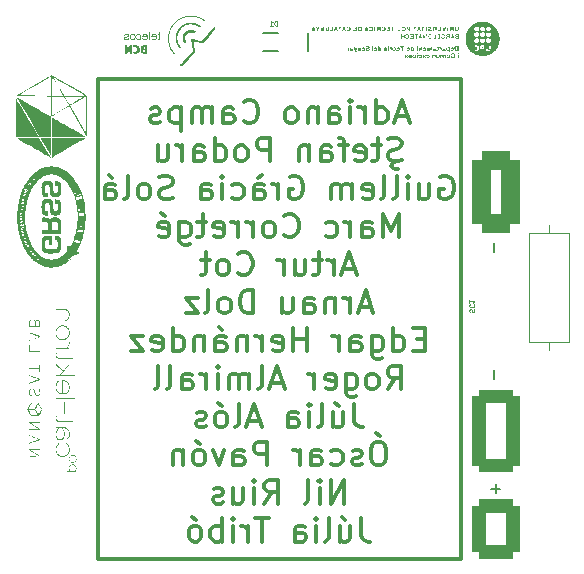
<source format=gbo>
%TF.GenerationSoftware,KiCad,Pcbnew,7.0.10-7.0.10~ubuntu22.04.1*%
%TF.CreationDate,2024-06-11T12:31:41+02:00*%
%TF.ProjectId,PQ_Lat_Board,50515f4c-6174-45f4-926f-6172642e6b69,rev?*%
%TF.SameCoordinates,Original*%
%TF.FileFunction,Legend,Bot*%
%TF.FilePolarity,Positive*%
%FSLAX46Y46*%
G04 Gerber Fmt 4.6, Leading zero omitted, Abs format (unit mm)*
G04 Created by KiCad (PCBNEW 7.0.10-7.0.10~ubuntu22.04.1) date 2024-06-11 12:31:41*
%MOMM*%
%LPD*%
G01*
G04 APERTURE LIST*
G04 Aperture macros list*
%AMRoundRect*
0 Rectangle with rounded corners*
0 $1 Rounding radius*
0 $2 $3 $4 $5 $6 $7 $8 $9 X,Y pos of 4 corners*
0 Add a 4 corners polygon primitive as box body*
4,1,4,$2,$3,$4,$5,$6,$7,$8,$9,$2,$3,0*
0 Add four circle primitives for the rounded corners*
1,1,$1+$1,$2,$3*
1,1,$1+$1,$4,$5*
1,1,$1+$1,$6,$7*
1,1,$1+$1,$8,$9*
0 Add four rect primitives between the rounded corners*
20,1,$1+$1,$2,$3,$4,$5,0*
20,1,$1+$1,$4,$5,$6,$7,0*
20,1,$1+$1,$6,$7,$8,$9,0*
20,1,$1+$1,$8,$9,$2,$3,0*%
G04 Aperture macros list end*
%ADD10C,0.300000*%
%ADD11C,0.100000*%
%ADD12C,0.150000*%
%ADD13C,0.120000*%
%ADD14C,4.400000*%
%ADD15C,3.500000*%
%ADD16C,2.600000*%
%ADD17RoundRect,0.571429X1.428571X-2.928571X1.428571X2.928571X-1.428571X2.928571X-1.428571X-2.928571X0*%
%ADD18RoundRect,0.800000X1.200000X-2.700000X1.200000X2.700000X-1.200000X2.700000X-1.200000X-2.700000X0*%
%ADD19RoundRect,0.571429X1.428571X-1.928571X1.428571X1.928571X-1.428571X1.928571X-1.428571X-1.928571X0*%
%ADD20R,1.000000X1.500000*%
%ADD21R,2.000000X2.000000*%
%ADD22C,1.600000*%
%ADD23O,1.600000X1.600000*%
G04 APERTURE END LIST*
D10*
X109018762Y-51513009D02*
X108066381Y-51513009D01*
X109209238Y-52084438D02*
X108542572Y-50084438D01*
X108542572Y-50084438D02*
X107875905Y-52084438D01*
X106352095Y-52084438D02*
X106352095Y-50084438D01*
X106352095Y-51989200D02*
X106542571Y-52084438D01*
X106542571Y-52084438D02*
X106923524Y-52084438D01*
X106923524Y-52084438D02*
X107114000Y-51989200D01*
X107114000Y-51989200D02*
X107209238Y-51893961D01*
X107209238Y-51893961D02*
X107304476Y-51703485D01*
X107304476Y-51703485D02*
X107304476Y-51132057D01*
X107304476Y-51132057D02*
X107209238Y-50941580D01*
X107209238Y-50941580D02*
X107114000Y-50846342D01*
X107114000Y-50846342D02*
X106923524Y-50751104D01*
X106923524Y-50751104D02*
X106542571Y-50751104D01*
X106542571Y-50751104D02*
X106352095Y-50846342D01*
X105399714Y-52084438D02*
X105399714Y-50751104D01*
X105399714Y-51132057D02*
X105304476Y-50941580D01*
X105304476Y-50941580D02*
X105209238Y-50846342D01*
X105209238Y-50846342D02*
X105018762Y-50751104D01*
X105018762Y-50751104D02*
X104828285Y-50751104D01*
X104161619Y-52084438D02*
X104161619Y-50751104D01*
X104161619Y-50084438D02*
X104256857Y-50179676D01*
X104256857Y-50179676D02*
X104161619Y-50274914D01*
X104161619Y-50274914D02*
X104066381Y-50179676D01*
X104066381Y-50179676D02*
X104161619Y-50084438D01*
X104161619Y-50084438D02*
X104161619Y-50274914D01*
X102352095Y-52084438D02*
X102352095Y-51036819D01*
X102352095Y-51036819D02*
X102447333Y-50846342D01*
X102447333Y-50846342D02*
X102637809Y-50751104D01*
X102637809Y-50751104D02*
X103018762Y-50751104D01*
X103018762Y-50751104D02*
X103209238Y-50846342D01*
X102352095Y-51989200D02*
X102542571Y-52084438D01*
X102542571Y-52084438D02*
X103018762Y-52084438D01*
X103018762Y-52084438D02*
X103209238Y-51989200D01*
X103209238Y-51989200D02*
X103304476Y-51798723D01*
X103304476Y-51798723D02*
X103304476Y-51608247D01*
X103304476Y-51608247D02*
X103209238Y-51417771D01*
X103209238Y-51417771D02*
X103018762Y-51322533D01*
X103018762Y-51322533D02*
X102542571Y-51322533D01*
X102542571Y-51322533D02*
X102352095Y-51227295D01*
X101399714Y-50751104D02*
X101399714Y-52084438D01*
X101399714Y-50941580D02*
X101304476Y-50846342D01*
X101304476Y-50846342D02*
X101114000Y-50751104D01*
X101114000Y-50751104D02*
X100828285Y-50751104D01*
X100828285Y-50751104D02*
X100637809Y-50846342D01*
X100637809Y-50846342D02*
X100542571Y-51036819D01*
X100542571Y-51036819D02*
X100542571Y-52084438D01*
X99304476Y-52084438D02*
X99494952Y-51989200D01*
X99494952Y-51989200D02*
X99590190Y-51893961D01*
X99590190Y-51893961D02*
X99685428Y-51703485D01*
X99685428Y-51703485D02*
X99685428Y-51132057D01*
X99685428Y-51132057D02*
X99590190Y-50941580D01*
X99590190Y-50941580D02*
X99494952Y-50846342D01*
X99494952Y-50846342D02*
X99304476Y-50751104D01*
X99304476Y-50751104D02*
X99018761Y-50751104D01*
X99018761Y-50751104D02*
X98828285Y-50846342D01*
X98828285Y-50846342D02*
X98733047Y-50941580D01*
X98733047Y-50941580D02*
X98637809Y-51132057D01*
X98637809Y-51132057D02*
X98637809Y-51703485D01*
X98637809Y-51703485D02*
X98733047Y-51893961D01*
X98733047Y-51893961D02*
X98828285Y-51989200D01*
X98828285Y-51989200D02*
X99018761Y-52084438D01*
X99018761Y-52084438D02*
X99304476Y-52084438D01*
X95113999Y-51893961D02*
X95209237Y-51989200D01*
X95209237Y-51989200D02*
X95494951Y-52084438D01*
X95494951Y-52084438D02*
X95685427Y-52084438D01*
X95685427Y-52084438D02*
X95971142Y-51989200D01*
X95971142Y-51989200D02*
X96161618Y-51798723D01*
X96161618Y-51798723D02*
X96256856Y-51608247D01*
X96256856Y-51608247D02*
X96352094Y-51227295D01*
X96352094Y-51227295D02*
X96352094Y-50941580D01*
X96352094Y-50941580D02*
X96256856Y-50560628D01*
X96256856Y-50560628D02*
X96161618Y-50370152D01*
X96161618Y-50370152D02*
X95971142Y-50179676D01*
X95971142Y-50179676D02*
X95685427Y-50084438D01*
X95685427Y-50084438D02*
X95494951Y-50084438D01*
X95494951Y-50084438D02*
X95209237Y-50179676D01*
X95209237Y-50179676D02*
X95113999Y-50274914D01*
X93399713Y-52084438D02*
X93399713Y-51036819D01*
X93399713Y-51036819D02*
X93494951Y-50846342D01*
X93494951Y-50846342D02*
X93685427Y-50751104D01*
X93685427Y-50751104D02*
X94066380Y-50751104D01*
X94066380Y-50751104D02*
X94256856Y-50846342D01*
X93399713Y-51989200D02*
X93590189Y-52084438D01*
X93590189Y-52084438D02*
X94066380Y-52084438D01*
X94066380Y-52084438D02*
X94256856Y-51989200D01*
X94256856Y-51989200D02*
X94352094Y-51798723D01*
X94352094Y-51798723D02*
X94352094Y-51608247D01*
X94352094Y-51608247D02*
X94256856Y-51417771D01*
X94256856Y-51417771D02*
X94066380Y-51322533D01*
X94066380Y-51322533D02*
X93590189Y-51322533D01*
X93590189Y-51322533D02*
X93399713Y-51227295D01*
X92447332Y-52084438D02*
X92447332Y-50751104D01*
X92447332Y-50941580D02*
X92352094Y-50846342D01*
X92352094Y-50846342D02*
X92161618Y-50751104D01*
X92161618Y-50751104D02*
X91875903Y-50751104D01*
X91875903Y-50751104D02*
X91685427Y-50846342D01*
X91685427Y-50846342D02*
X91590189Y-51036819D01*
X91590189Y-51036819D02*
X91590189Y-52084438D01*
X91590189Y-51036819D02*
X91494951Y-50846342D01*
X91494951Y-50846342D02*
X91304475Y-50751104D01*
X91304475Y-50751104D02*
X91018761Y-50751104D01*
X91018761Y-50751104D02*
X90828284Y-50846342D01*
X90828284Y-50846342D02*
X90733046Y-51036819D01*
X90733046Y-51036819D02*
X90733046Y-52084438D01*
X89780665Y-50751104D02*
X89780665Y-52751104D01*
X89780665Y-50846342D02*
X89590189Y-50751104D01*
X89590189Y-50751104D02*
X89209236Y-50751104D01*
X89209236Y-50751104D02*
X89018760Y-50846342D01*
X89018760Y-50846342D02*
X88923522Y-50941580D01*
X88923522Y-50941580D02*
X88828284Y-51132057D01*
X88828284Y-51132057D02*
X88828284Y-51703485D01*
X88828284Y-51703485D02*
X88923522Y-51893961D01*
X88923522Y-51893961D02*
X89018760Y-51989200D01*
X89018760Y-51989200D02*
X89209236Y-52084438D01*
X89209236Y-52084438D02*
X89590189Y-52084438D01*
X89590189Y-52084438D02*
X89780665Y-51989200D01*
X88066379Y-51989200D02*
X87875903Y-52084438D01*
X87875903Y-52084438D02*
X87494951Y-52084438D01*
X87494951Y-52084438D02*
X87304474Y-51989200D01*
X87304474Y-51989200D02*
X87209236Y-51798723D01*
X87209236Y-51798723D02*
X87209236Y-51703485D01*
X87209236Y-51703485D02*
X87304474Y-51513009D01*
X87304474Y-51513009D02*
X87494951Y-51417771D01*
X87494951Y-51417771D02*
X87780665Y-51417771D01*
X87780665Y-51417771D02*
X87971141Y-51322533D01*
X87971141Y-51322533D02*
X88066379Y-51132057D01*
X88066379Y-51132057D02*
X88066379Y-51036819D01*
X88066379Y-51036819D02*
X87971141Y-50846342D01*
X87971141Y-50846342D02*
X87780665Y-50751104D01*
X87780665Y-50751104D02*
X87494951Y-50751104D01*
X87494951Y-50751104D02*
X87304474Y-50846342D01*
X108494952Y-55209200D02*
X108209238Y-55304438D01*
X108209238Y-55304438D02*
X107733047Y-55304438D01*
X107733047Y-55304438D02*
X107542571Y-55209200D01*
X107542571Y-55209200D02*
X107447333Y-55113961D01*
X107447333Y-55113961D02*
X107352095Y-54923485D01*
X107352095Y-54923485D02*
X107352095Y-54733009D01*
X107352095Y-54733009D02*
X107447333Y-54542533D01*
X107447333Y-54542533D02*
X107542571Y-54447295D01*
X107542571Y-54447295D02*
X107733047Y-54352057D01*
X107733047Y-54352057D02*
X108114000Y-54256819D01*
X108114000Y-54256819D02*
X108304476Y-54161580D01*
X108304476Y-54161580D02*
X108399714Y-54066342D01*
X108399714Y-54066342D02*
X108494952Y-53875866D01*
X108494952Y-53875866D02*
X108494952Y-53685390D01*
X108494952Y-53685390D02*
X108399714Y-53494914D01*
X108399714Y-53494914D02*
X108304476Y-53399676D01*
X108304476Y-53399676D02*
X108114000Y-53304438D01*
X108114000Y-53304438D02*
X107637809Y-53304438D01*
X107637809Y-53304438D02*
X107352095Y-53399676D01*
X107923524Y-55399676D02*
X107733047Y-55494914D01*
X107733047Y-55494914D02*
X107637809Y-55685390D01*
X107637809Y-55685390D02*
X107733047Y-55875866D01*
X107733047Y-55875866D02*
X107923524Y-55971104D01*
X107923524Y-55971104D02*
X108209238Y-55971104D01*
X106780666Y-53971104D02*
X106018762Y-53971104D01*
X106494952Y-53304438D02*
X106494952Y-55018723D01*
X106494952Y-55018723D02*
X106399714Y-55209200D01*
X106399714Y-55209200D02*
X106209238Y-55304438D01*
X106209238Y-55304438D02*
X106018762Y-55304438D01*
X104590190Y-55209200D02*
X104780666Y-55304438D01*
X104780666Y-55304438D02*
X105161619Y-55304438D01*
X105161619Y-55304438D02*
X105352095Y-55209200D01*
X105352095Y-55209200D02*
X105447333Y-55018723D01*
X105447333Y-55018723D02*
X105447333Y-54256819D01*
X105447333Y-54256819D02*
X105352095Y-54066342D01*
X105352095Y-54066342D02*
X105161619Y-53971104D01*
X105161619Y-53971104D02*
X104780666Y-53971104D01*
X104780666Y-53971104D02*
X104590190Y-54066342D01*
X104590190Y-54066342D02*
X104494952Y-54256819D01*
X104494952Y-54256819D02*
X104494952Y-54447295D01*
X104494952Y-54447295D02*
X105447333Y-54637771D01*
X103923523Y-53971104D02*
X103161619Y-53971104D01*
X103637809Y-55304438D02*
X103637809Y-53590152D01*
X103637809Y-53590152D02*
X103542571Y-53399676D01*
X103542571Y-53399676D02*
X103352095Y-53304438D01*
X103352095Y-53304438D02*
X103161619Y-53304438D01*
X101637809Y-55304438D02*
X101637809Y-54256819D01*
X101637809Y-54256819D02*
X101733047Y-54066342D01*
X101733047Y-54066342D02*
X101923523Y-53971104D01*
X101923523Y-53971104D02*
X102304476Y-53971104D01*
X102304476Y-53971104D02*
X102494952Y-54066342D01*
X101637809Y-55209200D02*
X101828285Y-55304438D01*
X101828285Y-55304438D02*
X102304476Y-55304438D01*
X102304476Y-55304438D02*
X102494952Y-55209200D01*
X102494952Y-55209200D02*
X102590190Y-55018723D01*
X102590190Y-55018723D02*
X102590190Y-54828247D01*
X102590190Y-54828247D02*
X102494952Y-54637771D01*
X102494952Y-54637771D02*
X102304476Y-54542533D01*
X102304476Y-54542533D02*
X101828285Y-54542533D01*
X101828285Y-54542533D02*
X101637809Y-54447295D01*
X100685428Y-53971104D02*
X100685428Y-55304438D01*
X100685428Y-54161580D02*
X100590190Y-54066342D01*
X100590190Y-54066342D02*
X100399714Y-53971104D01*
X100399714Y-53971104D02*
X100113999Y-53971104D01*
X100113999Y-53971104D02*
X99923523Y-54066342D01*
X99923523Y-54066342D02*
X99828285Y-54256819D01*
X99828285Y-54256819D02*
X99828285Y-55304438D01*
X97352094Y-55304438D02*
X97352094Y-53304438D01*
X97352094Y-53304438D02*
X96590189Y-53304438D01*
X96590189Y-53304438D02*
X96399713Y-53399676D01*
X96399713Y-53399676D02*
X96304475Y-53494914D01*
X96304475Y-53494914D02*
X96209237Y-53685390D01*
X96209237Y-53685390D02*
X96209237Y-53971104D01*
X96209237Y-53971104D02*
X96304475Y-54161580D01*
X96304475Y-54161580D02*
X96399713Y-54256819D01*
X96399713Y-54256819D02*
X96590189Y-54352057D01*
X96590189Y-54352057D02*
X97352094Y-54352057D01*
X95066380Y-55304438D02*
X95256856Y-55209200D01*
X95256856Y-55209200D02*
X95352094Y-55113961D01*
X95352094Y-55113961D02*
X95447332Y-54923485D01*
X95447332Y-54923485D02*
X95447332Y-54352057D01*
X95447332Y-54352057D02*
X95352094Y-54161580D01*
X95352094Y-54161580D02*
X95256856Y-54066342D01*
X95256856Y-54066342D02*
X95066380Y-53971104D01*
X95066380Y-53971104D02*
X94780665Y-53971104D01*
X94780665Y-53971104D02*
X94590189Y-54066342D01*
X94590189Y-54066342D02*
X94494951Y-54161580D01*
X94494951Y-54161580D02*
X94399713Y-54352057D01*
X94399713Y-54352057D02*
X94399713Y-54923485D01*
X94399713Y-54923485D02*
X94494951Y-55113961D01*
X94494951Y-55113961D02*
X94590189Y-55209200D01*
X94590189Y-55209200D02*
X94780665Y-55304438D01*
X94780665Y-55304438D02*
X95066380Y-55304438D01*
X92685427Y-55304438D02*
X92685427Y-53304438D01*
X92685427Y-55209200D02*
X92875903Y-55304438D01*
X92875903Y-55304438D02*
X93256856Y-55304438D01*
X93256856Y-55304438D02*
X93447332Y-55209200D01*
X93447332Y-55209200D02*
X93542570Y-55113961D01*
X93542570Y-55113961D02*
X93637808Y-54923485D01*
X93637808Y-54923485D02*
X93637808Y-54352057D01*
X93637808Y-54352057D02*
X93542570Y-54161580D01*
X93542570Y-54161580D02*
X93447332Y-54066342D01*
X93447332Y-54066342D02*
X93256856Y-53971104D01*
X93256856Y-53971104D02*
X92875903Y-53971104D01*
X92875903Y-53971104D02*
X92685427Y-54066342D01*
X90875903Y-55304438D02*
X90875903Y-54256819D01*
X90875903Y-54256819D02*
X90971141Y-54066342D01*
X90971141Y-54066342D02*
X91161617Y-53971104D01*
X91161617Y-53971104D02*
X91542570Y-53971104D01*
X91542570Y-53971104D02*
X91733046Y-54066342D01*
X90875903Y-55209200D02*
X91066379Y-55304438D01*
X91066379Y-55304438D02*
X91542570Y-55304438D01*
X91542570Y-55304438D02*
X91733046Y-55209200D01*
X91733046Y-55209200D02*
X91828284Y-55018723D01*
X91828284Y-55018723D02*
X91828284Y-54828247D01*
X91828284Y-54828247D02*
X91733046Y-54637771D01*
X91733046Y-54637771D02*
X91542570Y-54542533D01*
X91542570Y-54542533D02*
X91066379Y-54542533D01*
X91066379Y-54542533D02*
X90875903Y-54447295D01*
X89923522Y-55304438D02*
X89923522Y-53971104D01*
X89923522Y-54352057D02*
X89828284Y-54161580D01*
X89828284Y-54161580D02*
X89733046Y-54066342D01*
X89733046Y-54066342D02*
X89542570Y-53971104D01*
X89542570Y-53971104D02*
X89352093Y-53971104D01*
X87828284Y-53971104D02*
X87828284Y-55304438D01*
X88685427Y-53971104D02*
X88685427Y-55018723D01*
X88685427Y-55018723D02*
X88590189Y-55209200D01*
X88590189Y-55209200D02*
X88399713Y-55304438D01*
X88399713Y-55304438D02*
X88113998Y-55304438D01*
X88113998Y-55304438D02*
X87923522Y-55209200D01*
X87923522Y-55209200D02*
X87828284Y-55113961D01*
X111780667Y-56619676D02*
X111971143Y-56524438D01*
X111971143Y-56524438D02*
X112256857Y-56524438D01*
X112256857Y-56524438D02*
X112542572Y-56619676D01*
X112542572Y-56619676D02*
X112733048Y-56810152D01*
X112733048Y-56810152D02*
X112828286Y-57000628D01*
X112828286Y-57000628D02*
X112923524Y-57381580D01*
X112923524Y-57381580D02*
X112923524Y-57667295D01*
X112923524Y-57667295D02*
X112828286Y-58048247D01*
X112828286Y-58048247D02*
X112733048Y-58238723D01*
X112733048Y-58238723D02*
X112542572Y-58429200D01*
X112542572Y-58429200D02*
X112256857Y-58524438D01*
X112256857Y-58524438D02*
X112066381Y-58524438D01*
X112066381Y-58524438D02*
X111780667Y-58429200D01*
X111780667Y-58429200D02*
X111685429Y-58333961D01*
X111685429Y-58333961D02*
X111685429Y-57667295D01*
X111685429Y-57667295D02*
X112066381Y-57667295D01*
X109971143Y-57191104D02*
X109971143Y-58524438D01*
X110828286Y-57191104D02*
X110828286Y-58238723D01*
X110828286Y-58238723D02*
X110733048Y-58429200D01*
X110733048Y-58429200D02*
X110542572Y-58524438D01*
X110542572Y-58524438D02*
X110256857Y-58524438D01*
X110256857Y-58524438D02*
X110066381Y-58429200D01*
X110066381Y-58429200D02*
X109971143Y-58333961D01*
X109018762Y-58524438D02*
X109018762Y-57191104D01*
X109018762Y-56524438D02*
X109114000Y-56619676D01*
X109114000Y-56619676D02*
X109018762Y-56714914D01*
X109018762Y-56714914D02*
X108923524Y-56619676D01*
X108923524Y-56619676D02*
X109018762Y-56524438D01*
X109018762Y-56524438D02*
X109018762Y-56714914D01*
X107780667Y-58524438D02*
X107971143Y-58429200D01*
X107971143Y-58429200D02*
X108066381Y-58238723D01*
X108066381Y-58238723D02*
X108066381Y-56524438D01*
X106733048Y-58524438D02*
X106923524Y-58429200D01*
X106923524Y-58429200D02*
X107018762Y-58238723D01*
X107018762Y-58238723D02*
X107018762Y-56524438D01*
X105209238Y-58429200D02*
X105399714Y-58524438D01*
X105399714Y-58524438D02*
X105780667Y-58524438D01*
X105780667Y-58524438D02*
X105971143Y-58429200D01*
X105971143Y-58429200D02*
X106066381Y-58238723D01*
X106066381Y-58238723D02*
X106066381Y-57476819D01*
X106066381Y-57476819D02*
X105971143Y-57286342D01*
X105971143Y-57286342D02*
X105780667Y-57191104D01*
X105780667Y-57191104D02*
X105399714Y-57191104D01*
X105399714Y-57191104D02*
X105209238Y-57286342D01*
X105209238Y-57286342D02*
X105114000Y-57476819D01*
X105114000Y-57476819D02*
X105114000Y-57667295D01*
X105114000Y-57667295D02*
X106066381Y-57857771D01*
X104256857Y-58524438D02*
X104256857Y-57191104D01*
X104256857Y-57381580D02*
X104161619Y-57286342D01*
X104161619Y-57286342D02*
X103971143Y-57191104D01*
X103971143Y-57191104D02*
X103685428Y-57191104D01*
X103685428Y-57191104D02*
X103494952Y-57286342D01*
X103494952Y-57286342D02*
X103399714Y-57476819D01*
X103399714Y-57476819D02*
X103399714Y-58524438D01*
X103399714Y-57476819D02*
X103304476Y-57286342D01*
X103304476Y-57286342D02*
X103114000Y-57191104D01*
X103114000Y-57191104D02*
X102828286Y-57191104D01*
X102828286Y-57191104D02*
X102637809Y-57286342D01*
X102637809Y-57286342D02*
X102542571Y-57476819D01*
X102542571Y-57476819D02*
X102542571Y-58524438D01*
X99018761Y-56619676D02*
X99209237Y-56524438D01*
X99209237Y-56524438D02*
X99494951Y-56524438D01*
X99494951Y-56524438D02*
X99780666Y-56619676D01*
X99780666Y-56619676D02*
X99971142Y-56810152D01*
X99971142Y-56810152D02*
X100066380Y-57000628D01*
X100066380Y-57000628D02*
X100161618Y-57381580D01*
X100161618Y-57381580D02*
X100161618Y-57667295D01*
X100161618Y-57667295D02*
X100066380Y-58048247D01*
X100066380Y-58048247D02*
X99971142Y-58238723D01*
X99971142Y-58238723D02*
X99780666Y-58429200D01*
X99780666Y-58429200D02*
X99494951Y-58524438D01*
X99494951Y-58524438D02*
X99304475Y-58524438D01*
X99304475Y-58524438D02*
X99018761Y-58429200D01*
X99018761Y-58429200D02*
X98923523Y-58333961D01*
X98923523Y-58333961D02*
X98923523Y-57667295D01*
X98923523Y-57667295D02*
X99304475Y-57667295D01*
X98066380Y-58524438D02*
X98066380Y-57191104D01*
X98066380Y-57572057D02*
X97971142Y-57381580D01*
X97971142Y-57381580D02*
X97875904Y-57286342D01*
X97875904Y-57286342D02*
X97685428Y-57191104D01*
X97685428Y-57191104D02*
X97494951Y-57191104D01*
X95971142Y-58524438D02*
X95971142Y-57476819D01*
X95971142Y-57476819D02*
X96066380Y-57286342D01*
X96066380Y-57286342D02*
X96256856Y-57191104D01*
X96256856Y-57191104D02*
X96637809Y-57191104D01*
X96637809Y-57191104D02*
X96828285Y-57286342D01*
X95971142Y-58429200D02*
X96161618Y-58524438D01*
X96161618Y-58524438D02*
X96637809Y-58524438D01*
X96637809Y-58524438D02*
X96828285Y-58429200D01*
X96828285Y-58429200D02*
X96923523Y-58238723D01*
X96923523Y-58238723D02*
X96923523Y-58048247D01*
X96923523Y-58048247D02*
X96828285Y-57857771D01*
X96828285Y-57857771D02*
X96637809Y-57762533D01*
X96637809Y-57762533D02*
X96161618Y-57762533D01*
X96161618Y-57762533D02*
X95971142Y-57667295D01*
X96637809Y-56429200D02*
X96352095Y-56714914D01*
X94161618Y-58429200D02*
X94352094Y-58524438D01*
X94352094Y-58524438D02*
X94733047Y-58524438D01*
X94733047Y-58524438D02*
X94923523Y-58429200D01*
X94923523Y-58429200D02*
X95018761Y-58333961D01*
X95018761Y-58333961D02*
X95113999Y-58143485D01*
X95113999Y-58143485D02*
X95113999Y-57572057D01*
X95113999Y-57572057D02*
X95018761Y-57381580D01*
X95018761Y-57381580D02*
X94923523Y-57286342D01*
X94923523Y-57286342D02*
X94733047Y-57191104D01*
X94733047Y-57191104D02*
X94352094Y-57191104D01*
X94352094Y-57191104D02*
X94161618Y-57286342D01*
X93304475Y-58524438D02*
X93304475Y-57191104D01*
X93304475Y-56524438D02*
X93399713Y-56619676D01*
X93399713Y-56619676D02*
X93304475Y-56714914D01*
X93304475Y-56714914D02*
X93209237Y-56619676D01*
X93209237Y-56619676D02*
X93304475Y-56524438D01*
X93304475Y-56524438D02*
X93304475Y-56714914D01*
X91494951Y-58524438D02*
X91494951Y-57476819D01*
X91494951Y-57476819D02*
X91590189Y-57286342D01*
X91590189Y-57286342D02*
X91780665Y-57191104D01*
X91780665Y-57191104D02*
X92161618Y-57191104D01*
X92161618Y-57191104D02*
X92352094Y-57286342D01*
X91494951Y-58429200D02*
X91685427Y-58524438D01*
X91685427Y-58524438D02*
X92161618Y-58524438D01*
X92161618Y-58524438D02*
X92352094Y-58429200D01*
X92352094Y-58429200D02*
X92447332Y-58238723D01*
X92447332Y-58238723D02*
X92447332Y-58048247D01*
X92447332Y-58048247D02*
X92352094Y-57857771D01*
X92352094Y-57857771D02*
X92161618Y-57762533D01*
X92161618Y-57762533D02*
X91685427Y-57762533D01*
X91685427Y-57762533D02*
X91494951Y-57667295D01*
X89113998Y-58429200D02*
X88828284Y-58524438D01*
X88828284Y-58524438D02*
X88352093Y-58524438D01*
X88352093Y-58524438D02*
X88161617Y-58429200D01*
X88161617Y-58429200D02*
X88066379Y-58333961D01*
X88066379Y-58333961D02*
X87971141Y-58143485D01*
X87971141Y-58143485D02*
X87971141Y-57953009D01*
X87971141Y-57953009D02*
X88066379Y-57762533D01*
X88066379Y-57762533D02*
X88161617Y-57667295D01*
X88161617Y-57667295D02*
X88352093Y-57572057D01*
X88352093Y-57572057D02*
X88733046Y-57476819D01*
X88733046Y-57476819D02*
X88923522Y-57381580D01*
X88923522Y-57381580D02*
X89018760Y-57286342D01*
X89018760Y-57286342D02*
X89113998Y-57095866D01*
X89113998Y-57095866D02*
X89113998Y-56905390D01*
X89113998Y-56905390D02*
X89018760Y-56714914D01*
X89018760Y-56714914D02*
X88923522Y-56619676D01*
X88923522Y-56619676D02*
X88733046Y-56524438D01*
X88733046Y-56524438D02*
X88256855Y-56524438D01*
X88256855Y-56524438D02*
X87971141Y-56619676D01*
X86828284Y-58524438D02*
X87018760Y-58429200D01*
X87018760Y-58429200D02*
X87113998Y-58333961D01*
X87113998Y-58333961D02*
X87209236Y-58143485D01*
X87209236Y-58143485D02*
X87209236Y-57572057D01*
X87209236Y-57572057D02*
X87113998Y-57381580D01*
X87113998Y-57381580D02*
X87018760Y-57286342D01*
X87018760Y-57286342D02*
X86828284Y-57191104D01*
X86828284Y-57191104D02*
X86542569Y-57191104D01*
X86542569Y-57191104D02*
X86352093Y-57286342D01*
X86352093Y-57286342D02*
X86256855Y-57381580D01*
X86256855Y-57381580D02*
X86161617Y-57572057D01*
X86161617Y-57572057D02*
X86161617Y-58143485D01*
X86161617Y-58143485D02*
X86256855Y-58333961D01*
X86256855Y-58333961D02*
X86352093Y-58429200D01*
X86352093Y-58429200D02*
X86542569Y-58524438D01*
X86542569Y-58524438D02*
X86828284Y-58524438D01*
X85018760Y-58524438D02*
X85209236Y-58429200D01*
X85209236Y-58429200D02*
X85304474Y-58238723D01*
X85304474Y-58238723D02*
X85304474Y-56524438D01*
X83399712Y-58524438D02*
X83399712Y-57476819D01*
X83399712Y-57476819D02*
X83494950Y-57286342D01*
X83494950Y-57286342D02*
X83685426Y-57191104D01*
X83685426Y-57191104D02*
X84066379Y-57191104D01*
X84066379Y-57191104D02*
X84256855Y-57286342D01*
X83399712Y-58429200D02*
X83590188Y-58524438D01*
X83590188Y-58524438D02*
X84066379Y-58524438D01*
X84066379Y-58524438D02*
X84256855Y-58429200D01*
X84256855Y-58429200D02*
X84352093Y-58238723D01*
X84352093Y-58238723D02*
X84352093Y-58048247D01*
X84352093Y-58048247D02*
X84256855Y-57857771D01*
X84256855Y-57857771D02*
X84066379Y-57762533D01*
X84066379Y-57762533D02*
X83590188Y-57762533D01*
X83590188Y-57762533D02*
X83399712Y-57667295D01*
X83685426Y-56429200D02*
X83971141Y-56714914D01*
X108256857Y-61744438D02*
X108256857Y-59744438D01*
X108256857Y-59744438D02*
X107590190Y-61173009D01*
X107590190Y-61173009D02*
X106923524Y-59744438D01*
X106923524Y-59744438D02*
X106923524Y-61744438D01*
X105114000Y-61744438D02*
X105114000Y-60696819D01*
X105114000Y-60696819D02*
X105209238Y-60506342D01*
X105209238Y-60506342D02*
X105399714Y-60411104D01*
X105399714Y-60411104D02*
X105780667Y-60411104D01*
X105780667Y-60411104D02*
X105971143Y-60506342D01*
X105114000Y-61649200D02*
X105304476Y-61744438D01*
X105304476Y-61744438D02*
X105780667Y-61744438D01*
X105780667Y-61744438D02*
X105971143Y-61649200D01*
X105971143Y-61649200D02*
X106066381Y-61458723D01*
X106066381Y-61458723D02*
X106066381Y-61268247D01*
X106066381Y-61268247D02*
X105971143Y-61077771D01*
X105971143Y-61077771D02*
X105780667Y-60982533D01*
X105780667Y-60982533D02*
X105304476Y-60982533D01*
X105304476Y-60982533D02*
X105114000Y-60887295D01*
X104161619Y-61744438D02*
X104161619Y-60411104D01*
X104161619Y-60792057D02*
X104066381Y-60601580D01*
X104066381Y-60601580D02*
X103971143Y-60506342D01*
X103971143Y-60506342D02*
X103780667Y-60411104D01*
X103780667Y-60411104D02*
X103590190Y-60411104D01*
X102066381Y-61649200D02*
X102256857Y-61744438D01*
X102256857Y-61744438D02*
X102637810Y-61744438D01*
X102637810Y-61744438D02*
X102828286Y-61649200D01*
X102828286Y-61649200D02*
X102923524Y-61553961D01*
X102923524Y-61553961D02*
X103018762Y-61363485D01*
X103018762Y-61363485D02*
X103018762Y-60792057D01*
X103018762Y-60792057D02*
X102923524Y-60601580D01*
X102923524Y-60601580D02*
X102828286Y-60506342D01*
X102828286Y-60506342D02*
X102637810Y-60411104D01*
X102637810Y-60411104D02*
X102256857Y-60411104D01*
X102256857Y-60411104D02*
X102066381Y-60506342D01*
X98542571Y-61553961D02*
X98637809Y-61649200D01*
X98637809Y-61649200D02*
X98923523Y-61744438D01*
X98923523Y-61744438D02*
X99113999Y-61744438D01*
X99113999Y-61744438D02*
X99399714Y-61649200D01*
X99399714Y-61649200D02*
X99590190Y-61458723D01*
X99590190Y-61458723D02*
X99685428Y-61268247D01*
X99685428Y-61268247D02*
X99780666Y-60887295D01*
X99780666Y-60887295D02*
X99780666Y-60601580D01*
X99780666Y-60601580D02*
X99685428Y-60220628D01*
X99685428Y-60220628D02*
X99590190Y-60030152D01*
X99590190Y-60030152D02*
X99399714Y-59839676D01*
X99399714Y-59839676D02*
X99113999Y-59744438D01*
X99113999Y-59744438D02*
X98923523Y-59744438D01*
X98923523Y-59744438D02*
X98637809Y-59839676D01*
X98637809Y-59839676D02*
X98542571Y-59934914D01*
X97399714Y-61744438D02*
X97590190Y-61649200D01*
X97590190Y-61649200D02*
X97685428Y-61553961D01*
X97685428Y-61553961D02*
X97780666Y-61363485D01*
X97780666Y-61363485D02*
X97780666Y-60792057D01*
X97780666Y-60792057D02*
X97685428Y-60601580D01*
X97685428Y-60601580D02*
X97590190Y-60506342D01*
X97590190Y-60506342D02*
X97399714Y-60411104D01*
X97399714Y-60411104D02*
X97113999Y-60411104D01*
X97113999Y-60411104D02*
X96923523Y-60506342D01*
X96923523Y-60506342D02*
X96828285Y-60601580D01*
X96828285Y-60601580D02*
X96733047Y-60792057D01*
X96733047Y-60792057D02*
X96733047Y-61363485D01*
X96733047Y-61363485D02*
X96828285Y-61553961D01*
X96828285Y-61553961D02*
X96923523Y-61649200D01*
X96923523Y-61649200D02*
X97113999Y-61744438D01*
X97113999Y-61744438D02*
X97399714Y-61744438D01*
X95875904Y-61744438D02*
X95875904Y-60411104D01*
X95875904Y-60792057D02*
X95780666Y-60601580D01*
X95780666Y-60601580D02*
X95685428Y-60506342D01*
X95685428Y-60506342D02*
X95494952Y-60411104D01*
X95494952Y-60411104D02*
X95304475Y-60411104D01*
X94637809Y-61744438D02*
X94637809Y-60411104D01*
X94637809Y-60792057D02*
X94542571Y-60601580D01*
X94542571Y-60601580D02*
X94447333Y-60506342D01*
X94447333Y-60506342D02*
X94256857Y-60411104D01*
X94256857Y-60411104D02*
X94066380Y-60411104D01*
X92637809Y-61649200D02*
X92828285Y-61744438D01*
X92828285Y-61744438D02*
X93209238Y-61744438D01*
X93209238Y-61744438D02*
X93399714Y-61649200D01*
X93399714Y-61649200D02*
X93494952Y-61458723D01*
X93494952Y-61458723D02*
X93494952Y-60696819D01*
X93494952Y-60696819D02*
X93399714Y-60506342D01*
X93399714Y-60506342D02*
X93209238Y-60411104D01*
X93209238Y-60411104D02*
X92828285Y-60411104D01*
X92828285Y-60411104D02*
X92637809Y-60506342D01*
X92637809Y-60506342D02*
X92542571Y-60696819D01*
X92542571Y-60696819D02*
X92542571Y-60887295D01*
X92542571Y-60887295D02*
X93494952Y-61077771D01*
X91971142Y-60411104D02*
X91209238Y-60411104D01*
X91685428Y-59744438D02*
X91685428Y-61458723D01*
X91685428Y-61458723D02*
X91590190Y-61649200D01*
X91590190Y-61649200D02*
X91399714Y-61744438D01*
X91399714Y-61744438D02*
X91209238Y-61744438D01*
X89685428Y-60411104D02*
X89685428Y-62030152D01*
X89685428Y-62030152D02*
X89780666Y-62220628D01*
X89780666Y-62220628D02*
X89875904Y-62315866D01*
X89875904Y-62315866D02*
X90066381Y-62411104D01*
X90066381Y-62411104D02*
X90352095Y-62411104D01*
X90352095Y-62411104D02*
X90542571Y-62315866D01*
X89685428Y-61649200D02*
X89875904Y-61744438D01*
X89875904Y-61744438D02*
X90256857Y-61744438D01*
X90256857Y-61744438D02*
X90447333Y-61649200D01*
X90447333Y-61649200D02*
X90542571Y-61553961D01*
X90542571Y-61553961D02*
X90637809Y-61363485D01*
X90637809Y-61363485D02*
X90637809Y-60792057D01*
X90637809Y-60792057D02*
X90542571Y-60601580D01*
X90542571Y-60601580D02*
X90447333Y-60506342D01*
X90447333Y-60506342D02*
X90256857Y-60411104D01*
X90256857Y-60411104D02*
X89875904Y-60411104D01*
X89875904Y-60411104D02*
X89685428Y-60506342D01*
X87971142Y-61649200D02*
X88161618Y-61744438D01*
X88161618Y-61744438D02*
X88542571Y-61744438D01*
X88542571Y-61744438D02*
X88733047Y-61649200D01*
X88733047Y-61649200D02*
X88828285Y-61458723D01*
X88828285Y-61458723D02*
X88828285Y-60696819D01*
X88828285Y-60696819D02*
X88733047Y-60506342D01*
X88733047Y-60506342D02*
X88542571Y-60411104D01*
X88542571Y-60411104D02*
X88161618Y-60411104D01*
X88161618Y-60411104D02*
X87971142Y-60506342D01*
X87971142Y-60506342D02*
X87875904Y-60696819D01*
X87875904Y-60696819D02*
X87875904Y-60887295D01*
X87875904Y-60887295D02*
X88828285Y-61077771D01*
X88161618Y-59649200D02*
X88447333Y-59934914D01*
X104542571Y-64393009D02*
X103590190Y-64393009D01*
X104733047Y-64964438D02*
X104066381Y-62964438D01*
X104066381Y-62964438D02*
X103399714Y-64964438D01*
X102733047Y-64964438D02*
X102733047Y-63631104D01*
X102733047Y-64012057D02*
X102637809Y-63821580D01*
X102637809Y-63821580D02*
X102542571Y-63726342D01*
X102542571Y-63726342D02*
X102352095Y-63631104D01*
X102352095Y-63631104D02*
X102161618Y-63631104D01*
X101780666Y-63631104D02*
X101018762Y-63631104D01*
X101494952Y-62964438D02*
X101494952Y-64678723D01*
X101494952Y-64678723D02*
X101399714Y-64869200D01*
X101399714Y-64869200D02*
X101209238Y-64964438D01*
X101209238Y-64964438D02*
X101018762Y-64964438D01*
X99494952Y-63631104D02*
X99494952Y-64964438D01*
X100352095Y-63631104D02*
X100352095Y-64678723D01*
X100352095Y-64678723D02*
X100256857Y-64869200D01*
X100256857Y-64869200D02*
X100066381Y-64964438D01*
X100066381Y-64964438D02*
X99780666Y-64964438D01*
X99780666Y-64964438D02*
X99590190Y-64869200D01*
X99590190Y-64869200D02*
X99494952Y-64773961D01*
X98542571Y-64964438D02*
X98542571Y-63631104D01*
X98542571Y-64012057D02*
X98447333Y-63821580D01*
X98447333Y-63821580D02*
X98352095Y-63726342D01*
X98352095Y-63726342D02*
X98161619Y-63631104D01*
X98161619Y-63631104D02*
X97971142Y-63631104D01*
X94637809Y-64773961D02*
X94733047Y-64869200D01*
X94733047Y-64869200D02*
X95018761Y-64964438D01*
X95018761Y-64964438D02*
X95209237Y-64964438D01*
X95209237Y-64964438D02*
X95494952Y-64869200D01*
X95494952Y-64869200D02*
X95685428Y-64678723D01*
X95685428Y-64678723D02*
X95780666Y-64488247D01*
X95780666Y-64488247D02*
X95875904Y-64107295D01*
X95875904Y-64107295D02*
X95875904Y-63821580D01*
X95875904Y-63821580D02*
X95780666Y-63440628D01*
X95780666Y-63440628D02*
X95685428Y-63250152D01*
X95685428Y-63250152D02*
X95494952Y-63059676D01*
X95494952Y-63059676D02*
X95209237Y-62964438D01*
X95209237Y-62964438D02*
X95018761Y-62964438D01*
X95018761Y-62964438D02*
X94733047Y-63059676D01*
X94733047Y-63059676D02*
X94637809Y-63154914D01*
X93494952Y-64964438D02*
X93685428Y-64869200D01*
X93685428Y-64869200D02*
X93780666Y-64773961D01*
X93780666Y-64773961D02*
X93875904Y-64583485D01*
X93875904Y-64583485D02*
X93875904Y-64012057D01*
X93875904Y-64012057D02*
X93780666Y-63821580D01*
X93780666Y-63821580D02*
X93685428Y-63726342D01*
X93685428Y-63726342D02*
X93494952Y-63631104D01*
X93494952Y-63631104D02*
X93209237Y-63631104D01*
X93209237Y-63631104D02*
X93018761Y-63726342D01*
X93018761Y-63726342D02*
X92923523Y-63821580D01*
X92923523Y-63821580D02*
X92828285Y-64012057D01*
X92828285Y-64012057D02*
X92828285Y-64583485D01*
X92828285Y-64583485D02*
X92923523Y-64773961D01*
X92923523Y-64773961D02*
X93018761Y-64869200D01*
X93018761Y-64869200D02*
X93209237Y-64964438D01*
X93209237Y-64964438D02*
X93494952Y-64964438D01*
X92256856Y-63631104D02*
X91494952Y-63631104D01*
X91971142Y-62964438D02*
X91971142Y-64678723D01*
X91971142Y-64678723D02*
X91875904Y-64869200D01*
X91875904Y-64869200D02*
X91685428Y-64964438D01*
X91685428Y-64964438D02*
X91494952Y-64964438D01*
X105923524Y-67613009D02*
X104971143Y-67613009D01*
X106114000Y-68184438D02*
X105447334Y-66184438D01*
X105447334Y-66184438D02*
X104780667Y-68184438D01*
X104114000Y-68184438D02*
X104114000Y-66851104D01*
X104114000Y-67232057D02*
X104018762Y-67041580D01*
X104018762Y-67041580D02*
X103923524Y-66946342D01*
X103923524Y-66946342D02*
X103733048Y-66851104D01*
X103733048Y-66851104D02*
X103542571Y-66851104D01*
X102875905Y-66851104D02*
X102875905Y-68184438D01*
X102875905Y-67041580D02*
X102780667Y-66946342D01*
X102780667Y-66946342D02*
X102590191Y-66851104D01*
X102590191Y-66851104D02*
X102304476Y-66851104D01*
X102304476Y-66851104D02*
X102114000Y-66946342D01*
X102114000Y-66946342D02*
X102018762Y-67136819D01*
X102018762Y-67136819D02*
X102018762Y-68184438D01*
X100209238Y-68184438D02*
X100209238Y-67136819D01*
X100209238Y-67136819D02*
X100304476Y-66946342D01*
X100304476Y-66946342D02*
X100494952Y-66851104D01*
X100494952Y-66851104D02*
X100875905Y-66851104D01*
X100875905Y-66851104D02*
X101066381Y-66946342D01*
X100209238Y-68089200D02*
X100399714Y-68184438D01*
X100399714Y-68184438D02*
X100875905Y-68184438D01*
X100875905Y-68184438D02*
X101066381Y-68089200D01*
X101066381Y-68089200D02*
X101161619Y-67898723D01*
X101161619Y-67898723D02*
X101161619Y-67708247D01*
X101161619Y-67708247D02*
X101066381Y-67517771D01*
X101066381Y-67517771D02*
X100875905Y-67422533D01*
X100875905Y-67422533D02*
X100399714Y-67422533D01*
X100399714Y-67422533D02*
X100209238Y-67327295D01*
X98399714Y-66851104D02*
X98399714Y-68184438D01*
X99256857Y-66851104D02*
X99256857Y-67898723D01*
X99256857Y-67898723D02*
X99161619Y-68089200D01*
X99161619Y-68089200D02*
X98971143Y-68184438D01*
X98971143Y-68184438D02*
X98685428Y-68184438D01*
X98685428Y-68184438D02*
X98494952Y-68089200D01*
X98494952Y-68089200D02*
X98399714Y-67993961D01*
X95923523Y-68184438D02*
X95923523Y-66184438D01*
X95923523Y-66184438D02*
X95447333Y-66184438D01*
X95447333Y-66184438D02*
X95161618Y-66279676D01*
X95161618Y-66279676D02*
X94971142Y-66470152D01*
X94971142Y-66470152D02*
X94875904Y-66660628D01*
X94875904Y-66660628D02*
X94780666Y-67041580D01*
X94780666Y-67041580D02*
X94780666Y-67327295D01*
X94780666Y-67327295D02*
X94875904Y-67708247D01*
X94875904Y-67708247D02*
X94971142Y-67898723D01*
X94971142Y-67898723D02*
X95161618Y-68089200D01*
X95161618Y-68089200D02*
X95447333Y-68184438D01*
X95447333Y-68184438D02*
X95923523Y-68184438D01*
X93637809Y-68184438D02*
X93828285Y-68089200D01*
X93828285Y-68089200D02*
X93923523Y-67993961D01*
X93923523Y-67993961D02*
X94018761Y-67803485D01*
X94018761Y-67803485D02*
X94018761Y-67232057D01*
X94018761Y-67232057D02*
X93923523Y-67041580D01*
X93923523Y-67041580D02*
X93828285Y-66946342D01*
X93828285Y-66946342D02*
X93637809Y-66851104D01*
X93637809Y-66851104D02*
X93352094Y-66851104D01*
X93352094Y-66851104D02*
X93161618Y-66946342D01*
X93161618Y-66946342D02*
X93066380Y-67041580D01*
X93066380Y-67041580D02*
X92971142Y-67232057D01*
X92971142Y-67232057D02*
X92971142Y-67803485D01*
X92971142Y-67803485D02*
X93066380Y-67993961D01*
X93066380Y-67993961D02*
X93161618Y-68089200D01*
X93161618Y-68089200D02*
X93352094Y-68184438D01*
X93352094Y-68184438D02*
X93637809Y-68184438D01*
X91828285Y-68184438D02*
X92018761Y-68089200D01*
X92018761Y-68089200D02*
X92113999Y-67898723D01*
X92113999Y-67898723D02*
X92113999Y-66184438D01*
X91256856Y-66851104D02*
X90209237Y-66851104D01*
X90209237Y-66851104D02*
X91256856Y-68184438D01*
X91256856Y-68184438D02*
X90209237Y-68184438D01*
X110447334Y-70356819D02*
X109780667Y-70356819D01*
X109494953Y-71404438D02*
X110447334Y-71404438D01*
X110447334Y-71404438D02*
X110447334Y-69404438D01*
X110447334Y-69404438D02*
X109494953Y-69404438D01*
X107780667Y-71404438D02*
X107780667Y-69404438D01*
X107780667Y-71309200D02*
X107971143Y-71404438D01*
X107971143Y-71404438D02*
X108352096Y-71404438D01*
X108352096Y-71404438D02*
X108542572Y-71309200D01*
X108542572Y-71309200D02*
X108637810Y-71213961D01*
X108637810Y-71213961D02*
X108733048Y-71023485D01*
X108733048Y-71023485D02*
X108733048Y-70452057D01*
X108733048Y-70452057D02*
X108637810Y-70261580D01*
X108637810Y-70261580D02*
X108542572Y-70166342D01*
X108542572Y-70166342D02*
X108352096Y-70071104D01*
X108352096Y-70071104D02*
X107971143Y-70071104D01*
X107971143Y-70071104D02*
X107780667Y-70166342D01*
X105971143Y-70071104D02*
X105971143Y-71690152D01*
X105971143Y-71690152D02*
X106066381Y-71880628D01*
X106066381Y-71880628D02*
X106161619Y-71975866D01*
X106161619Y-71975866D02*
X106352096Y-72071104D01*
X106352096Y-72071104D02*
X106637810Y-72071104D01*
X106637810Y-72071104D02*
X106828286Y-71975866D01*
X105971143Y-71309200D02*
X106161619Y-71404438D01*
X106161619Y-71404438D02*
X106542572Y-71404438D01*
X106542572Y-71404438D02*
X106733048Y-71309200D01*
X106733048Y-71309200D02*
X106828286Y-71213961D01*
X106828286Y-71213961D02*
X106923524Y-71023485D01*
X106923524Y-71023485D02*
X106923524Y-70452057D01*
X106923524Y-70452057D02*
X106828286Y-70261580D01*
X106828286Y-70261580D02*
X106733048Y-70166342D01*
X106733048Y-70166342D02*
X106542572Y-70071104D01*
X106542572Y-70071104D02*
X106161619Y-70071104D01*
X106161619Y-70071104D02*
X105971143Y-70166342D01*
X104161619Y-71404438D02*
X104161619Y-70356819D01*
X104161619Y-70356819D02*
X104256857Y-70166342D01*
X104256857Y-70166342D02*
X104447333Y-70071104D01*
X104447333Y-70071104D02*
X104828286Y-70071104D01*
X104828286Y-70071104D02*
X105018762Y-70166342D01*
X104161619Y-71309200D02*
X104352095Y-71404438D01*
X104352095Y-71404438D02*
X104828286Y-71404438D01*
X104828286Y-71404438D02*
X105018762Y-71309200D01*
X105018762Y-71309200D02*
X105114000Y-71118723D01*
X105114000Y-71118723D02*
X105114000Y-70928247D01*
X105114000Y-70928247D02*
X105018762Y-70737771D01*
X105018762Y-70737771D02*
X104828286Y-70642533D01*
X104828286Y-70642533D02*
X104352095Y-70642533D01*
X104352095Y-70642533D02*
X104161619Y-70547295D01*
X103209238Y-71404438D02*
X103209238Y-70071104D01*
X103209238Y-70452057D02*
X103114000Y-70261580D01*
X103114000Y-70261580D02*
X103018762Y-70166342D01*
X103018762Y-70166342D02*
X102828286Y-70071104D01*
X102828286Y-70071104D02*
X102637809Y-70071104D01*
X100447333Y-71404438D02*
X100447333Y-69404438D01*
X100447333Y-70356819D02*
X99304476Y-70356819D01*
X99304476Y-71404438D02*
X99304476Y-69404438D01*
X97590190Y-71309200D02*
X97780666Y-71404438D01*
X97780666Y-71404438D02*
X98161619Y-71404438D01*
X98161619Y-71404438D02*
X98352095Y-71309200D01*
X98352095Y-71309200D02*
X98447333Y-71118723D01*
X98447333Y-71118723D02*
X98447333Y-70356819D01*
X98447333Y-70356819D02*
X98352095Y-70166342D01*
X98352095Y-70166342D02*
X98161619Y-70071104D01*
X98161619Y-70071104D02*
X97780666Y-70071104D01*
X97780666Y-70071104D02*
X97590190Y-70166342D01*
X97590190Y-70166342D02*
X97494952Y-70356819D01*
X97494952Y-70356819D02*
X97494952Y-70547295D01*
X97494952Y-70547295D02*
X98447333Y-70737771D01*
X96637809Y-71404438D02*
X96637809Y-70071104D01*
X96637809Y-70452057D02*
X96542571Y-70261580D01*
X96542571Y-70261580D02*
X96447333Y-70166342D01*
X96447333Y-70166342D02*
X96256857Y-70071104D01*
X96256857Y-70071104D02*
X96066380Y-70071104D01*
X95399714Y-70071104D02*
X95399714Y-71404438D01*
X95399714Y-70261580D02*
X95304476Y-70166342D01*
X95304476Y-70166342D02*
X95114000Y-70071104D01*
X95114000Y-70071104D02*
X94828285Y-70071104D01*
X94828285Y-70071104D02*
X94637809Y-70166342D01*
X94637809Y-70166342D02*
X94542571Y-70356819D01*
X94542571Y-70356819D02*
X94542571Y-71404438D01*
X92733047Y-71404438D02*
X92733047Y-70356819D01*
X92733047Y-70356819D02*
X92828285Y-70166342D01*
X92828285Y-70166342D02*
X93018761Y-70071104D01*
X93018761Y-70071104D02*
X93399714Y-70071104D01*
X93399714Y-70071104D02*
X93590190Y-70166342D01*
X92733047Y-71309200D02*
X92923523Y-71404438D01*
X92923523Y-71404438D02*
X93399714Y-71404438D01*
X93399714Y-71404438D02*
X93590190Y-71309200D01*
X93590190Y-71309200D02*
X93685428Y-71118723D01*
X93685428Y-71118723D02*
X93685428Y-70928247D01*
X93685428Y-70928247D02*
X93590190Y-70737771D01*
X93590190Y-70737771D02*
X93399714Y-70642533D01*
X93399714Y-70642533D02*
X92923523Y-70642533D01*
X92923523Y-70642533D02*
X92733047Y-70547295D01*
X93018761Y-69309200D02*
X93304476Y-69594914D01*
X91780666Y-70071104D02*
X91780666Y-71404438D01*
X91780666Y-70261580D02*
X91685428Y-70166342D01*
X91685428Y-70166342D02*
X91494952Y-70071104D01*
X91494952Y-70071104D02*
X91209237Y-70071104D01*
X91209237Y-70071104D02*
X91018761Y-70166342D01*
X91018761Y-70166342D02*
X90923523Y-70356819D01*
X90923523Y-70356819D02*
X90923523Y-71404438D01*
X89113999Y-71404438D02*
X89113999Y-69404438D01*
X89113999Y-71309200D02*
X89304475Y-71404438D01*
X89304475Y-71404438D02*
X89685428Y-71404438D01*
X89685428Y-71404438D02*
X89875904Y-71309200D01*
X89875904Y-71309200D02*
X89971142Y-71213961D01*
X89971142Y-71213961D02*
X90066380Y-71023485D01*
X90066380Y-71023485D02*
X90066380Y-70452057D01*
X90066380Y-70452057D02*
X89971142Y-70261580D01*
X89971142Y-70261580D02*
X89875904Y-70166342D01*
X89875904Y-70166342D02*
X89685428Y-70071104D01*
X89685428Y-70071104D02*
X89304475Y-70071104D01*
X89304475Y-70071104D02*
X89113999Y-70166342D01*
X87399713Y-71309200D02*
X87590189Y-71404438D01*
X87590189Y-71404438D02*
X87971142Y-71404438D01*
X87971142Y-71404438D02*
X88161618Y-71309200D01*
X88161618Y-71309200D02*
X88256856Y-71118723D01*
X88256856Y-71118723D02*
X88256856Y-70356819D01*
X88256856Y-70356819D02*
X88161618Y-70166342D01*
X88161618Y-70166342D02*
X87971142Y-70071104D01*
X87971142Y-70071104D02*
X87590189Y-70071104D01*
X87590189Y-70071104D02*
X87399713Y-70166342D01*
X87399713Y-70166342D02*
X87304475Y-70356819D01*
X87304475Y-70356819D02*
X87304475Y-70547295D01*
X87304475Y-70547295D02*
X88256856Y-70737771D01*
X86637808Y-70071104D02*
X85590189Y-70071104D01*
X85590189Y-70071104D02*
X86637808Y-71404438D01*
X86637808Y-71404438D02*
X85590189Y-71404438D01*
X107304476Y-74624438D02*
X107971143Y-73672057D01*
X108447333Y-74624438D02*
X108447333Y-72624438D01*
X108447333Y-72624438D02*
X107685428Y-72624438D01*
X107685428Y-72624438D02*
X107494952Y-72719676D01*
X107494952Y-72719676D02*
X107399714Y-72814914D01*
X107399714Y-72814914D02*
X107304476Y-73005390D01*
X107304476Y-73005390D02*
X107304476Y-73291104D01*
X107304476Y-73291104D02*
X107399714Y-73481580D01*
X107399714Y-73481580D02*
X107494952Y-73576819D01*
X107494952Y-73576819D02*
X107685428Y-73672057D01*
X107685428Y-73672057D02*
X108447333Y-73672057D01*
X106161619Y-74624438D02*
X106352095Y-74529200D01*
X106352095Y-74529200D02*
X106447333Y-74433961D01*
X106447333Y-74433961D02*
X106542571Y-74243485D01*
X106542571Y-74243485D02*
X106542571Y-73672057D01*
X106542571Y-73672057D02*
X106447333Y-73481580D01*
X106447333Y-73481580D02*
X106352095Y-73386342D01*
X106352095Y-73386342D02*
X106161619Y-73291104D01*
X106161619Y-73291104D02*
X105875904Y-73291104D01*
X105875904Y-73291104D02*
X105685428Y-73386342D01*
X105685428Y-73386342D02*
X105590190Y-73481580D01*
X105590190Y-73481580D02*
X105494952Y-73672057D01*
X105494952Y-73672057D02*
X105494952Y-74243485D01*
X105494952Y-74243485D02*
X105590190Y-74433961D01*
X105590190Y-74433961D02*
X105685428Y-74529200D01*
X105685428Y-74529200D02*
X105875904Y-74624438D01*
X105875904Y-74624438D02*
X106161619Y-74624438D01*
X103780666Y-73291104D02*
X103780666Y-74910152D01*
X103780666Y-74910152D02*
X103875904Y-75100628D01*
X103875904Y-75100628D02*
X103971142Y-75195866D01*
X103971142Y-75195866D02*
X104161619Y-75291104D01*
X104161619Y-75291104D02*
X104447333Y-75291104D01*
X104447333Y-75291104D02*
X104637809Y-75195866D01*
X103780666Y-74529200D02*
X103971142Y-74624438D01*
X103971142Y-74624438D02*
X104352095Y-74624438D01*
X104352095Y-74624438D02*
X104542571Y-74529200D01*
X104542571Y-74529200D02*
X104637809Y-74433961D01*
X104637809Y-74433961D02*
X104733047Y-74243485D01*
X104733047Y-74243485D02*
X104733047Y-73672057D01*
X104733047Y-73672057D02*
X104637809Y-73481580D01*
X104637809Y-73481580D02*
X104542571Y-73386342D01*
X104542571Y-73386342D02*
X104352095Y-73291104D01*
X104352095Y-73291104D02*
X103971142Y-73291104D01*
X103971142Y-73291104D02*
X103780666Y-73386342D01*
X102066380Y-74529200D02*
X102256856Y-74624438D01*
X102256856Y-74624438D02*
X102637809Y-74624438D01*
X102637809Y-74624438D02*
X102828285Y-74529200D01*
X102828285Y-74529200D02*
X102923523Y-74338723D01*
X102923523Y-74338723D02*
X102923523Y-73576819D01*
X102923523Y-73576819D02*
X102828285Y-73386342D01*
X102828285Y-73386342D02*
X102637809Y-73291104D01*
X102637809Y-73291104D02*
X102256856Y-73291104D01*
X102256856Y-73291104D02*
X102066380Y-73386342D01*
X102066380Y-73386342D02*
X101971142Y-73576819D01*
X101971142Y-73576819D02*
X101971142Y-73767295D01*
X101971142Y-73767295D02*
X102923523Y-73957771D01*
X101113999Y-74624438D02*
X101113999Y-73291104D01*
X101113999Y-73672057D02*
X101018761Y-73481580D01*
X101018761Y-73481580D02*
X100923523Y-73386342D01*
X100923523Y-73386342D02*
X100733047Y-73291104D01*
X100733047Y-73291104D02*
X100542570Y-73291104D01*
X98447332Y-74053009D02*
X97494951Y-74053009D01*
X98637808Y-74624438D02*
X97971142Y-72624438D01*
X97971142Y-72624438D02*
X97304475Y-74624438D01*
X96352094Y-74624438D02*
X96542570Y-74529200D01*
X96542570Y-74529200D02*
X96637808Y-74338723D01*
X96637808Y-74338723D02*
X96637808Y-72624438D01*
X95590189Y-74624438D02*
X95590189Y-73291104D01*
X95590189Y-73481580D02*
X95494951Y-73386342D01*
X95494951Y-73386342D02*
X95304475Y-73291104D01*
X95304475Y-73291104D02*
X95018760Y-73291104D01*
X95018760Y-73291104D02*
X94828284Y-73386342D01*
X94828284Y-73386342D02*
X94733046Y-73576819D01*
X94733046Y-73576819D02*
X94733046Y-74624438D01*
X94733046Y-73576819D02*
X94637808Y-73386342D01*
X94637808Y-73386342D02*
X94447332Y-73291104D01*
X94447332Y-73291104D02*
X94161618Y-73291104D01*
X94161618Y-73291104D02*
X93971141Y-73386342D01*
X93971141Y-73386342D02*
X93875903Y-73576819D01*
X93875903Y-73576819D02*
X93875903Y-74624438D01*
X92923522Y-74624438D02*
X92923522Y-73291104D01*
X92923522Y-72624438D02*
X93018760Y-72719676D01*
X93018760Y-72719676D02*
X92923522Y-72814914D01*
X92923522Y-72814914D02*
X92828284Y-72719676D01*
X92828284Y-72719676D02*
X92923522Y-72624438D01*
X92923522Y-72624438D02*
X92923522Y-72814914D01*
X91971141Y-74624438D02*
X91971141Y-73291104D01*
X91971141Y-73672057D02*
X91875903Y-73481580D01*
X91875903Y-73481580D02*
X91780665Y-73386342D01*
X91780665Y-73386342D02*
X91590189Y-73291104D01*
X91590189Y-73291104D02*
X91399712Y-73291104D01*
X89875903Y-74624438D02*
X89875903Y-73576819D01*
X89875903Y-73576819D02*
X89971141Y-73386342D01*
X89971141Y-73386342D02*
X90161617Y-73291104D01*
X90161617Y-73291104D02*
X90542570Y-73291104D01*
X90542570Y-73291104D02*
X90733046Y-73386342D01*
X89875903Y-74529200D02*
X90066379Y-74624438D01*
X90066379Y-74624438D02*
X90542570Y-74624438D01*
X90542570Y-74624438D02*
X90733046Y-74529200D01*
X90733046Y-74529200D02*
X90828284Y-74338723D01*
X90828284Y-74338723D02*
X90828284Y-74148247D01*
X90828284Y-74148247D02*
X90733046Y-73957771D01*
X90733046Y-73957771D02*
X90542570Y-73862533D01*
X90542570Y-73862533D02*
X90066379Y-73862533D01*
X90066379Y-73862533D02*
X89875903Y-73767295D01*
X88637808Y-74624438D02*
X88828284Y-74529200D01*
X88828284Y-74529200D02*
X88923522Y-74338723D01*
X88923522Y-74338723D02*
X88923522Y-72624438D01*
X87590189Y-74624438D02*
X87780665Y-74529200D01*
X87780665Y-74529200D02*
X87875903Y-74338723D01*
X87875903Y-74338723D02*
X87875903Y-72624438D01*
X104494952Y-75844438D02*
X104494952Y-77273009D01*
X104494952Y-77273009D02*
X104590191Y-77558723D01*
X104590191Y-77558723D02*
X104780667Y-77749200D01*
X104780667Y-77749200D02*
X105066381Y-77844438D01*
X105066381Y-77844438D02*
X105256857Y-77844438D01*
X102685428Y-76511104D02*
X102685428Y-77844438D01*
X103542571Y-76511104D02*
X103542571Y-77558723D01*
X103542571Y-77558723D02*
X103447333Y-77749200D01*
X103447333Y-77749200D02*
X103256857Y-77844438D01*
X103256857Y-77844438D02*
X102971142Y-77844438D01*
X102971142Y-77844438D02*
X102780666Y-77749200D01*
X102780666Y-77749200D02*
X102685428Y-77653961D01*
X102875904Y-75749200D02*
X103161619Y-76034914D01*
X101447333Y-77844438D02*
X101637809Y-77749200D01*
X101637809Y-77749200D02*
X101733047Y-77558723D01*
X101733047Y-77558723D02*
X101733047Y-75844438D01*
X100685428Y-77844438D02*
X100685428Y-76511104D01*
X100685428Y-75844438D02*
X100780666Y-75939676D01*
X100780666Y-75939676D02*
X100685428Y-76034914D01*
X100685428Y-76034914D02*
X100590190Y-75939676D01*
X100590190Y-75939676D02*
X100685428Y-75844438D01*
X100685428Y-75844438D02*
X100685428Y-76034914D01*
X98875904Y-77844438D02*
X98875904Y-76796819D01*
X98875904Y-76796819D02*
X98971142Y-76606342D01*
X98971142Y-76606342D02*
X99161618Y-76511104D01*
X99161618Y-76511104D02*
X99542571Y-76511104D01*
X99542571Y-76511104D02*
X99733047Y-76606342D01*
X98875904Y-77749200D02*
X99066380Y-77844438D01*
X99066380Y-77844438D02*
X99542571Y-77844438D01*
X99542571Y-77844438D02*
X99733047Y-77749200D01*
X99733047Y-77749200D02*
X99828285Y-77558723D01*
X99828285Y-77558723D02*
X99828285Y-77368247D01*
X99828285Y-77368247D02*
X99733047Y-77177771D01*
X99733047Y-77177771D02*
X99542571Y-77082533D01*
X99542571Y-77082533D02*
X99066380Y-77082533D01*
X99066380Y-77082533D02*
X98875904Y-76987295D01*
X96494951Y-77273009D02*
X95542570Y-77273009D01*
X96685427Y-77844438D02*
X96018761Y-75844438D01*
X96018761Y-75844438D02*
X95352094Y-77844438D01*
X94399713Y-77844438D02*
X94590189Y-77749200D01*
X94590189Y-77749200D02*
X94685427Y-77558723D01*
X94685427Y-77558723D02*
X94685427Y-75844438D01*
X93352094Y-77844438D02*
X93542570Y-77749200D01*
X93542570Y-77749200D02*
X93637808Y-77653961D01*
X93637808Y-77653961D02*
X93733046Y-77463485D01*
X93733046Y-77463485D02*
X93733046Y-76892057D01*
X93733046Y-76892057D02*
X93637808Y-76701580D01*
X93637808Y-76701580D02*
X93542570Y-76606342D01*
X93542570Y-76606342D02*
X93352094Y-76511104D01*
X93352094Y-76511104D02*
X93066379Y-76511104D01*
X93066379Y-76511104D02*
X92875903Y-76606342D01*
X92875903Y-76606342D02*
X92780665Y-76701580D01*
X92780665Y-76701580D02*
X92685427Y-76892057D01*
X92685427Y-76892057D02*
X92685427Y-77463485D01*
X92685427Y-77463485D02*
X92780665Y-77653961D01*
X92780665Y-77653961D02*
X92875903Y-77749200D01*
X92875903Y-77749200D02*
X93066379Y-77844438D01*
X93066379Y-77844438D02*
X93352094Y-77844438D01*
X92971141Y-75749200D02*
X93256856Y-76034914D01*
X91923522Y-77749200D02*
X91733046Y-77844438D01*
X91733046Y-77844438D02*
X91352094Y-77844438D01*
X91352094Y-77844438D02*
X91161617Y-77749200D01*
X91161617Y-77749200D02*
X91066379Y-77558723D01*
X91066379Y-77558723D02*
X91066379Y-77463485D01*
X91066379Y-77463485D02*
X91161617Y-77273009D01*
X91161617Y-77273009D02*
X91352094Y-77177771D01*
X91352094Y-77177771D02*
X91637808Y-77177771D01*
X91637808Y-77177771D02*
X91828284Y-77082533D01*
X91828284Y-77082533D02*
X91923522Y-76892057D01*
X91923522Y-76892057D02*
X91923522Y-76796819D01*
X91923522Y-76796819D02*
X91828284Y-76606342D01*
X91828284Y-76606342D02*
X91637808Y-76511104D01*
X91637808Y-76511104D02*
X91352094Y-76511104D01*
X91352094Y-76511104D02*
X91161617Y-76606342D01*
X106733048Y-79064438D02*
X106352095Y-79064438D01*
X106352095Y-79064438D02*
X106161619Y-79159676D01*
X106161619Y-79159676D02*
X105971143Y-79350152D01*
X105971143Y-79350152D02*
X105875905Y-79731104D01*
X105875905Y-79731104D02*
X105875905Y-80397771D01*
X105875905Y-80397771D02*
X105971143Y-80778723D01*
X105971143Y-80778723D02*
X106161619Y-80969200D01*
X106161619Y-80969200D02*
X106352095Y-81064438D01*
X106352095Y-81064438D02*
X106733048Y-81064438D01*
X106733048Y-81064438D02*
X106923524Y-80969200D01*
X106923524Y-80969200D02*
X107114000Y-80778723D01*
X107114000Y-80778723D02*
X107209238Y-80397771D01*
X107209238Y-80397771D02*
X107209238Y-79731104D01*
X107209238Y-79731104D02*
X107114000Y-79350152D01*
X107114000Y-79350152D02*
X106923524Y-79159676D01*
X106923524Y-79159676D02*
X106733048Y-79064438D01*
X106352095Y-78302533D02*
X106637810Y-78588247D01*
X105114000Y-80969200D02*
X104923524Y-81064438D01*
X104923524Y-81064438D02*
X104542572Y-81064438D01*
X104542572Y-81064438D02*
X104352095Y-80969200D01*
X104352095Y-80969200D02*
X104256857Y-80778723D01*
X104256857Y-80778723D02*
X104256857Y-80683485D01*
X104256857Y-80683485D02*
X104352095Y-80493009D01*
X104352095Y-80493009D02*
X104542572Y-80397771D01*
X104542572Y-80397771D02*
X104828286Y-80397771D01*
X104828286Y-80397771D02*
X105018762Y-80302533D01*
X105018762Y-80302533D02*
X105114000Y-80112057D01*
X105114000Y-80112057D02*
X105114000Y-80016819D01*
X105114000Y-80016819D02*
X105018762Y-79826342D01*
X105018762Y-79826342D02*
X104828286Y-79731104D01*
X104828286Y-79731104D02*
X104542572Y-79731104D01*
X104542572Y-79731104D02*
X104352095Y-79826342D01*
X102542571Y-80969200D02*
X102733047Y-81064438D01*
X102733047Y-81064438D02*
X103114000Y-81064438D01*
X103114000Y-81064438D02*
X103304476Y-80969200D01*
X103304476Y-80969200D02*
X103399714Y-80873961D01*
X103399714Y-80873961D02*
X103494952Y-80683485D01*
X103494952Y-80683485D02*
X103494952Y-80112057D01*
X103494952Y-80112057D02*
X103399714Y-79921580D01*
X103399714Y-79921580D02*
X103304476Y-79826342D01*
X103304476Y-79826342D02*
X103114000Y-79731104D01*
X103114000Y-79731104D02*
X102733047Y-79731104D01*
X102733047Y-79731104D02*
X102542571Y-79826342D01*
X100828285Y-81064438D02*
X100828285Y-80016819D01*
X100828285Y-80016819D02*
X100923523Y-79826342D01*
X100923523Y-79826342D02*
X101113999Y-79731104D01*
X101113999Y-79731104D02*
X101494952Y-79731104D01*
X101494952Y-79731104D02*
X101685428Y-79826342D01*
X100828285Y-80969200D02*
X101018761Y-81064438D01*
X101018761Y-81064438D02*
X101494952Y-81064438D01*
X101494952Y-81064438D02*
X101685428Y-80969200D01*
X101685428Y-80969200D02*
X101780666Y-80778723D01*
X101780666Y-80778723D02*
X101780666Y-80588247D01*
X101780666Y-80588247D02*
X101685428Y-80397771D01*
X101685428Y-80397771D02*
X101494952Y-80302533D01*
X101494952Y-80302533D02*
X101018761Y-80302533D01*
X101018761Y-80302533D02*
X100828285Y-80207295D01*
X99875904Y-81064438D02*
X99875904Y-79731104D01*
X99875904Y-80112057D02*
X99780666Y-79921580D01*
X99780666Y-79921580D02*
X99685428Y-79826342D01*
X99685428Y-79826342D02*
X99494952Y-79731104D01*
X99494952Y-79731104D02*
X99304475Y-79731104D01*
X97113999Y-81064438D02*
X97113999Y-79064438D01*
X97113999Y-79064438D02*
X96352094Y-79064438D01*
X96352094Y-79064438D02*
X96161618Y-79159676D01*
X96161618Y-79159676D02*
X96066380Y-79254914D01*
X96066380Y-79254914D02*
X95971142Y-79445390D01*
X95971142Y-79445390D02*
X95971142Y-79731104D01*
X95971142Y-79731104D02*
X96066380Y-79921580D01*
X96066380Y-79921580D02*
X96161618Y-80016819D01*
X96161618Y-80016819D02*
X96352094Y-80112057D01*
X96352094Y-80112057D02*
X97113999Y-80112057D01*
X94256856Y-81064438D02*
X94256856Y-80016819D01*
X94256856Y-80016819D02*
X94352094Y-79826342D01*
X94352094Y-79826342D02*
X94542570Y-79731104D01*
X94542570Y-79731104D02*
X94923523Y-79731104D01*
X94923523Y-79731104D02*
X95113999Y-79826342D01*
X94256856Y-80969200D02*
X94447332Y-81064438D01*
X94447332Y-81064438D02*
X94923523Y-81064438D01*
X94923523Y-81064438D02*
X95113999Y-80969200D01*
X95113999Y-80969200D02*
X95209237Y-80778723D01*
X95209237Y-80778723D02*
X95209237Y-80588247D01*
X95209237Y-80588247D02*
X95113999Y-80397771D01*
X95113999Y-80397771D02*
X94923523Y-80302533D01*
X94923523Y-80302533D02*
X94447332Y-80302533D01*
X94447332Y-80302533D02*
X94256856Y-80207295D01*
X93494951Y-79731104D02*
X93018761Y-81064438D01*
X93018761Y-81064438D02*
X92542570Y-79731104D01*
X91494951Y-81064438D02*
X91685427Y-80969200D01*
X91685427Y-80969200D02*
X91780665Y-80873961D01*
X91780665Y-80873961D02*
X91875903Y-80683485D01*
X91875903Y-80683485D02*
X91875903Y-80112057D01*
X91875903Y-80112057D02*
X91780665Y-79921580D01*
X91780665Y-79921580D02*
X91685427Y-79826342D01*
X91685427Y-79826342D02*
X91494951Y-79731104D01*
X91494951Y-79731104D02*
X91209236Y-79731104D01*
X91209236Y-79731104D02*
X91018760Y-79826342D01*
X91018760Y-79826342D02*
X90923522Y-79921580D01*
X90923522Y-79921580D02*
X90828284Y-80112057D01*
X90828284Y-80112057D02*
X90828284Y-80683485D01*
X90828284Y-80683485D02*
X90923522Y-80873961D01*
X90923522Y-80873961D02*
X91018760Y-80969200D01*
X91018760Y-80969200D02*
X91209236Y-81064438D01*
X91209236Y-81064438D02*
X91494951Y-81064438D01*
X91113998Y-78969200D02*
X91399713Y-79254914D01*
X89971141Y-79731104D02*
X89971141Y-81064438D01*
X89971141Y-79921580D02*
X89875903Y-79826342D01*
X89875903Y-79826342D02*
X89685427Y-79731104D01*
X89685427Y-79731104D02*
X89399712Y-79731104D01*
X89399712Y-79731104D02*
X89209236Y-79826342D01*
X89209236Y-79826342D02*
X89113998Y-80016819D01*
X89113998Y-80016819D02*
X89113998Y-81064438D01*
X103637809Y-84284438D02*
X103637809Y-82284438D01*
X103637809Y-82284438D02*
X102494952Y-84284438D01*
X102494952Y-84284438D02*
X102494952Y-82284438D01*
X101542571Y-84284438D02*
X101542571Y-82951104D01*
X101542571Y-82284438D02*
X101637809Y-82379676D01*
X101637809Y-82379676D02*
X101542571Y-82474914D01*
X101542571Y-82474914D02*
X101447333Y-82379676D01*
X101447333Y-82379676D02*
X101542571Y-82284438D01*
X101542571Y-82284438D02*
X101542571Y-82474914D01*
X100304476Y-84284438D02*
X100494952Y-84189200D01*
X100494952Y-84189200D02*
X100590190Y-83998723D01*
X100590190Y-83998723D02*
X100590190Y-82284438D01*
X96875904Y-84284438D02*
X97542571Y-83332057D01*
X98018761Y-84284438D02*
X98018761Y-82284438D01*
X98018761Y-82284438D02*
X97256856Y-82284438D01*
X97256856Y-82284438D02*
X97066380Y-82379676D01*
X97066380Y-82379676D02*
X96971142Y-82474914D01*
X96971142Y-82474914D02*
X96875904Y-82665390D01*
X96875904Y-82665390D02*
X96875904Y-82951104D01*
X96875904Y-82951104D02*
X96971142Y-83141580D01*
X96971142Y-83141580D02*
X97066380Y-83236819D01*
X97066380Y-83236819D02*
X97256856Y-83332057D01*
X97256856Y-83332057D02*
X98018761Y-83332057D01*
X96018761Y-84284438D02*
X96018761Y-82951104D01*
X96018761Y-82284438D02*
X96113999Y-82379676D01*
X96113999Y-82379676D02*
X96018761Y-82474914D01*
X96018761Y-82474914D02*
X95923523Y-82379676D01*
X95923523Y-82379676D02*
X96018761Y-82284438D01*
X96018761Y-82284438D02*
X96018761Y-82474914D01*
X94209237Y-82951104D02*
X94209237Y-84284438D01*
X95066380Y-82951104D02*
X95066380Y-83998723D01*
X95066380Y-83998723D02*
X94971142Y-84189200D01*
X94971142Y-84189200D02*
X94780666Y-84284438D01*
X94780666Y-84284438D02*
X94494951Y-84284438D01*
X94494951Y-84284438D02*
X94304475Y-84189200D01*
X94304475Y-84189200D02*
X94209237Y-84093961D01*
X93352094Y-84189200D02*
X93161618Y-84284438D01*
X93161618Y-84284438D02*
X92780666Y-84284438D01*
X92780666Y-84284438D02*
X92590189Y-84189200D01*
X92590189Y-84189200D02*
X92494951Y-83998723D01*
X92494951Y-83998723D02*
X92494951Y-83903485D01*
X92494951Y-83903485D02*
X92590189Y-83713009D01*
X92590189Y-83713009D02*
X92780666Y-83617771D01*
X92780666Y-83617771D02*
X93066380Y-83617771D01*
X93066380Y-83617771D02*
X93256856Y-83522533D01*
X93256856Y-83522533D02*
X93352094Y-83332057D01*
X93352094Y-83332057D02*
X93352094Y-83236819D01*
X93352094Y-83236819D02*
X93256856Y-83046342D01*
X93256856Y-83046342D02*
X93066380Y-82951104D01*
X93066380Y-82951104D02*
X92780666Y-82951104D01*
X92780666Y-82951104D02*
X92590189Y-83046342D01*
X105066381Y-85504438D02*
X105066381Y-86933009D01*
X105066381Y-86933009D02*
X105161620Y-87218723D01*
X105161620Y-87218723D02*
X105352096Y-87409200D01*
X105352096Y-87409200D02*
X105637810Y-87504438D01*
X105637810Y-87504438D02*
X105828286Y-87504438D01*
X103256857Y-86171104D02*
X103256857Y-87504438D01*
X104114000Y-86171104D02*
X104114000Y-87218723D01*
X104114000Y-87218723D02*
X104018762Y-87409200D01*
X104018762Y-87409200D02*
X103828286Y-87504438D01*
X103828286Y-87504438D02*
X103542571Y-87504438D01*
X103542571Y-87504438D02*
X103352095Y-87409200D01*
X103352095Y-87409200D02*
X103256857Y-87313961D01*
X103447333Y-85409200D02*
X103733048Y-85694914D01*
X102018762Y-87504438D02*
X102209238Y-87409200D01*
X102209238Y-87409200D02*
X102304476Y-87218723D01*
X102304476Y-87218723D02*
X102304476Y-85504438D01*
X101256857Y-87504438D02*
X101256857Y-86171104D01*
X101256857Y-85504438D02*
X101352095Y-85599676D01*
X101352095Y-85599676D02*
X101256857Y-85694914D01*
X101256857Y-85694914D02*
X101161619Y-85599676D01*
X101161619Y-85599676D02*
X101256857Y-85504438D01*
X101256857Y-85504438D02*
X101256857Y-85694914D01*
X99447333Y-87504438D02*
X99447333Y-86456819D01*
X99447333Y-86456819D02*
X99542571Y-86266342D01*
X99542571Y-86266342D02*
X99733047Y-86171104D01*
X99733047Y-86171104D02*
X100114000Y-86171104D01*
X100114000Y-86171104D02*
X100304476Y-86266342D01*
X99447333Y-87409200D02*
X99637809Y-87504438D01*
X99637809Y-87504438D02*
X100114000Y-87504438D01*
X100114000Y-87504438D02*
X100304476Y-87409200D01*
X100304476Y-87409200D02*
X100399714Y-87218723D01*
X100399714Y-87218723D02*
X100399714Y-87028247D01*
X100399714Y-87028247D02*
X100304476Y-86837771D01*
X100304476Y-86837771D02*
X100114000Y-86742533D01*
X100114000Y-86742533D02*
X99637809Y-86742533D01*
X99637809Y-86742533D02*
X99447333Y-86647295D01*
X97256856Y-85504438D02*
X96113999Y-85504438D01*
X96685428Y-87504438D02*
X96685428Y-85504438D01*
X95447332Y-87504438D02*
X95447332Y-86171104D01*
X95447332Y-86552057D02*
X95352094Y-86361580D01*
X95352094Y-86361580D02*
X95256856Y-86266342D01*
X95256856Y-86266342D02*
X95066380Y-86171104D01*
X95066380Y-86171104D02*
X94875903Y-86171104D01*
X94209237Y-87504438D02*
X94209237Y-86171104D01*
X94209237Y-85504438D02*
X94304475Y-85599676D01*
X94304475Y-85599676D02*
X94209237Y-85694914D01*
X94209237Y-85694914D02*
X94113999Y-85599676D01*
X94113999Y-85599676D02*
X94209237Y-85504438D01*
X94209237Y-85504438D02*
X94209237Y-85694914D01*
X93256856Y-87504438D02*
X93256856Y-85504438D01*
X93256856Y-86266342D02*
X93066380Y-86171104D01*
X93066380Y-86171104D02*
X92685427Y-86171104D01*
X92685427Y-86171104D02*
X92494951Y-86266342D01*
X92494951Y-86266342D02*
X92399713Y-86361580D01*
X92399713Y-86361580D02*
X92304475Y-86552057D01*
X92304475Y-86552057D02*
X92304475Y-87123485D01*
X92304475Y-87123485D02*
X92399713Y-87313961D01*
X92399713Y-87313961D02*
X92494951Y-87409200D01*
X92494951Y-87409200D02*
X92685427Y-87504438D01*
X92685427Y-87504438D02*
X93066380Y-87504438D01*
X93066380Y-87504438D02*
X93256856Y-87409200D01*
X91161618Y-87504438D02*
X91352094Y-87409200D01*
X91352094Y-87409200D02*
X91447332Y-87313961D01*
X91447332Y-87313961D02*
X91542570Y-87123485D01*
X91542570Y-87123485D02*
X91542570Y-86552057D01*
X91542570Y-86552057D02*
X91447332Y-86361580D01*
X91447332Y-86361580D02*
X91352094Y-86266342D01*
X91352094Y-86266342D02*
X91161618Y-86171104D01*
X91161618Y-86171104D02*
X90875903Y-86171104D01*
X90875903Y-86171104D02*
X90685427Y-86266342D01*
X90685427Y-86266342D02*
X90590189Y-86361580D01*
X90590189Y-86361580D02*
X90494951Y-86552057D01*
X90494951Y-86552057D02*
X90494951Y-87123485D01*
X90494951Y-87123485D02*
X90590189Y-87313961D01*
X90590189Y-87313961D02*
X90685427Y-87409200D01*
X90685427Y-87409200D02*
X90875903Y-87504438D01*
X90875903Y-87504438D02*
X91161618Y-87504438D01*
X90780665Y-85409200D02*
X91066380Y-85694914D01*
D11*
X114260000Y-68062361D02*
X114240952Y-68005218D01*
X114240952Y-68005218D02*
X114240952Y-67909980D01*
X114240952Y-67909980D02*
X114260000Y-67871885D01*
X114260000Y-67871885D02*
X114279047Y-67852837D01*
X114279047Y-67852837D02*
X114317142Y-67833790D01*
X114317142Y-67833790D02*
X114355238Y-67833790D01*
X114355238Y-67833790D02*
X114393333Y-67852837D01*
X114393333Y-67852837D02*
X114412380Y-67871885D01*
X114412380Y-67871885D02*
X114431428Y-67909980D01*
X114431428Y-67909980D02*
X114450476Y-67986171D01*
X114450476Y-67986171D02*
X114469523Y-68024266D01*
X114469523Y-68024266D02*
X114488571Y-68043313D01*
X114488571Y-68043313D02*
X114526666Y-68062361D01*
X114526666Y-68062361D02*
X114564761Y-68062361D01*
X114564761Y-68062361D02*
X114602857Y-68043313D01*
X114602857Y-68043313D02*
X114621904Y-68024266D01*
X114621904Y-68024266D02*
X114640952Y-67986171D01*
X114640952Y-67986171D02*
X114640952Y-67890932D01*
X114640952Y-67890932D02*
X114621904Y-67833790D01*
X114279047Y-67433790D02*
X114260000Y-67452838D01*
X114260000Y-67452838D02*
X114240952Y-67509980D01*
X114240952Y-67509980D02*
X114240952Y-67548076D01*
X114240952Y-67548076D02*
X114260000Y-67605219D01*
X114260000Y-67605219D02*
X114298095Y-67643314D01*
X114298095Y-67643314D02*
X114336190Y-67662361D01*
X114336190Y-67662361D02*
X114412380Y-67681409D01*
X114412380Y-67681409D02*
X114469523Y-67681409D01*
X114469523Y-67681409D02*
X114545714Y-67662361D01*
X114545714Y-67662361D02*
X114583809Y-67643314D01*
X114583809Y-67643314D02*
X114621904Y-67605219D01*
X114621904Y-67605219D02*
X114640952Y-67548076D01*
X114640952Y-67548076D02*
X114640952Y-67509980D01*
X114640952Y-67509980D02*
X114621904Y-67452838D01*
X114621904Y-67452838D02*
X114602857Y-67433790D01*
X114240952Y-67052838D02*
X114240952Y-67281409D01*
X114240952Y-67167123D02*
X114640952Y-67167123D01*
X114640952Y-67167123D02*
X114583809Y-67205219D01*
X114583809Y-67205219D02*
X114545714Y-67243314D01*
X114545714Y-67243314D02*
X114526666Y-67281409D01*
D12*
X116300733Y-73723220D02*
X116300733Y-72961316D01*
X116300733Y-63004420D02*
X116300733Y-62242516D01*
X116453133Y-83426020D02*
X116453133Y-82664116D01*
X116072180Y-83045068D02*
X116834085Y-83045068D01*
D11*
X97952037Y-43824847D02*
X97952037Y-43424847D01*
X97952037Y-43424847D02*
X97856799Y-43424847D01*
X97856799Y-43424847D02*
X97799656Y-43443895D01*
X97799656Y-43443895D02*
X97761561Y-43481990D01*
X97761561Y-43481990D02*
X97742514Y-43520085D01*
X97742514Y-43520085D02*
X97723466Y-43596276D01*
X97723466Y-43596276D02*
X97723466Y-43653419D01*
X97723466Y-43653419D02*
X97742514Y-43729609D01*
X97742514Y-43729609D02*
X97761561Y-43767704D01*
X97761561Y-43767704D02*
X97799656Y-43805800D01*
X97799656Y-43805800D02*
X97856799Y-43824847D01*
X97856799Y-43824847D02*
X97952037Y-43824847D01*
X97342514Y-43824847D02*
X97571085Y-43824847D01*
X97456799Y-43824847D02*
X97456799Y-43424847D01*
X97456799Y-43424847D02*
X97494895Y-43481990D01*
X97494895Y-43481990D02*
X97532990Y-43520085D01*
X97532990Y-43520085D02*
X97571085Y-43539133D01*
%TO.C,Annotation7*%
G36*
X110227119Y-45236651D02*
G01*
X103943265Y-45236651D01*
X103218059Y-45234708D01*
X103568880Y-45233013D01*
X107083870Y-45231359D01*
X110227119Y-45236651D01*
G37*
G36*
X111364828Y-44733942D02*
G01*
X111370120Y-44927088D01*
X111243119Y-44924442D01*
X111118765Y-44919151D01*
X111224599Y-44903276D01*
X111330432Y-44887401D01*
X111346307Y-44715422D01*
X111362182Y-44543442D01*
X111364828Y-44733942D01*
G37*
G36*
X108011384Y-43921903D02*
G01*
X108012824Y-43922589D01*
X108014232Y-43923721D01*
X108015606Y-43925289D01*
X108016945Y-43927283D01*
X108018248Y-43929694D01*
X108019514Y-43932512D01*
X108020743Y-43935728D01*
X108023082Y-43943311D01*
X108025259Y-43952367D01*
X108027266Y-43962819D01*
X108029094Y-43974588D01*
X108030736Y-43987598D01*
X108032184Y-44001770D01*
X108033431Y-44017028D01*
X108034468Y-44033293D01*
X108035289Y-44050488D01*
X108035884Y-44068536D01*
X108036247Y-44087359D01*
X108036370Y-44106880D01*
X108035884Y-44145224D01*
X108034468Y-44180467D01*
X108032184Y-44211990D01*
X108029094Y-44239172D01*
X108027266Y-44250941D01*
X108025259Y-44261392D01*
X108023082Y-44270449D01*
X108020743Y-44278032D01*
X108018248Y-44284065D01*
X108015606Y-44288471D01*
X108012824Y-44291171D01*
X108011384Y-44291857D01*
X108009911Y-44292088D01*
X108008439Y-44291857D01*
X108006998Y-44291171D01*
X108005590Y-44290039D01*
X108004216Y-44288471D01*
X108002878Y-44286477D01*
X108001575Y-44284065D01*
X108000308Y-44281247D01*
X107999080Y-44278032D01*
X107996740Y-44270449D01*
X107994563Y-44261392D01*
X107992557Y-44250941D01*
X107990729Y-44239172D01*
X107989087Y-44226162D01*
X107987639Y-44211990D01*
X107986392Y-44196732D01*
X107985355Y-44180467D01*
X107984534Y-44163272D01*
X107983939Y-44145224D01*
X107983576Y-44126401D01*
X107983453Y-44106880D01*
X107983939Y-44068536D01*
X107985355Y-44033293D01*
X107987639Y-44001770D01*
X107990729Y-43974588D01*
X107992557Y-43962819D01*
X107994563Y-43952367D01*
X107996740Y-43943311D01*
X107999080Y-43935728D01*
X108001575Y-43929694D01*
X108004216Y-43925289D01*
X108006998Y-43922589D01*
X108008439Y-43921903D01*
X108009911Y-43921672D01*
X108011384Y-43921903D01*
G37*
G36*
X113291256Y-46276566D02*
G01*
X113294026Y-46276880D01*
X113296663Y-46277418D01*
X113299170Y-46278189D01*
X113301548Y-46279204D01*
X113303801Y-46280474D01*
X113305932Y-46282010D01*
X113307944Y-46283822D01*
X113309840Y-46285920D01*
X113311622Y-46288316D01*
X113313294Y-46291020D01*
X113314859Y-46294043D01*
X113316318Y-46297396D01*
X113317676Y-46301088D01*
X113318935Y-46305131D01*
X113320099Y-46309536D01*
X113321169Y-46314313D01*
X113322149Y-46319472D01*
X113323042Y-46325025D01*
X113323850Y-46330982D01*
X113324577Y-46337353D01*
X113325226Y-46344150D01*
X113325799Y-46351383D01*
X113326300Y-46359063D01*
X113326730Y-46367200D01*
X113327094Y-46375805D01*
X113327633Y-46394461D01*
X113327939Y-46415118D01*
X113328036Y-46437859D01*
X113327320Y-46475412D01*
X113325287Y-46507726D01*
X113322106Y-46534830D01*
X113320139Y-46546438D01*
X113317949Y-46556756D01*
X113315557Y-46565787D01*
X113312985Y-46573535D01*
X113310254Y-46580005D01*
X113307386Y-46585199D01*
X113304401Y-46589122D01*
X113301322Y-46591777D01*
X113298169Y-46593169D01*
X113294963Y-46593302D01*
X113291726Y-46592178D01*
X113288480Y-46589803D01*
X113285246Y-46586180D01*
X113282044Y-46581313D01*
X113278896Y-46575205D01*
X113275825Y-46567861D01*
X113272850Y-46559285D01*
X113269993Y-46549480D01*
X113264719Y-46526200D01*
X113260174Y-46498052D01*
X113256529Y-46465067D01*
X113253952Y-46427276D01*
X113252500Y-46385852D01*
X113252214Y-46368163D01*
X113252258Y-46352365D01*
X113252657Y-46338366D01*
X113253441Y-46326072D01*
X113254635Y-46315391D01*
X113256268Y-46306229D01*
X113258365Y-46298493D01*
X113260955Y-46292090D01*
X113264064Y-46286928D01*
X113267719Y-46282912D01*
X113271948Y-46279951D01*
X113276778Y-46277951D01*
X113282236Y-46276820D01*
X113288349Y-46276463D01*
X113291256Y-46276566D01*
G37*
G36*
X110989614Y-46276550D02*
G01*
X110992586Y-46276820D01*
X110995395Y-46277283D01*
X110998044Y-46277951D01*
X111000536Y-46278837D01*
X111002874Y-46279951D01*
X111005062Y-46281306D01*
X111007103Y-46282912D01*
X111009001Y-46284782D01*
X111010758Y-46286928D01*
X111012379Y-46289360D01*
X111013867Y-46292090D01*
X111015225Y-46295131D01*
X111016457Y-46298493D01*
X111017565Y-46302188D01*
X111018554Y-46306229D01*
X111019427Y-46310626D01*
X111020187Y-46315391D01*
X111020837Y-46320536D01*
X111021381Y-46326072D01*
X111021822Y-46332012D01*
X111022165Y-46338366D01*
X111022411Y-46345147D01*
X111022564Y-46352365D01*
X111022629Y-46360034D01*
X111022608Y-46368163D01*
X111022322Y-46385852D01*
X111021733Y-46405525D01*
X111020869Y-46427276D01*
X111018293Y-46465067D01*
X111014648Y-46498052D01*
X111010103Y-46526200D01*
X111004829Y-46549480D01*
X111001972Y-46559285D01*
X110998997Y-46567861D01*
X110995925Y-46575205D01*
X110992778Y-46581313D01*
X110989576Y-46586180D01*
X110986342Y-46589803D01*
X110983096Y-46592178D01*
X110979859Y-46593302D01*
X110976653Y-46593169D01*
X110973500Y-46591777D01*
X110970421Y-46589122D01*
X110967436Y-46585199D01*
X110964568Y-46580005D01*
X110961837Y-46573535D01*
X110959265Y-46565787D01*
X110956873Y-46556756D01*
X110954683Y-46546438D01*
X110952716Y-46534830D01*
X110949535Y-46507726D01*
X110947502Y-46475412D01*
X110946786Y-46437859D01*
X110947189Y-46394461D01*
X110947728Y-46375805D01*
X110948522Y-46359063D01*
X110949596Y-46344150D01*
X110950972Y-46330982D01*
X110952673Y-46319472D01*
X110954724Y-46309536D01*
X110957146Y-46301088D01*
X110959964Y-46294043D01*
X110963200Y-46288316D01*
X110966878Y-46283822D01*
X110971021Y-46280474D01*
X110975653Y-46278189D01*
X110980796Y-46276880D01*
X110986474Y-46276463D01*
X110989614Y-46276550D01*
G37*
G36*
X109825215Y-46276566D02*
G01*
X109827985Y-46276880D01*
X109830622Y-46277418D01*
X109833128Y-46278189D01*
X109835506Y-46279204D01*
X109837760Y-46280474D01*
X109839891Y-46282010D01*
X109841903Y-46283822D01*
X109843798Y-46285920D01*
X109845581Y-46288316D01*
X109847253Y-46291020D01*
X109848817Y-46294043D01*
X109850277Y-46297396D01*
X109851635Y-46301088D01*
X109852894Y-46305131D01*
X109854057Y-46309536D01*
X109855127Y-46314313D01*
X109856107Y-46319472D01*
X109857000Y-46325025D01*
X109857809Y-46330982D01*
X109858536Y-46337353D01*
X109859184Y-46344150D01*
X109859758Y-46351383D01*
X109860258Y-46359063D01*
X109860689Y-46367200D01*
X109861053Y-46375805D01*
X109861591Y-46394461D01*
X109861897Y-46415118D01*
X109861994Y-46437859D01*
X109861279Y-46475412D01*
X109859245Y-46507726D01*
X109856064Y-46534830D01*
X109854097Y-46546438D01*
X109851907Y-46556756D01*
X109849515Y-46565787D01*
X109846944Y-46573535D01*
X109844213Y-46580005D01*
X109841344Y-46585199D01*
X109838360Y-46589122D01*
X109835280Y-46591777D01*
X109832127Y-46593169D01*
X109828921Y-46593302D01*
X109825685Y-46592178D01*
X109822439Y-46589803D01*
X109819204Y-46586180D01*
X109816002Y-46581313D01*
X109812855Y-46575205D01*
X109809783Y-46567861D01*
X109806808Y-46559285D01*
X109803951Y-46549480D01*
X109798678Y-46526200D01*
X109794133Y-46498052D01*
X109790487Y-46465067D01*
X109787911Y-46427276D01*
X109786459Y-46385852D01*
X109786173Y-46368163D01*
X109786216Y-46352365D01*
X109786616Y-46338366D01*
X109787400Y-46326072D01*
X109788594Y-46315391D01*
X109790226Y-46306229D01*
X109792324Y-46298493D01*
X109794913Y-46292090D01*
X109798022Y-46286928D01*
X109801678Y-46282912D01*
X109805907Y-46279951D01*
X109810737Y-46277951D01*
X109816195Y-46276820D01*
X109822307Y-46276463D01*
X109825215Y-46276566D01*
G37*
G36*
X112418131Y-43921782D02*
G01*
X112420901Y-43922124D01*
X112423538Y-43922709D01*
X112426044Y-43923553D01*
X112428423Y-43924667D01*
X112430676Y-43926067D01*
X112432807Y-43927765D01*
X112434819Y-43929774D01*
X112436715Y-43932110D01*
X112438497Y-43934785D01*
X112440169Y-43937812D01*
X112441733Y-43941205D01*
X112443193Y-43944979D01*
X112444551Y-43949145D01*
X112445810Y-43953719D01*
X112446974Y-43958713D01*
X112448044Y-43964142D01*
X112449024Y-43970017D01*
X112449917Y-43976355D01*
X112450725Y-43983167D01*
X112451452Y-43990467D01*
X112452101Y-43998269D01*
X112452674Y-44006587D01*
X112453175Y-44015433D01*
X112453605Y-44024823D01*
X112453969Y-44034768D01*
X112454508Y-44056382D01*
X112454814Y-44080383D01*
X112454911Y-44106880D01*
X112454508Y-44157378D01*
X112453175Y-44198326D01*
X112452101Y-44215491D01*
X112450725Y-44230593D01*
X112449024Y-44243742D01*
X112446974Y-44255047D01*
X112444551Y-44264614D01*
X112441733Y-44272555D01*
X112438497Y-44278975D01*
X112434819Y-44283985D01*
X112430676Y-44287693D01*
X112426044Y-44290207D01*
X112420901Y-44291636D01*
X112415223Y-44292088D01*
X112412316Y-44291977D01*
X112409545Y-44291636D01*
X112406908Y-44291051D01*
X112404402Y-44290207D01*
X112402024Y-44289093D01*
X112399771Y-44287693D01*
X112397640Y-44285995D01*
X112395628Y-44283985D01*
X112393732Y-44281650D01*
X112391950Y-44278975D01*
X112390278Y-44275948D01*
X112388713Y-44272555D01*
X112387254Y-44268781D01*
X112385896Y-44264614D01*
X112384637Y-44260041D01*
X112383474Y-44255047D01*
X112382403Y-44249618D01*
X112381423Y-44243742D01*
X112380531Y-44237405D01*
X112379722Y-44230593D01*
X112378995Y-44223293D01*
X112378346Y-44215491D01*
X112377773Y-44207173D01*
X112377273Y-44198326D01*
X112376842Y-44188937D01*
X112376478Y-44178992D01*
X112375939Y-44157378D01*
X112375633Y-44133377D01*
X112375536Y-44106880D01*
X112375939Y-44056382D01*
X112377273Y-44015433D01*
X112378346Y-43998269D01*
X112379722Y-43983167D01*
X112381423Y-43970017D01*
X112383474Y-43958713D01*
X112385896Y-43949145D01*
X112388713Y-43941205D01*
X112391950Y-43934785D01*
X112395628Y-43929774D01*
X112399771Y-43926067D01*
X112404402Y-43923553D01*
X112409545Y-43922124D01*
X112415223Y-43921672D01*
X112418131Y-43921782D01*
G37*
G36*
X110592506Y-43921782D02*
G01*
X110595277Y-43922124D01*
X110597914Y-43922709D01*
X110600420Y-43923553D01*
X110602798Y-43924667D01*
X110605051Y-43926067D01*
X110607183Y-43927765D01*
X110609195Y-43929774D01*
X110611090Y-43932110D01*
X110612873Y-43934785D01*
X110614544Y-43937812D01*
X110616109Y-43941205D01*
X110617569Y-43944979D01*
X110618926Y-43949145D01*
X110620186Y-43953719D01*
X110621349Y-43958713D01*
X110622419Y-43964142D01*
X110623399Y-43970017D01*
X110624292Y-43976355D01*
X110625101Y-43983167D01*
X110625828Y-43990467D01*
X110626476Y-43998269D01*
X110627050Y-44006587D01*
X110627550Y-44015433D01*
X110627981Y-44024823D01*
X110628345Y-44034768D01*
X110628883Y-44056382D01*
X110629189Y-44080383D01*
X110629286Y-44106880D01*
X110628883Y-44157378D01*
X110627550Y-44198326D01*
X110626476Y-44215491D01*
X110625101Y-44230593D01*
X110623399Y-44243742D01*
X110621349Y-44255047D01*
X110618926Y-44264614D01*
X110616109Y-44272555D01*
X110612873Y-44278975D01*
X110609195Y-44283985D01*
X110605051Y-44287693D01*
X110600420Y-44290207D01*
X110595277Y-44291636D01*
X110589599Y-44292088D01*
X110586692Y-44291977D01*
X110583921Y-44291636D01*
X110581284Y-44291051D01*
X110578778Y-44290207D01*
X110576400Y-44289093D01*
X110574146Y-44287693D01*
X110572015Y-44285995D01*
X110570003Y-44283985D01*
X110568107Y-44281650D01*
X110566325Y-44278975D01*
X110564653Y-44275948D01*
X110563089Y-44272555D01*
X110561629Y-44268781D01*
X110560271Y-44264614D01*
X110559012Y-44260041D01*
X110557849Y-44255047D01*
X110556779Y-44249618D01*
X110555799Y-44243742D01*
X110554906Y-44237405D01*
X110554097Y-44230593D01*
X110553370Y-44223293D01*
X110552721Y-44215491D01*
X110552148Y-44207173D01*
X110551648Y-44198326D01*
X110551217Y-44188937D01*
X110550853Y-44178992D01*
X110550314Y-44157378D01*
X110550008Y-44133377D01*
X110549911Y-44106880D01*
X110550314Y-44056382D01*
X110551648Y-44015433D01*
X110552721Y-43998269D01*
X110554097Y-43983167D01*
X110555799Y-43970017D01*
X110557849Y-43958713D01*
X110560271Y-43949145D01*
X110563089Y-43941205D01*
X110566325Y-43934785D01*
X110570003Y-43929774D01*
X110574146Y-43926067D01*
X110578778Y-43923553D01*
X110583921Y-43922124D01*
X110589599Y-43921672D01*
X110592506Y-43921782D01*
G37*
G36*
X106226881Y-43921782D02*
G01*
X106229652Y-43922124D01*
X106232289Y-43922709D01*
X106234795Y-43923553D01*
X106237173Y-43924667D01*
X106239426Y-43926067D01*
X106241558Y-43927765D01*
X106243570Y-43929774D01*
X106245465Y-43932110D01*
X106247248Y-43934785D01*
X106248919Y-43937812D01*
X106250484Y-43941205D01*
X106251943Y-43944979D01*
X106253301Y-43949145D01*
X106254561Y-43953719D01*
X106255724Y-43958713D01*
X106256794Y-43964142D01*
X106257774Y-43970017D01*
X106258667Y-43976355D01*
X106259475Y-43983167D01*
X106260203Y-43990467D01*
X106260851Y-43998269D01*
X106261424Y-44006587D01*
X106261925Y-44015433D01*
X106262356Y-44024823D01*
X106262719Y-44034768D01*
X106263258Y-44056382D01*
X106263564Y-44080383D01*
X106263661Y-44106880D01*
X106263258Y-44157378D01*
X106261925Y-44198326D01*
X106260851Y-44215491D01*
X106259475Y-44230593D01*
X106257774Y-44243742D01*
X106255724Y-44255047D01*
X106253301Y-44264614D01*
X106250484Y-44272555D01*
X106247248Y-44278975D01*
X106243570Y-44283985D01*
X106239426Y-44287693D01*
X106234795Y-44290207D01*
X106229652Y-44291636D01*
X106223974Y-44292088D01*
X106221067Y-44291977D01*
X106218296Y-44291636D01*
X106215659Y-44291051D01*
X106213153Y-44290207D01*
X106210775Y-44289093D01*
X106208521Y-44287693D01*
X106206390Y-44285995D01*
X106204378Y-44283985D01*
X106202482Y-44281650D01*
X106200700Y-44278975D01*
X106199028Y-44275948D01*
X106197464Y-44272555D01*
X106196004Y-44268781D01*
X106194646Y-44264614D01*
X106193387Y-44260041D01*
X106192224Y-44255047D01*
X106191154Y-44249618D01*
X106190173Y-44243742D01*
X106189281Y-44237405D01*
X106188472Y-44230593D01*
X106187745Y-44223293D01*
X106187096Y-44215491D01*
X106186523Y-44207173D01*
X106186022Y-44198326D01*
X106185592Y-44188937D01*
X106185228Y-44178992D01*
X106184689Y-44157378D01*
X106184383Y-44133377D01*
X106184286Y-44106880D01*
X106184689Y-44056382D01*
X106186022Y-44015433D01*
X106187096Y-43998269D01*
X106188472Y-43983167D01*
X106190173Y-43970017D01*
X106192224Y-43958713D01*
X106194646Y-43949145D01*
X106197464Y-43941205D01*
X106200700Y-43934785D01*
X106204378Y-43929774D01*
X106208521Y-43926067D01*
X106213153Y-43923553D01*
X106218296Y-43922124D01*
X106223974Y-43921672D01*
X106226881Y-43921782D01*
G37*
G36*
X108355342Y-43921903D02*
G01*
X108356783Y-43922589D01*
X108358191Y-43923721D01*
X108359564Y-43925289D01*
X108360903Y-43927283D01*
X108362206Y-43929694D01*
X108363473Y-43932512D01*
X108364701Y-43935728D01*
X108367041Y-43943311D01*
X108369218Y-43952367D01*
X108371224Y-43962819D01*
X108373052Y-43974588D01*
X108374694Y-43987598D01*
X108376142Y-44001770D01*
X108377389Y-44017028D01*
X108378426Y-44033293D01*
X108379246Y-44050488D01*
X108379842Y-44068536D01*
X108380205Y-44087359D01*
X108380328Y-44106880D01*
X108380328Y-44292088D01*
X108261266Y-44292088D01*
X108245540Y-44291962D01*
X108231081Y-44291577D01*
X108217855Y-44290920D01*
X108205827Y-44289980D01*
X108194961Y-44288745D01*
X108185223Y-44287205D01*
X108176579Y-44285346D01*
X108168992Y-44283159D01*
X108162428Y-44280630D01*
X108156853Y-44277748D01*
X108152231Y-44274502D01*
X108148528Y-44270880D01*
X108145709Y-44266871D01*
X108143738Y-44262462D01*
X108142581Y-44257643D01*
X108142203Y-44252401D01*
X108142289Y-44249959D01*
X108142545Y-44247595D01*
X108142975Y-44245308D01*
X108143578Y-44243099D01*
X108144355Y-44240967D01*
X108145308Y-44238913D01*
X108146437Y-44236937D01*
X108147743Y-44235037D01*
X108149227Y-44233216D01*
X108150891Y-44231472D01*
X108152735Y-44229805D01*
X108154760Y-44228216D01*
X108156968Y-44226705D01*
X108159358Y-44225271D01*
X108161933Y-44223914D01*
X108164693Y-44222635D01*
X108167638Y-44221434D01*
X108170771Y-44220310D01*
X108174092Y-44219263D01*
X108177601Y-44218294D01*
X108181301Y-44217403D01*
X108185191Y-44216589D01*
X108189274Y-44215853D01*
X108193549Y-44215194D01*
X108198018Y-44214612D01*
X108202681Y-44214108D01*
X108207540Y-44213682D01*
X108212597Y-44213333D01*
X108217850Y-44213062D01*
X108223303Y-44212868D01*
X108228954Y-44212752D01*
X108234807Y-44212713D01*
X108327411Y-44212713D01*
X108327411Y-44067192D01*
X108327897Y-44038150D01*
X108329313Y-44010968D01*
X108331597Y-43986267D01*
X108333045Y-43975040D01*
X108334687Y-43964666D01*
X108336515Y-43955223D01*
X108338522Y-43946786D01*
X108340699Y-43939435D01*
X108343038Y-43933247D01*
X108345533Y-43928299D01*
X108348175Y-43924669D01*
X108349549Y-43923372D01*
X108350956Y-43922434D01*
X108352397Y-43921864D01*
X108353870Y-43921672D01*
X108355342Y-43921903D01*
G37*
G36*
X107385370Y-45540929D02*
G01*
X107388306Y-45541211D01*
X107391196Y-45541706D01*
X107394029Y-45542418D01*
X107396797Y-45543352D01*
X107399489Y-45544513D01*
X107402096Y-45545904D01*
X107404607Y-45547530D01*
X107407015Y-45549396D01*
X107409307Y-45551505D01*
X107412385Y-45554713D01*
X107415170Y-45557886D01*
X107417665Y-45561019D01*
X107419870Y-45564109D01*
X107421789Y-45567149D01*
X107423423Y-45570137D01*
X107424774Y-45573068D01*
X107425844Y-45575937D01*
X107426635Y-45578741D01*
X107427149Y-45581474D01*
X107427388Y-45584132D01*
X107427353Y-45586712D01*
X107427047Y-45589208D01*
X107426472Y-45591617D01*
X107425629Y-45593933D01*
X107424521Y-45596153D01*
X107423150Y-45598273D01*
X107421516Y-45600287D01*
X107419623Y-45602191D01*
X107417472Y-45603982D01*
X107415066Y-45605655D01*
X107412406Y-45607205D01*
X107409493Y-45608628D01*
X107406331Y-45609920D01*
X107402920Y-45611076D01*
X107399264Y-45612092D01*
X107395363Y-45612964D01*
X107391220Y-45613687D01*
X107386837Y-45614257D01*
X107382216Y-45614670D01*
X107377358Y-45614920D01*
X107372265Y-45615005D01*
X107366906Y-45614852D01*
X107361759Y-45614400D01*
X107356853Y-45613662D01*
X107352215Y-45612648D01*
X107347871Y-45611371D01*
X107343848Y-45609842D01*
X107340175Y-45608073D01*
X107336877Y-45606075D01*
X107335378Y-45604994D01*
X107333983Y-45603860D01*
X107332695Y-45602675D01*
X107331519Y-45601440D01*
X107330456Y-45600156D01*
X107329512Y-45598826D01*
X107328688Y-45597449D01*
X107327989Y-45596029D01*
X107327418Y-45594566D01*
X107326978Y-45593062D01*
X107326673Y-45591519D01*
X107326506Y-45589936D01*
X107326481Y-45588318D01*
X107326600Y-45586663D01*
X107326867Y-45584975D01*
X107327287Y-45583255D01*
X107328618Y-45579837D01*
X107330126Y-45576532D01*
X107331801Y-45573345D01*
X107333632Y-45570279D01*
X107335611Y-45567339D01*
X107337727Y-45564529D01*
X107339972Y-45561854D01*
X107342334Y-45559318D01*
X107344805Y-45556926D01*
X107347375Y-45554681D01*
X107350034Y-45552588D01*
X107352773Y-45550652D01*
X107355581Y-45548877D01*
X107358450Y-45547267D01*
X107361368Y-45545826D01*
X107364328Y-45544559D01*
X107367318Y-45543471D01*
X107370330Y-45542565D01*
X107373353Y-45541847D01*
X107376379Y-45541319D01*
X107379396Y-45540988D01*
X107382397Y-45540856D01*
X107385370Y-45540929D01*
G37*
G36*
X104040186Y-45540331D02*
G01*
X104042298Y-45540885D01*
X104044310Y-45541829D01*
X104046223Y-45543171D01*
X104048039Y-45544919D01*
X104049760Y-45547081D01*
X104051389Y-45549666D01*
X104052926Y-45552681D01*
X104054374Y-45556135D01*
X104055734Y-45560037D01*
X104057010Y-45564393D01*
X104058202Y-45569214D01*
X104059313Y-45574506D01*
X104060344Y-45580278D01*
X104061298Y-45586539D01*
X104062176Y-45593296D01*
X104062980Y-45600558D01*
X104063713Y-45608333D01*
X104064376Y-45616630D01*
X104064972Y-45625456D01*
X104065966Y-45644729D01*
X104066713Y-45666219D01*
X104067227Y-45689992D01*
X104067524Y-45716114D01*
X104067620Y-45744650D01*
X104067217Y-45803996D01*
X104065884Y-45851807D01*
X104064810Y-45871736D01*
X104063434Y-45889200D01*
X104061733Y-45904338D01*
X104059683Y-45917291D01*
X104057260Y-45928197D01*
X104054443Y-45937197D01*
X104051206Y-45944429D01*
X104047528Y-45950033D01*
X104043385Y-45954149D01*
X104038754Y-45956917D01*
X104033611Y-45958475D01*
X104027933Y-45958963D01*
X104024793Y-45958859D01*
X104021820Y-45958535D01*
X104019011Y-45957973D01*
X104016363Y-45957154D01*
X104015097Y-45956643D01*
X104013871Y-45956060D01*
X104012683Y-45955404D01*
X104011533Y-45954673D01*
X104010420Y-45953863D01*
X104009345Y-45952973D01*
X104008306Y-45952000D01*
X104007304Y-45950943D01*
X104006337Y-45949798D01*
X104005406Y-45948564D01*
X104004510Y-45947238D01*
X104003648Y-45945818D01*
X104002027Y-45942686D01*
X104000539Y-45939150D01*
X103999181Y-45935192D01*
X103997949Y-45930793D01*
X103996841Y-45925935D01*
X103995852Y-45920598D01*
X103994979Y-45914766D01*
X103994220Y-45908420D01*
X103993569Y-45901540D01*
X103993025Y-45894109D01*
X103992584Y-45886109D01*
X103992242Y-45877520D01*
X103991995Y-45868324D01*
X103991842Y-45858504D01*
X103991777Y-45848041D01*
X103991798Y-45836915D01*
X103992085Y-45812605D01*
X103992673Y-45785427D01*
X103993537Y-45755234D01*
X103995893Y-45708369D01*
X103998994Y-45667053D01*
X104002839Y-45631381D01*
X104007427Y-45601445D01*
X104010001Y-45588657D01*
X104012760Y-45577338D01*
X104015706Y-45567499D01*
X104018837Y-45559153D01*
X104022155Y-45552310D01*
X104025659Y-45546983D01*
X104029348Y-45543183D01*
X104033224Y-45540921D01*
X104035650Y-45540357D01*
X104037970Y-45540157D01*
X104040186Y-45540331D01*
G37*
G36*
X107379253Y-45667978D02*
G01*
X107383354Y-45668160D01*
X107387220Y-45668484D01*
X107390858Y-45668965D01*
X107394276Y-45669621D01*
X107397479Y-45670468D01*
X107400476Y-45671522D01*
X107403271Y-45672800D01*
X107405873Y-45674318D01*
X107408288Y-45676093D01*
X107410522Y-45678141D01*
X107412583Y-45680479D01*
X107414478Y-45683123D01*
X107416212Y-45686090D01*
X107417794Y-45689395D01*
X107419229Y-45693057D01*
X107420525Y-45697090D01*
X107421688Y-45701512D01*
X107422725Y-45706339D01*
X107423642Y-45711588D01*
X107424448Y-45717275D01*
X107425148Y-45723415D01*
X107425749Y-45730027D01*
X107426257Y-45737126D01*
X107427026Y-45752853D01*
X107427508Y-45770726D01*
X107427758Y-45790879D01*
X107427829Y-45813442D01*
X107427508Y-45856158D01*
X107427026Y-45874032D01*
X107426257Y-45889758D01*
X107425148Y-45903469D01*
X107423642Y-45915297D01*
X107421688Y-45925372D01*
X107419229Y-45933828D01*
X107416212Y-45940795D01*
X107414478Y-45943762D01*
X107412583Y-45946406D01*
X107410522Y-45948744D01*
X107408288Y-45950792D01*
X107405873Y-45952567D01*
X107403271Y-45954085D01*
X107397479Y-45956417D01*
X107390858Y-45957919D01*
X107383354Y-45958724D01*
X107374911Y-45958963D01*
X107370569Y-45958906D01*
X107366469Y-45958724D01*
X107362602Y-45958401D01*
X107358964Y-45957919D01*
X107355546Y-45957263D01*
X107352343Y-45956417D01*
X107349347Y-45955363D01*
X107346551Y-45954085D01*
X107343950Y-45952567D01*
X107341535Y-45950792D01*
X107339300Y-45948744D01*
X107337239Y-45946406D01*
X107335345Y-45943762D01*
X107333610Y-45940795D01*
X107332029Y-45937489D01*
X107330594Y-45933828D01*
X107329298Y-45929794D01*
X107328135Y-45925372D01*
X107327098Y-45920545D01*
X107326181Y-45915297D01*
X107325375Y-45909610D01*
X107324675Y-45903469D01*
X107324075Y-45896857D01*
X107323566Y-45889758D01*
X107322797Y-45874032D01*
X107322315Y-45856158D01*
X107322066Y-45836005D01*
X107321995Y-45813442D01*
X107322315Y-45770726D01*
X107322797Y-45752853D01*
X107323566Y-45737126D01*
X107324675Y-45723415D01*
X107326181Y-45711588D01*
X107328135Y-45701512D01*
X107330594Y-45693057D01*
X107333610Y-45686090D01*
X107335345Y-45683123D01*
X107337239Y-45680479D01*
X107339300Y-45678141D01*
X107341535Y-45676093D01*
X107343950Y-45674318D01*
X107346551Y-45672800D01*
X107352343Y-45670468D01*
X107358964Y-45668965D01*
X107366469Y-45668160D01*
X107374911Y-45667921D01*
X107379253Y-45667978D01*
G37*
G36*
X106041673Y-45535756D02*
G01*
X106044443Y-45536146D01*
X106047080Y-45536816D01*
X106049587Y-45537779D01*
X106050791Y-45538377D01*
X106051965Y-45539053D01*
X106053107Y-45539811D01*
X106054218Y-45540653D01*
X106055299Y-45541579D01*
X106056349Y-45542593D01*
X106058361Y-45544890D01*
X106060257Y-45547559D01*
X106062039Y-45550616D01*
X106063711Y-45554076D01*
X106065276Y-45557954D01*
X106066735Y-45562266D01*
X106068093Y-45567028D01*
X106069353Y-45572255D01*
X106070516Y-45577963D01*
X106071586Y-45584167D01*
X106072566Y-45590882D01*
X106073459Y-45598125D01*
X106074268Y-45605910D01*
X106074995Y-45614253D01*
X106075643Y-45623170D01*
X106076217Y-45632676D01*
X106076717Y-45642786D01*
X106077148Y-45653517D01*
X106077512Y-45664883D01*
X106078050Y-45689584D01*
X106078357Y-45717014D01*
X106078453Y-45747297D01*
X106078050Y-45805009D01*
X106076717Y-45851807D01*
X106075643Y-45871423D01*
X106074268Y-45888683D01*
X106072566Y-45903711D01*
X106070516Y-45916630D01*
X106068093Y-45927564D01*
X106065276Y-45936639D01*
X106062039Y-45943977D01*
X106058361Y-45949703D01*
X106054218Y-45953940D01*
X106049587Y-45956813D01*
X106044443Y-45958446D01*
X106038765Y-45958963D01*
X106035858Y-45958836D01*
X106033087Y-45958446D01*
X106030451Y-45957777D01*
X106027944Y-45956813D01*
X106026740Y-45956216D01*
X106025566Y-45955539D01*
X106024424Y-45954781D01*
X106023313Y-45953940D01*
X106022232Y-45953013D01*
X106021182Y-45952000D01*
X106019170Y-45949703D01*
X106017274Y-45947033D01*
X106015492Y-45943977D01*
X106013820Y-45940517D01*
X106012256Y-45936639D01*
X106010796Y-45932326D01*
X106009438Y-45927564D01*
X106008179Y-45922337D01*
X106007016Y-45916630D01*
X106005946Y-45910426D01*
X106004966Y-45903711D01*
X106004073Y-45896468D01*
X106003264Y-45888683D01*
X106002537Y-45880340D01*
X106001888Y-45871423D01*
X106001315Y-45861917D01*
X106000815Y-45851807D01*
X106000384Y-45841076D01*
X106000020Y-45829710D01*
X105999481Y-45805009D01*
X105999175Y-45777579D01*
X105999078Y-45747297D01*
X105999481Y-45689584D01*
X106000815Y-45642786D01*
X106001888Y-45623170D01*
X106003264Y-45605910D01*
X106004966Y-45590882D01*
X106007016Y-45577963D01*
X106009438Y-45567028D01*
X106012256Y-45557954D01*
X106015492Y-45550616D01*
X106019170Y-45544890D01*
X106023313Y-45540653D01*
X106027944Y-45537779D01*
X106033087Y-45536146D01*
X106038765Y-45535630D01*
X106041673Y-45535756D01*
G37*
G36*
X110609336Y-44556925D02*
G01*
X110610507Y-44557677D01*
X110611631Y-44558915D01*
X110612708Y-44560625D01*
X110613739Y-44562794D01*
X110614724Y-44565409D01*
X110616553Y-44571926D01*
X110618196Y-44580071D01*
X110619654Y-44589739D01*
X110620925Y-44600826D01*
X110622010Y-44613226D01*
X110622909Y-44626836D01*
X110623623Y-44641550D01*
X110624150Y-44657264D01*
X110624491Y-44673874D01*
X110624646Y-44691274D01*
X110624615Y-44709360D01*
X110624398Y-44728027D01*
X110623995Y-44747171D01*
X110621349Y-44940317D01*
X110605473Y-44789505D01*
X110589599Y-44636047D01*
X110496994Y-44781567D01*
X110474283Y-44816352D01*
X110453710Y-44846277D01*
X110435184Y-44871318D01*
X110426659Y-44882000D01*
X110418612Y-44891452D01*
X110411029Y-44899672D01*
X110403899Y-44906657D01*
X110397212Y-44912403D01*
X110390954Y-44916908D01*
X110385116Y-44920169D01*
X110379684Y-44922183D01*
X110374647Y-44922947D01*
X110369995Y-44922458D01*
X110365714Y-44920713D01*
X110361794Y-44917710D01*
X110358222Y-44913445D01*
X110354988Y-44907916D01*
X110352079Y-44901120D01*
X110349484Y-44893053D01*
X110347192Y-44883713D01*
X110345190Y-44873097D01*
X110343467Y-44861201D01*
X110342012Y-44848024D01*
X110339857Y-44817813D01*
X110338632Y-44782439D01*
X110338245Y-44741880D01*
X110338731Y-44703536D01*
X110340146Y-44668293D01*
X110342430Y-44636770D01*
X110345521Y-44609588D01*
X110347349Y-44597819D01*
X110349355Y-44587367D01*
X110351532Y-44578311D01*
X110353872Y-44570728D01*
X110356366Y-44564694D01*
X110359008Y-44560289D01*
X110361790Y-44557589D01*
X110363230Y-44556902D01*
X110364703Y-44556672D01*
X110365943Y-44556871D01*
X110367180Y-44557464D01*
X110368413Y-44558440D01*
X110369638Y-44559788D01*
X110370854Y-44561498D01*
X110372057Y-44563561D01*
X110373246Y-44565965D01*
X110374418Y-44568702D01*
X110376702Y-44575130D01*
X110378888Y-44582763D01*
X110380958Y-44591520D01*
X110382893Y-44601320D01*
X110384673Y-44612081D01*
X110386278Y-44623722D01*
X110387689Y-44636161D01*
X110388887Y-44649317D01*
X110389853Y-44663109D01*
X110390567Y-44677455D01*
X110391009Y-44692274D01*
X110391161Y-44707484D01*
X110391161Y-44860942D01*
X110491703Y-44710130D01*
X110511464Y-44679227D01*
X110530729Y-44650433D01*
X110549002Y-44624368D01*
X110565786Y-44601651D01*
X110580586Y-44582902D01*
X110592906Y-44568743D01*
X110597981Y-44563578D01*
X110602249Y-44559793D01*
X110605649Y-44557465D01*
X110608119Y-44556672D01*
X110609336Y-44556925D01*
G37*
G36*
X107639495Y-45816088D02*
G01*
X107638983Y-45853373D01*
X107638327Y-45869556D01*
X107637387Y-45884177D01*
X107636152Y-45897294D01*
X107634612Y-45908966D01*
X107632753Y-45919250D01*
X107630565Y-45928205D01*
X107628036Y-45935889D01*
X107625155Y-45942359D01*
X107621909Y-45947675D01*
X107618287Y-45951894D01*
X107614277Y-45955074D01*
X107609869Y-45957273D01*
X107605049Y-45958550D01*
X107599807Y-45958963D01*
X107597133Y-45958877D01*
X107594565Y-45958620D01*
X107592103Y-45958189D01*
X107589746Y-45957583D01*
X107587491Y-45956801D01*
X107585337Y-45955841D01*
X107583283Y-45954702D01*
X107581328Y-45953382D01*
X107579469Y-45951880D01*
X107577706Y-45950194D01*
X107576037Y-45948323D01*
X107574460Y-45946266D01*
X107572975Y-45944021D01*
X107571579Y-45941586D01*
X107570271Y-45938961D01*
X107569050Y-45936143D01*
X107567914Y-45933131D01*
X107566862Y-45929924D01*
X107565892Y-45926520D01*
X107565003Y-45922919D01*
X107564194Y-45919117D01*
X107563463Y-45915115D01*
X107562808Y-45910910D01*
X107562228Y-45906501D01*
X107561722Y-45901887D01*
X107561289Y-45897066D01*
X107560925Y-45892036D01*
X107560632Y-45886797D01*
X107560246Y-45875683D01*
X107560120Y-45863713D01*
X107559962Y-45850838D01*
X107559474Y-45838975D01*
X107558638Y-45828081D01*
X107557433Y-45818114D01*
X107555841Y-45809030D01*
X107553841Y-45800787D01*
X107551416Y-45793342D01*
X107548544Y-45786653D01*
X107545208Y-45780677D01*
X107541387Y-45775372D01*
X107539289Y-45772958D01*
X107537063Y-45770695D01*
X107532215Y-45766603D01*
X107526824Y-45763053D01*
X107520872Y-45760004D01*
X107514338Y-45757412D01*
X107507204Y-45755234D01*
X107499117Y-45752904D01*
X107491720Y-45750389D01*
X107485003Y-45747706D01*
X107478957Y-45744873D01*
X107473574Y-45741906D01*
X107468845Y-45738822D01*
X107464762Y-45735639D01*
X107461315Y-45732372D01*
X107458496Y-45729040D01*
X107456296Y-45725659D01*
X107454706Y-45722246D01*
X107453718Y-45718817D01*
X107453323Y-45715391D01*
X107453513Y-45711984D01*
X107454278Y-45708612D01*
X107455609Y-45705294D01*
X107457499Y-45702045D01*
X107459939Y-45698883D01*
X107462918Y-45695824D01*
X107466430Y-45692886D01*
X107470465Y-45690086D01*
X107475015Y-45687440D01*
X107480070Y-45684966D01*
X107485623Y-45682680D01*
X107491664Y-45680600D01*
X107498184Y-45678742D01*
X107505176Y-45677123D01*
X107512629Y-45675761D01*
X107520536Y-45674671D01*
X107528888Y-45673872D01*
X107537676Y-45673381D01*
X107546891Y-45673213D01*
X107639495Y-45673213D01*
X107639495Y-45816088D01*
G37*
G36*
X102655007Y-43921782D02*
G01*
X102657777Y-43922124D01*
X102660414Y-43922709D01*
X102662920Y-43923553D01*
X102665299Y-43924667D01*
X102667552Y-43926067D01*
X102669683Y-43927765D01*
X102671695Y-43929774D01*
X102673591Y-43932110D01*
X102675373Y-43934785D01*
X102677045Y-43937812D01*
X102678610Y-43941205D01*
X102680069Y-43944979D01*
X102681427Y-43949145D01*
X102682686Y-43953719D01*
X102683850Y-43958713D01*
X102684920Y-43964142D01*
X102685900Y-43970017D01*
X102686793Y-43976355D01*
X102687601Y-43983167D01*
X102688329Y-43990467D01*
X102688977Y-43998269D01*
X102689551Y-44006587D01*
X102690051Y-44015433D01*
X102690482Y-44024823D01*
X102690846Y-44034768D01*
X102691384Y-44056382D01*
X102691690Y-44080383D01*
X102691787Y-44106880D01*
X102691787Y-44292088D01*
X102559495Y-44292088D01*
X102541440Y-44291962D01*
X102524944Y-44291577D01*
X102509952Y-44290920D01*
X102496409Y-44289980D01*
X102484261Y-44288745D01*
X102473454Y-44287205D01*
X102463934Y-44285346D01*
X102455646Y-44283159D01*
X102448537Y-44280630D01*
X102442551Y-44277748D01*
X102437636Y-44274502D01*
X102433735Y-44270880D01*
X102430796Y-44266871D01*
X102428764Y-44262462D01*
X102427584Y-44257643D01*
X102427203Y-44252401D01*
X102427289Y-44249959D01*
X102427546Y-44247595D01*
X102427975Y-44245308D01*
X102428578Y-44243099D01*
X102429355Y-44240967D01*
X102430308Y-44238913D01*
X102431437Y-44236937D01*
X102432743Y-44235037D01*
X102434228Y-44233216D01*
X102435891Y-44231472D01*
X102437735Y-44229805D01*
X102439761Y-44228216D01*
X102441968Y-44226705D01*
X102444358Y-44225271D01*
X102446933Y-44223914D01*
X102449693Y-44222635D01*
X102452638Y-44221434D01*
X102455771Y-44220310D01*
X102459092Y-44219263D01*
X102462601Y-44218294D01*
X102466301Y-44217403D01*
X102470191Y-44216589D01*
X102474274Y-44215853D01*
X102478549Y-44215194D01*
X102483018Y-44214612D01*
X102487681Y-44214108D01*
X102492541Y-44213682D01*
X102497597Y-44213333D01*
X102502851Y-44213062D01*
X102508303Y-44212868D01*
X102513955Y-44212752D01*
X102519808Y-44212713D01*
X102612412Y-44212713D01*
X102612412Y-44067192D01*
X102612815Y-44029034D01*
X102613354Y-44012498D01*
X102614148Y-43997574D01*
X102615222Y-43984200D01*
X102616598Y-43972314D01*
X102618299Y-43961855D01*
X102620349Y-43952760D01*
X102622772Y-43944967D01*
X102625589Y-43938415D01*
X102628825Y-43933040D01*
X102632503Y-43928782D01*
X102636647Y-43925578D01*
X102641278Y-43923367D01*
X102646421Y-43922085D01*
X102652099Y-43921672D01*
X102655007Y-43921782D01*
G37*
G36*
X115332305Y-45592744D02*
G01*
X115334870Y-45592867D01*
X115337319Y-45593107D01*
X115339655Y-45593466D01*
X115341878Y-45593945D01*
X115343990Y-45594545D01*
X115345992Y-45595269D01*
X115347887Y-45596117D01*
X115349675Y-45597091D01*
X115351357Y-45598192D01*
X115352936Y-45599423D01*
X115354413Y-45600783D01*
X115355790Y-45602276D01*
X115357066Y-45603901D01*
X115358245Y-45605662D01*
X115359328Y-45607558D01*
X115360315Y-45609592D01*
X115361210Y-45611765D01*
X115362012Y-45614079D01*
X115362723Y-45616534D01*
X115363345Y-45619133D01*
X115363880Y-45621877D01*
X115364328Y-45624767D01*
X115364692Y-45627805D01*
X115365171Y-45634330D01*
X115365327Y-45641463D01*
X115365171Y-45648596D01*
X115364692Y-45655121D01*
X115363880Y-45661049D01*
X115363345Y-45663793D01*
X115362723Y-45666392D01*
X115362012Y-45668847D01*
X115361210Y-45671161D01*
X115360315Y-45673334D01*
X115359328Y-45675368D01*
X115358245Y-45677264D01*
X115357066Y-45679025D01*
X115355790Y-45680650D01*
X115354413Y-45682143D01*
X115352936Y-45683503D01*
X115351357Y-45684734D01*
X115349675Y-45685835D01*
X115347887Y-45686809D01*
X115345992Y-45687657D01*
X115343990Y-45688381D01*
X115341878Y-45688981D01*
X115339655Y-45689460D01*
X115337319Y-45689819D01*
X115334870Y-45690059D01*
X115332305Y-45690182D01*
X115329624Y-45690189D01*
X115326825Y-45690082D01*
X115323906Y-45689861D01*
X115317702Y-45689088D01*
X115315478Y-45688546D01*
X115313273Y-45687914D01*
X115308933Y-45686391D01*
X115304709Y-45684542D01*
X115300629Y-45682391D01*
X115296719Y-45679961D01*
X115293006Y-45677275D01*
X115289519Y-45674356D01*
X115286283Y-45671229D01*
X115283327Y-45667915D01*
X115280676Y-45664438D01*
X115279474Y-45662646D01*
X115278359Y-45660822D01*
X115277334Y-45658969D01*
X115276403Y-45657090D01*
X115275568Y-45655188D01*
X115274834Y-45653265D01*
X115274203Y-45651324D01*
X115273679Y-45649370D01*
X115273266Y-45647403D01*
X115272967Y-45645428D01*
X115272785Y-45643447D01*
X115272723Y-45641463D01*
X115272785Y-45639479D01*
X115272967Y-45637498D01*
X115273266Y-45635523D01*
X115273679Y-45633556D01*
X115274203Y-45631602D01*
X115274834Y-45629661D01*
X115275568Y-45627739D01*
X115276403Y-45625836D01*
X115277334Y-45623957D01*
X115278359Y-45622104D01*
X115279474Y-45620280D01*
X115280676Y-45618488D01*
X115281962Y-45616731D01*
X115283327Y-45615011D01*
X115286283Y-45611697D01*
X115289519Y-45608570D01*
X115293006Y-45605651D01*
X115296719Y-45602965D01*
X115300629Y-45600535D01*
X115304709Y-45598384D01*
X115306805Y-45597421D01*
X115308933Y-45596536D01*
X115311090Y-45595732D01*
X115313273Y-45595012D01*
X115315478Y-45594380D01*
X115317702Y-45593838D01*
X115323906Y-45593065D01*
X115326825Y-45592845D01*
X115329624Y-45592737D01*
X115332305Y-45592744D01*
G37*
G36*
X113292282Y-46170753D02*
G01*
X113296131Y-46171116D01*
X113299871Y-46171711D01*
X113303479Y-46172531D01*
X113306933Y-46173569D01*
X113310208Y-46174816D01*
X113313281Y-46176264D01*
X113316130Y-46177906D01*
X113318730Y-46179734D01*
X113321060Y-46181740D01*
X113322115Y-46182808D01*
X113323095Y-46183917D01*
X113323994Y-46185067D01*
X113324811Y-46186257D01*
X113325544Y-46187485D01*
X113326187Y-46188751D01*
X113326740Y-46190054D01*
X113327199Y-46191393D01*
X113327561Y-46192767D01*
X113327823Y-46194175D01*
X113327982Y-46195615D01*
X113328036Y-46197088D01*
X113327982Y-46198328D01*
X113327823Y-46199565D01*
X113327561Y-46200798D01*
X113327199Y-46202023D01*
X113326740Y-46203239D01*
X113326187Y-46204442D01*
X113325544Y-46205631D01*
X113324811Y-46206803D01*
X113323994Y-46207956D01*
X113323095Y-46209087D01*
X113322115Y-46210193D01*
X113321060Y-46211273D01*
X113319930Y-46212324D01*
X113318730Y-46213344D01*
X113317463Y-46214329D01*
X113316130Y-46215278D01*
X113314735Y-46216189D01*
X113313281Y-46217058D01*
X113311771Y-46217883D01*
X113310208Y-46218663D01*
X113308594Y-46219394D01*
X113306933Y-46220074D01*
X113305227Y-46220701D01*
X113303479Y-46221273D01*
X113301693Y-46221786D01*
X113299871Y-46222238D01*
X113298016Y-46222628D01*
X113296131Y-46222952D01*
X113294219Y-46223208D01*
X113292282Y-46223395D01*
X113290325Y-46223508D01*
X113288349Y-46223546D01*
X113284415Y-46223395D01*
X113280566Y-46222952D01*
X113276826Y-46222238D01*
X113273218Y-46221273D01*
X113269764Y-46220074D01*
X113266489Y-46218663D01*
X113263416Y-46217058D01*
X113260567Y-46215278D01*
X113257967Y-46213344D01*
X113255637Y-46211273D01*
X113253603Y-46209087D01*
X113251886Y-46206803D01*
X113251154Y-46205631D01*
X113250510Y-46204442D01*
X113249957Y-46203239D01*
X113249498Y-46202023D01*
X113249136Y-46200798D01*
X113248874Y-46199565D01*
X113248715Y-46198328D01*
X113248661Y-46197088D01*
X113248715Y-46195615D01*
X113248874Y-46194175D01*
X113249136Y-46192767D01*
X113249498Y-46191393D01*
X113249957Y-46190054D01*
X113250510Y-46188751D01*
X113251154Y-46187485D01*
X113251886Y-46186257D01*
X113252703Y-46185067D01*
X113253603Y-46183917D01*
X113254582Y-46182808D01*
X113255637Y-46181740D01*
X113256767Y-46180715D01*
X113257967Y-46179734D01*
X113259235Y-46178797D01*
X113260567Y-46177906D01*
X113261962Y-46177061D01*
X113263416Y-46176264D01*
X113264926Y-46175515D01*
X113266489Y-46174816D01*
X113268103Y-46174167D01*
X113269764Y-46173569D01*
X113271470Y-46173023D01*
X113273218Y-46172531D01*
X113275004Y-46172094D01*
X113276826Y-46171711D01*
X113278681Y-46171385D01*
X113280566Y-46171116D01*
X113282478Y-46170904D01*
X113284415Y-46170753D01*
X113286372Y-46170661D01*
X113288349Y-46170630D01*
X113292282Y-46170753D01*
G37*
G36*
X110990408Y-46170753D02*
G01*
X110994256Y-46171116D01*
X110997996Y-46171711D01*
X111001605Y-46172531D01*
X111005058Y-46173569D01*
X111008333Y-46174816D01*
X111011406Y-46176264D01*
X111014255Y-46177906D01*
X111016856Y-46179734D01*
X111019185Y-46181740D01*
X111020241Y-46182808D01*
X111021220Y-46183917D01*
X111022119Y-46185067D01*
X111022937Y-46186257D01*
X111023669Y-46187485D01*
X111024312Y-46188751D01*
X111024865Y-46190054D01*
X111025324Y-46191393D01*
X111025686Y-46192767D01*
X111025948Y-46194175D01*
X111026107Y-46195615D01*
X111026161Y-46197088D01*
X111026107Y-46198328D01*
X111025948Y-46199565D01*
X111025686Y-46200798D01*
X111025324Y-46202023D01*
X111024865Y-46203239D01*
X111024312Y-46204442D01*
X111023669Y-46205631D01*
X111022937Y-46206803D01*
X111022119Y-46207956D01*
X111021220Y-46209087D01*
X111020241Y-46210193D01*
X111019185Y-46211273D01*
X111018056Y-46212324D01*
X111016856Y-46213344D01*
X111015588Y-46214329D01*
X111014255Y-46215278D01*
X111012860Y-46216189D01*
X111011406Y-46217058D01*
X111009896Y-46217883D01*
X111008333Y-46218663D01*
X111006719Y-46219394D01*
X111005058Y-46220074D01*
X111003352Y-46220701D01*
X111001605Y-46221273D01*
X110999818Y-46221786D01*
X110997996Y-46222238D01*
X110996141Y-46222628D01*
X110994256Y-46222952D01*
X110992344Y-46223208D01*
X110990408Y-46223395D01*
X110988450Y-46223508D01*
X110986474Y-46223546D01*
X110982540Y-46223395D01*
X110978691Y-46222952D01*
X110974951Y-46222238D01*
X110971343Y-46221273D01*
X110967889Y-46220074D01*
X110964614Y-46218663D01*
X110961541Y-46217058D01*
X110958692Y-46215278D01*
X110956092Y-46213344D01*
X110953762Y-46211273D01*
X110951728Y-46209087D01*
X110950011Y-46206803D01*
X110949279Y-46205631D01*
X110948635Y-46204442D01*
X110948082Y-46203239D01*
X110947623Y-46202023D01*
X110947261Y-46200798D01*
X110946999Y-46199565D01*
X110946840Y-46198328D01*
X110946786Y-46197088D01*
X110946840Y-46195615D01*
X110946999Y-46194175D01*
X110947261Y-46192767D01*
X110947623Y-46191393D01*
X110948082Y-46190054D01*
X110948635Y-46188751D01*
X110949279Y-46187485D01*
X110950011Y-46186257D01*
X110950828Y-46185067D01*
X110951728Y-46183917D01*
X110952707Y-46182808D01*
X110953762Y-46181740D01*
X110954892Y-46180715D01*
X110956092Y-46179734D01*
X110957359Y-46178797D01*
X110958692Y-46177906D01*
X110960087Y-46177061D01*
X110961541Y-46176264D01*
X110963051Y-46175515D01*
X110964614Y-46174816D01*
X110966228Y-46174167D01*
X110967889Y-46173569D01*
X110969595Y-46173023D01*
X110971343Y-46172531D01*
X110973129Y-46172094D01*
X110974951Y-46171711D01*
X110976806Y-46171385D01*
X110978691Y-46171116D01*
X110980603Y-46170904D01*
X110982540Y-46170753D01*
X110984497Y-46170661D01*
X110986474Y-46170630D01*
X110990408Y-46170753D01*
G37*
G36*
X109826241Y-46170753D02*
G01*
X109830090Y-46171116D01*
X109833830Y-46171711D01*
X109837438Y-46172531D01*
X109840891Y-46173569D01*
X109844166Y-46174816D01*
X109847239Y-46176264D01*
X109850088Y-46177906D01*
X109852689Y-46179734D01*
X109855018Y-46181740D01*
X109856074Y-46182808D01*
X109857053Y-46183917D01*
X109857952Y-46185067D01*
X109858770Y-46186257D01*
X109859502Y-46187485D01*
X109860146Y-46188751D01*
X109860698Y-46190054D01*
X109861157Y-46191393D01*
X109861519Y-46192767D01*
X109861781Y-46194175D01*
X109861941Y-46195615D01*
X109861994Y-46197088D01*
X109861941Y-46198328D01*
X109861781Y-46199565D01*
X109861519Y-46200798D01*
X109861157Y-46202023D01*
X109860698Y-46203239D01*
X109860146Y-46204442D01*
X109859502Y-46205631D01*
X109858770Y-46206803D01*
X109857952Y-46207956D01*
X109857053Y-46209087D01*
X109856074Y-46210193D01*
X109855018Y-46211273D01*
X109853889Y-46212324D01*
X109852689Y-46213344D01*
X109851421Y-46214329D01*
X109850088Y-46215278D01*
X109848693Y-46216189D01*
X109847239Y-46217058D01*
X109845729Y-46217883D01*
X109844166Y-46218663D01*
X109842552Y-46219394D01*
X109840891Y-46220074D01*
X109839185Y-46220701D01*
X109837438Y-46221273D01*
X109835652Y-46221786D01*
X109833830Y-46222238D01*
X109831975Y-46222628D01*
X109830090Y-46222952D01*
X109828177Y-46223208D01*
X109826241Y-46223395D01*
X109824283Y-46223508D01*
X109822307Y-46223546D01*
X109818373Y-46223395D01*
X109814525Y-46222952D01*
X109810784Y-46222238D01*
X109807176Y-46221273D01*
X109803723Y-46220074D01*
X109800448Y-46218663D01*
X109797374Y-46217058D01*
X109794526Y-46215278D01*
X109791925Y-46213344D01*
X109789596Y-46211273D01*
X109787561Y-46209087D01*
X109785844Y-46206803D01*
X109785112Y-46205631D01*
X109784468Y-46204442D01*
X109783916Y-46203239D01*
X109783457Y-46202023D01*
X109783095Y-46200798D01*
X109782833Y-46199565D01*
X109782674Y-46198328D01*
X109782620Y-46197088D01*
X109782674Y-46195615D01*
X109782833Y-46194175D01*
X109783095Y-46192767D01*
X109783457Y-46191393D01*
X109783916Y-46190054D01*
X109784468Y-46188751D01*
X109785112Y-46187485D01*
X109785844Y-46186257D01*
X109786662Y-46185067D01*
X109787561Y-46183917D01*
X109788540Y-46182808D01*
X109789596Y-46181740D01*
X109790725Y-46180715D01*
X109791925Y-46179734D01*
X109793193Y-46178797D01*
X109794526Y-46177906D01*
X109795921Y-46177061D01*
X109797374Y-46176264D01*
X109798884Y-46175515D01*
X109800448Y-46174816D01*
X109802062Y-46174167D01*
X109803723Y-46173569D01*
X109805429Y-46173023D01*
X109807176Y-46172531D01*
X109808962Y-46172094D01*
X109810784Y-46171711D01*
X109812640Y-46171385D01*
X109814525Y-46171116D01*
X109816437Y-46170904D01*
X109818373Y-46170753D01*
X109820331Y-46170661D01*
X109822307Y-46170630D01*
X109826241Y-46170753D01*
G37*
G36*
X107394629Y-43815961D02*
G01*
X107396454Y-43816113D01*
X107398212Y-43816324D01*
X107399903Y-43816593D01*
X107401524Y-43816920D01*
X107403075Y-43817302D01*
X107404553Y-43817740D01*
X107405958Y-43818232D01*
X107407287Y-43818777D01*
X107408540Y-43819375D01*
X107409715Y-43820024D01*
X107410811Y-43820723D01*
X107411826Y-43821472D01*
X107412758Y-43822269D01*
X107413607Y-43823114D01*
X107414370Y-43824005D01*
X107415046Y-43824942D01*
X107415635Y-43825924D01*
X107416134Y-43826949D01*
X107416541Y-43828016D01*
X107416856Y-43829125D01*
X107417078Y-43830275D01*
X107417203Y-43831465D01*
X107417232Y-43832694D01*
X107417163Y-43833960D01*
X107416993Y-43835263D01*
X107416723Y-43836602D01*
X107416350Y-43837976D01*
X107415872Y-43839383D01*
X107415289Y-43840824D01*
X107414599Y-43842297D01*
X107412990Y-43844774D01*
X107411152Y-43847232D01*
X107409105Y-43849651D01*
X107406868Y-43852012D01*
X107404460Y-43854295D01*
X107401902Y-43856482D01*
X107399211Y-43858552D01*
X107396408Y-43860487D01*
X107393513Y-43862266D01*
X107390543Y-43863872D01*
X107387519Y-43865283D01*
X107385993Y-43865910D01*
X107384461Y-43866481D01*
X107382925Y-43866994D01*
X107381387Y-43867447D01*
X107379850Y-43867836D01*
X107378317Y-43868161D01*
X107376789Y-43868417D01*
X107375270Y-43868603D01*
X107373761Y-43868717D01*
X107372265Y-43868755D01*
X107371033Y-43868717D01*
X107369818Y-43868603D01*
X107368621Y-43868417D01*
X107367444Y-43868161D01*
X107366288Y-43867836D01*
X107365155Y-43867447D01*
X107364047Y-43866994D01*
X107362964Y-43866481D01*
X107361908Y-43865910D01*
X107360880Y-43865283D01*
X107359883Y-43864603D01*
X107358917Y-43863872D01*
X107357985Y-43863092D01*
X107357086Y-43862266D01*
X107356224Y-43861397D01*
X107355398Y-43860487D01*
X107354612Y-43859538D01*
X107353866Y-43858552D01*
X107353161Y-43857533D01*
X107352499Y-43856482D01*
X107351883Y-43855402D01*
X107351312Y-43854295D01*
X107350788Y-43853164D01*
X107350314Y-43852012D01*
X107349890Y-43850840D01*
X107349517Y-43849651D01*
X107349198Y-43848447D01*
X107348934Y-43847232D01*
X107348726Y-43846006D01*
X107348576Y-43844774D01*
X107348484Y-43843536D01*
X107348454Y-43842297D01*
X107348507Y-43840824D01*
X107348667Y-43839383D01*
X107348931Y-43837976D01*
X107349296Y-43836602D01*
X107349759Y-43835263D01*
X107350320Y-43833960D01*
X107350974Y-43832694D01*
X107351719Y-43831465D01*
X107352554Y-43830275D01*
X107353476Y-43829125D01*
X107354481Y-43828016D01*
X107355569Y-43826949D01*
X107356736Y-43825924D01*
X107357980Y-43824942D01*
X107359299Y-43824005D01*
X107360690Y-43823114D01*
X107362151Y-43822269D01*
X107363679Y-43821472D01*
X107365272Y-43820723D01*
X107366927Y-43820024D01*
X107368643Y-43819375D01*
X107370416Y-43818777D01*
X107372245Y-43818232D01*
X107374126Y-43817740D01*
X107376057Y-43817302D01*
X107378037Y-43816920D01*
X107380062Y-43816593D01*
X107382130Y-43816324D01*
X107384239Y-43816113D01*
X107386387Y-43815961D01*
X107388570Y-43815869D01*
X107390786Y-43815838D01*
X107394629Y-43815961D01*
G37*
G36*
X111253702Y-46284401D02*
G01*
X111372765Y-46284401D01*
X111364828Y-46429921D01*
X111362252Y-46461243D01*
X111358606Y-46489623D01*
X111354061Y-46514910D01*
X111348787Y-46536954D01*
X111342956Y-46555602D01*
X111336737Y-46570703D01*
X111333535Y-46576877D01*
X111330300Y-46582108D01*
X111327054Y-46586376D01*
X111323817Y-46589663D01*
X111320612Y-46591951D01*
X111317459Y-46593219D01*
X111314379Y-46593450D01*
X111311394Y-46592625D01*
X111308526Y-46590723D01*
X111305795Y-46587728D01*
X111303223Y-46583619D01*
X111300832Y-46578377D01*
X111298642Y-46571985D01*
X111296674Y-46564423D01*
X111294951Y-46555672D01*
X111293494Y-46545713D01*
X111291460Y-46522096D01*
X111290745Y-46493421D01*
X111289991Y-46471558D01*
X111287820Y-46450726D01*
X111284361Y-46431088D01*
X111279748Y-46412806D01*
X111274111Y-46396044D01*
X111267583Y-46380963D01*
X111260296Y-46367728D01*
X111256408Y-46361852D01*
X111252380Y-46356500D01*
X111248228Y-46351689D01*
X111243968Y-46347442D01*
X111239618Y-46343778D01*
X111235192Y-46340718D01*
X111230709Y-46338281D01*
X111226184Y-46336489D01*
X111221634Y-46335362D01*
X111217074Y-46334920D01*
X111212523Y-46335183D01*
X111207996Y-46336171D01*
X111203510Y-46337906D01*
X111199081Y-46340408D01*
X111194725Y-46343696D01*
X111190460Y-46347791D01*
X111186301Y-46352713D01*
X111182265Y-46358484D01*
X111179817Y-46362907D01*
X111177444Y-46368194D01*
X111175155Y-46374279D01*
X111172963Y-46381097D01*
X111170880Y-46388582D01*
X111168917Y-46396668D01*
X111167086Y-46405288D01*
X111165398Y-46414377D01*
X111163865Y-46423869D01*
X111162499Y-46433699D01*
X111161311Y-46443800D01*
X111160313Y-46454106D01*
X111159516Y-46464552D01*
X111158933Y-46475071D01*
X111158575Y-46485598D01*
X111158453Y-46496067D01*
X111158270Y-46508960D01*
X111157737Y-46520855D01*
X111156874Y-46531762D01*
X111155703Y-46541692D01*
X111154246Y-46550656D01*
X111152523Y-46558662D01*
X111150555Y-46565722D01*
X111148365Y-46571846D01*
X111145974Y-46577043D01*
X111143402Y-46581324D01*
X111140671Y-46584699D01*
X111137803Y-46587178D01*
X111134818Y-46588772D01*
X111131739Y-46589490D01*
X111128585Y-46589343D01*
X111125380Y-46588341D01*
X111122143Y-46586494D01*
X111118897Y-46583812D01*
X111115662Y-46580306D01*
X111112461Y-46575985D01*
X111109313Y-46570860D01*
X111106241Y-46564941D01*
X111103266Y-46558238D01*
X111100410Y-46550762D01*
X111097692Y-46542522D01*
X111095136Y-46533528D01*
X111092762Y-46523792D01*
X111090591Y-46513322D01*
X111088645Y-46502130D01*
X111086945Y-46490225D01*
X111085513Y-46477617D01*
X111084369Y-46464317D01*
X111082928Y-46437851D01*
X111082638Y-46413938D01*
X111083596Y-46392467D01*
X111084573Y-46382612D01*
X111085899Y-46373325D01*
X111087585Y-46364593D01*
X111089644Y-46356401D01*
X111092087Y-46348735D01*
X111094927Y-46341581D01*
X111098176Y-46334925D01*
X111101846Y-46328753D01*
X111105949Y-46323050D01*
X111110497Y-46317804D01*
X111115502Y-46313000D01*
X111120977Y-46308623D01*
X111126934Y-46304660D01*
X111133384Y-46301097D01*
X111140340Y-46297920D01*
X111147814Y-46295114D01*
X111155818Y-46292665D01*
X111164364Y-46290560D01*
X111173465Y-46288785D01*
X111183131Y-46287325D01*
X111204212Y-46285295D01*
X111227703Y-46284357D01*
X111253702Y-46284401D01*
G37*
G36*
X111740536Y-44927088D02*
G01*
X111600307Y-44921796D01*
X111556847Y-44920794D01*
X111525479Y-44919729D01*
X111505894Y-44918541D01*
X111500423Y-44917881D01*
X111497781Y-44917166D01*
X111497509Y-44916786D01*
X111497929Y-44916390D01*
X111500830Y-44915544D01*
X111506443Y-44914620D01*
X111514731Y-44913611D01*
X111539174Y-44911306D01*
X111573849Y-44908567D01*
X111609123Y-44904707D01*
X111623648Y-44902701D01*
X111636274Y-44900506D01*
X111647132Y-44898016D01*
X111656355Y-44895126D01*
X111660394Y-44893499D01*
X111664074Y-44891733D01*
X111667411Y-44889815D01*
X111670421Y-44887731D01*
X111673122Y-44885470D01*
X111675528Y-44883017D01*
X111677658Y-44880359D01*
X111679527Y-44877484D01*
X111681152Y-44874378D01*
X111682549Y-44871029D01*
X111683734Y-44867423D01*
X111684725Y-44863547D01*
X111686189Y-44854933D01*
X111687072Y-44845083D01*
X111687504Y-44833892D01*
X111687619Y-44821255D01*
X111687479Y-44809054D01*
X111686989Y-44798187D01*
X111686050Y-44788559D01*
X111685380Y-44784182D01*
X111684560Y-44780079D01*
X111683577Y-44776240D01*
X111682419Y-44772653D01*
X111681073Y-44769306D01*
X111679527Y-44766188D01*
X111677767Y-44763287D01*
X111675782Y-44760592D01*
X111673558Y-44758090D01*
X111671083Y-44755770D01*
X111668345Y-44753621D01*
X111665330Y-44751631D01*
X111662027Y-44749788D01*
X111658422Y-44748081D01*
X111654504Y-44746498D01*
X111650259Y-44745027D01*
X111645674Y-44743657D01*
X111640739Y-44742376D01*
X111629761Y-44740035D01*
X111617226Y-44737911D01*
X111603032Y-44735911D01*
X111587078Y-44733942D01*
X111489182Y-44723359D01*
X111587078Y-44720713D01*
X111602596Y-44719679D01*
X111616466Y-44718517D01*
X111628779Y-44717161D01*
X111639622Y-44715545D01*
X111649086Y-44713604D01*
X111657259Y-44711272D01*
X111660890Y-44709938D01*
X111664231Y-44708482D01*
X111667294Y-44706895D01*
X111670091Y-44705169D01*
X111672631Y-44703296D01*
X111674927Y-44701267D01*
X111676989Y-44699074D01*
X111678829Y-44696709D01*
X111680458Y-44694165D01*
X111681886Y-44691431D01*
X111683126Y-44688501D01*
X111684188Y-44685366D01*
X111685083Y-44682018D01*
X111685823Y-44678449D01*
X111686880Y-44670613D01*
X111687449Y-44661792D01*
X111687619Y-44651922D01*
X111687446Y-44641584D01*
X111687210Y-44636832D01*
X111686855Y-44632346D01*
X111686368Y-44628116D01*
X111685736Y-44624133D01*
X111684945Y-44620385D01*
X111683981Y-44616864D01*
X111682832Y-44613560D01*
X111681483Y-44610464D01*
X111679921Y-44607565D01*
X111678132Y-44604855D01*
X111676102Y-44602322D01*
X111673819Y-44599958D01*
X111671269Y-44597753D01*
X111668437Y-44595698D01*
X111665311Y-44593781D01*
X111661877Y-44591995D01*
X111658121Y-44590329D01*
X111654030Y-44588773D01*
X111649590Y-44587318D01*
X111644787Y-44585954D01*
X111639609Y-44584671D01*
X111634041Y-44583461D01*
X111621683Y-44581215D01*
X111607604Y-44579140D01*
X111591695Y-44577159D01*
X111573849Y-44575192D01*
X111539174Y-44572453D01*
X111514731Y-44570149D01*
X111506443Y-44569140D01*
X111500830Y-44568216D01*
X111497929Y-44567370D01*
X111497509Y-44566973D01*
X111497781Y-44566593D01*
X111500423Y-44565879D01*
X111505894Y-44565219D01*
X111514233Y-44564605D01*
X111525479Y-44564030D01*
X111556847Y-44562966D01*
X111600307Y-44561963D01*
X111740536Y-44556672D01*
X111740536Y-44927088D01*
G37*
G36*
X111980751Y-43917710D02*
G01*
X111984614Y-43919026D01*
X111988679Y-43921179D01*
X111992918Y-43924157D01*
X111997305Y-43927950D01*
X112001812Y-43932544D01*
X112006412Y-43937930D01*
X112011078Y-43944094D01*
X112015782Y-43951026D01*
X112020498Y-43958713D01*
X112025199Y-43967145D01*
X112029857Y-43976309D01*
X112034445Y-43986194D01*
X112038936Y-43996788D01*
X112043304Y-44008080D01*
X112047520Y-44020058D01*
X112051558Y-44032711D01*
X112055390Y-44046026D01*
X112067865Y-44090090D01*
X112073261Y-44107121D01*
X112078293Y-44120729D01*
X112080719Y-44126229D01*
X112083108Y-44130849D01*
X112085480Y-44134581D01*
X112087853Y-44137415D01*
X112090246Y-44139345D01*
X112092676Y-44140362D01*
X112095162Y-44140457D01*
X112097723Y-44139622D01*
X112100378Y-44137849D01*
X112103143Y-44135131D01*
X112106038Y-44131457D01*
X112109082Y-44126822D01*
X112112292Y-44121215D01*
X112115688Y-44114629D01*
X112123107Y-44098488D01*
X112131488Y-44078331D01*
X112140977Y-44054092D01*
X112163869Y-43993109D01*
X112166530Y-43985766D01*
X112169528Y-43978645D01*
X112172828Y-43971779D01*
X112176396Y-43965204D01*
X112180196Y-43958954D01*
X112184194Y-43953065D01*
X112188354Y-43947571D01*
X112192643Y-43942508D01*
X112197024Y-43937909D01*
X112201464Y-43933810D01*
X112205927Y-43930247D01*
X112210378Y-43927253D01*
X112214783Y-43924863D01*
X112216957Y-43923906D01*
X112219106Y-43923113D01*
X112221226Y-43922489D01*
X112223313Y-43922038D01*
X112225362Y-43921764D01*
X112227369Y-43921672D01*
X112230244Y-43921767D01*
X112232916Y-43922064D01*
X112234174Y-43922292D01*
X112235381Y-43922576D01*
X112236535Y-43922918D01*
X112237637Y-43923320D01*
X112238686Y-43923783D01*
X112239682Y-43924310D01*
X112240625Y-43924902D01*
X112241514Y-43925561D01*
X112242348Y-43926289D01*
X112243129Y-43927088D01*
X112243855Y-43927960D01*
X112244526Y-43928906D01*
X112245141Y-43929929D01*
X112245702Y-43931031D01*
X112246206Y-43932213D01*
X112246654Y-43933476D01*
X112247046Y-43934824D01*
X112247381Y-43936258D01*
X112247659Y-43937780D01*
X112247880Y-43939391D01*
X112248043Y-43941094D01*
X112248148Y-43942891D01*
X112248183Y-43946771D01*
X112247982Y-43951048D01*
X112247544Y-43955737D01*
X112246865Y-43960851D01*
X112245944Y-43966407D01*
X112244777Y-43972420D01*
X112243363Y-43978903D01*
X112241699Y-43985873D01*
X112239783Y-43993345D01*
X112237611Y-44001333D01*
X112235183Y-44009852D01*
X112232495Y-44018918D01*
X112229544Y-44028545D01*
X112226329Y-44038749D01*
X112222848Y-44049545D01*
X112215074Y-44072970D01*
X112206203Y-44098942D01*
X112189488Y-44145574D01*
X112181242Y-44166283D01*
X112173068Y-44185252D01*
X112164963Y-44202482D01*
X112156927Y-44217970D01*
X112148956Y-44231716D01*
X112141049Y-44243719D01*
X112133204Y-44253978D01*
X112125419Y-44262492D01*
X112117693Y-44269260D01*
X112110022Y-44274280D01*
X112102406Y-44277553D01*
X112094843Y-44279077D01*
X112087329Y-44278851D01*
X112079864Y-44276875D01*
X112072446Y-44273146D01*
X112065072Y-44267665D01*
X112057741Y-44260429D01*
X112050450Y-44251439D01*
X112043198Y-44240694D01*
X112035983Y-44228191D01*
X112028803Y-44213932D01*
X112021656Y-44197913D01*
X112014540Y-44180135D01*
X112007453Y-44160596D01*
X112000393Y-44139296D01*
X111993358Y-44116233D01*
X111979356Y-44064816D01*
X111965432Y-44006338D01*
X111963017Y-43993701D01*
X111961210Y-43982076D01*
X111959985Y-43971451D01*
X111959314Y-43961814D01*
X111959169Y-43953153D01*
X111959525Y-43945458D01*
X111960354Y-43938716D01*
X111961629Y-43932916D01*
X111963322Y-43928046D01*
X111965406Y-43924095D01*
X111967855Y-43921051D01*
X111970641Y-43918902D01*
X111973737Y-43917636D01*
X111977116Y-43917243D01*
X111980751Y-43917710D01*
G37*
G36*
X105073036Y-45816088D02*
G01*
X105072716Y-45857931D01*
X105072234Y-45875451D01*
X105071465Y-45890874D01*
X105070355Y-45904329D01*
X105068850Y-45915943D01*
X105066896Y-45925843D01*
X105064437Y-45934158D01*
X105061421Y-45941017D01*
X105059686Y-45943939D01*
X105057792Y-45946545D01*
X105055731Y-45948851D01*
X105053496Y-45950872D01*
X105051081Y-45952625D01*
X105048480Y-45954126D01*
X105042688Y-45956434D01*
X105036067Y-45957924D01*
X105028562Y-45958725D01*
X105020120Y-45958963D01*
X105016011Y-45958907D01*
X105012113Y-45958730D01*
X105008422Y-45958420D01*
X105004932Y-45957966D01*
X105001638Y-45957354D01*
X104998534Y-45956574D01*
X104995615Y-45955612D01*
X104992876Y-45954457D01*
X104990311Y-45953096D01*
X104987916Y-45951518D01*
X104985684Y-45949711D01*
X104983610Y-45947661D01*
X104981690Y-45945358D01*
X104979917Y-45942789D01*
X104978287Y-45939942D01*
X104976794Y-45936804D01*
X104975433Y-45933364D01*
X104974198Y-45929610D01*
X104973085Y-45925529D01*
X104972087Y-45921110D01*
X104971199Y-45916340D01*
X104970417Y-45911207D01*
X104969734Y-45905699D01*
X104969146Y-45899804D01*
X104968647Y-45893510D01*
X104968232Y-45886804D01*
X104967632Y-45872110D01*
X104967304Y-45855626D01*
X104967204Y-45837255D01*
X104967105Y-45819351D01*
X104966785Y-45803288D01*
X104966209Y-45788984D01*
X104965343Y-45776359D01*
X104964151Y-45765331D01*
X104962599Y-45755818D01*
X104960651Y-45747739D01*
X104958274Y-45741012D01*
X104956913Y-45738131D01*
X104955431Y-45735557D01*
X104953824Y-45733281D01*
X104952088Y-45731292D01*
X104950218Y-45729580D01*
X104948210Y-45728135D01*
X104946060Y-45726947D01*
X104943763Y-45726006D01*
X104941314Y-45725301D01*
X104938711Y-45724822D01*
X104933019Y-45724502D01*
X104926653Y-45724965D01*
X104919578Y-45726130D01*
X104916648Y-45726712D01*
X104913810Y-45727468D01*
X104911062Y-45728401D01*
X104908406Y-45729515D01*
X104905838Y-45730812D01*
X104903358Y-45732298D01*
X104900966Y-45733974D01*
X104898659Y-45735845D01*
X104896439Y-45737913D01*
X104894302Y-45740182D01*
X104892249Y-45742656D01*
X104890278Y-45745338D01*
X104888388Y-45748231D01*
X104886579Y-45751338D01*
X104884849Y-45754664D01*
X104883198Y-45758210D01*
X104881624Y-45761982D01*
X104880127Y-45765982D01*
X104878706Y-45770213D01*
X104877359Y-45774680D01*
X104876085Y-45779384D01*
X104874885Y-45784331D01*
X104873756Y-45789523D01*
X104872697Y-45794963D01*
X104871709Y-45800655D01*
X104870789Y-45806602D01*
X104869937Y-45812808D01*
X104869152Y-45819277D01*
X104867779Y-45833013D01*
X104866661Y-45847838D01*
X104865545Y-45861731D01*
X104864181Y-45874643D01*
X104862569Y-45886586D01*
X104860708Y-45897572D01*
X104858600Y-45907612D01*
X104856243Y-45916718D01*
X104853639Y-45924901D01*
X104850786Y-45932174D01*
X104847686Y-45938548D01*
X104844337Y-45944034D01*
X104840741Y-45948644D01*
X104836896Y-45952390D01*
X104832803Y-45955283D01*
X104828462Y-45957335D01*
X104823874Y-45958558D01*
X104819037Y-45958963D01*
X104816137Y-45958876D01*
X104813390Y-45958609D01*
X104810792Y-45958152D01*
X104808340Y-45957495D01*
X104806031Y-45956629D01*
X104803863Y-45955545D01*
X104801833Y-45954231D01*
X104799937Y-45952679D01*
X104798173Y-45950879D01*
X104796538Y-45948821D01*
X104795029Y-45946496D01*
X104793643Y-45943894D01*
X104792377Y-45941005D01*
X104791228Y-45937820D01*
X104790194Y-45934328D01*
X104789271Y-45930520D01*
X104788456Y-45926387D01*
X104787748Y-45921919D01*
X104787142Y-45917105D01*
X104786635Y-45911937D01*
X104786226Y-45906405D01*
X104785910Y-45900499D01*
X104785686Y-45894209D01*
X104785550Y-45887525D01*
X104785499Y-45880439D01*
X104785531Y-45872940D01*
X104785829Y-45856664D01*
X104786422Y-45838622D01*
X104787286Y-45818734D01*
X104795224Y-45681151D01*
X104932807Y-45675859D01*
X105073036Y-45673213D01*
X105073036Y-45816088D01*
G37*
G36*
X109655759Y-43922152D02*
G01*
X109685509Y-43923532D01*
X109712469Y-43925718D01*
X109735987Y-43928617D01*
X109746252Y-43930305D01*
X109755412Y-43932136D01*
X109763386Y-43934099D01*
X109770093Y-43936182D01*
X109775452Y-43938374D01*
X109779380Y-43940663D01*
X109781796Y-43943036D01*
X109782412Y-43944252D01*
X109782620Y-43945484D01*
X109782543Y-43946732D01*
X109782314Y-43947992D01*
X109781937Y-43949264D01*
X109781416Y-43950543D01*
X109780753Y-43951828D01*
X109779951Y-43953117D01*
X109779015Y-43954407D01*
X109777948Y-43955695D01*
X109776753Y-43956980D01*
X109775433Y-43958258D01*
X109773993Y-43959527D01*
X109772434Y-43960785D01*
X109770761Y-43962030D01*
X109768978Y-43963259D01*
X109767086Y-43964469D01*
X109765091Y-43965659D01*
X109762995Y-43966825D01*
X109760801Y-43967965D01*
X109758513Y-43969078D01*
X109756135Y-43970160D01*
X109753670Y-43971209D01*
X109751121Y-43972222D01*
X109748491Y-43973198D01*
X109745784Y-43974133D01*
X109743004Y-43975026D01*
X109740153Y-43975874D01*
X109737236Y-43976675D01*
X109734255Y-43977425D01*
X109731214Y-43978123D01*
X109728117Y-43978767D01*
X109724966Y-43979353D01*
X109721765Y-43979880D01*
X109717175Y-43980658D01*
X109712825Y-43981517D01*
X109708707Y-43982476D01*
X109704815Y-43983554D01*
X109701140Y-43984769D01*
X109697673Y-43986141D01*
X109694409Y-43987688D01*
X109691338Y-43989430D01*
X109688453Y-43991384D01*
X109685747Y-43993571D01*
X109683211Y-43996008D01*
X109680837Y-43998716D01*
X109678619Y-44001712D01*
X109676548Y-44005016D01*
X109674617Y-44008646D01*
X109672817Y-44012622D01*
X109671142Y-44016962D01*
X109669582Y-44021685D01*
X109668132Y-44026811D01*
X109666782Y-44032357D01*
X109665524Y-44038344D01*
X109664353Y-44044789D01*
X109663258Y-44051711D01*
X109662234Y-44059131D01*
X109660363Y-44075535D01*
X109658678Y-44094152D01*
X109657118Y-44115133D01*
X109655619Y-44138630D01*
X109653278Y-44169532D01*
X109650286Y-44198326D01*
X109646736Y-44224392D01*
X109642721Y-44247109D01*
X109640568Y-44257018D01*
X109638334Y-44265857D01*
X109636030Y-44273549D01*
X109633668Y-44280017D01*
X109631259Y-44285182D01*
X109628815Y-44288967D01*
X109626348Y-44291295D01*
X109625110Y-44291888D01*
X109623870Y-44292088D01*
X109622630Y-44291888D01*
X109621391Y-44291295D01*
X109620155Y-44290318D01*
X109618924Y-44288967D01*
X109617699Y-44287252D01*
X109616481Y-44285182D01*
X109615271Y-44282767D01*
X109614072Y-44280017D01*
X109611710Y-44273549D01*
X109609405Y-44265857D01*
X109607171Y-44257018D01*
X109605018Y-44247109D01*
X109602958Y-44236208D01*
X109601003Y-44224392D01*
X109599164Y-44211739D01*
X109597453Y-44198326D01*
X109595881Y-44184232D01*
X109594460Y-44169532D01*
X109593203Y-44154306D01*
X109592119Y-44138630D01*
X109589055Y-44094152D01*
X109587358Y-44075535D01*
X109585463Y-44059131D01*
X109583305Y-44044789D01*
X109580818Y-44032357D01*
X109577935Y-44021685D01*
X109574591Y-44012622D01*
X109570719Y-44005016D01*
X109568566Y-44001712D01*
X109566255Y-43998716D01*
X109563780Y-43996008D01*
X109561132Y-43993571D01*
X109555284Y-43989430D01*
X109548646Y-43986141D01*
X109541151Y-43983554D01*
X109532733Y-43981517D01*
X109523328Y-43979880D01*
X109512472Y-43978083D01*
X109502714Y-43976174D01*
X109494033Y-43974163D01*
X109486410Y-43972061D01*
X109479826Y-43969880D01*
X109474261Y-43967631D01*
X109469696Y-43965324D01*
X109466112Y-43962971D01*
X109463488Y-43960584D01*
X109461807Y-43958173D01*
X109461048Y-43955749D01*
X109461192Y-43953323D01*
X109462220Y-43950908D01*
X109464112Y-43948513D01*
X109466849Y-43946150D01*
X109470411Y-43943830D01*
X109474780Y-43941565D01*
X109479935Y-43939365D01*
X109485858Y-43937241D01*
X109492529Y-43935206D01*
X109499928Y-43933269D01*
X109508037Y-43931442D01*
X109516835Y-43929736D01*
X109526304Y-43928162D01*
X109547176Y-43925456D01*
X109570498Y-43923413D01*
X109596114Y-43922122D01*
X109623870Y-43921672D01*
X109655759Y-43922152D01*
G37*
G36*
X103305760Y-43922152D02*
G01*
X103335510Y-43923532D01*
X103362469Y-43925718D01*
X103385987Y-43928617D01*
X103396252Y-43930305D01*
X103405413Y-43932136D01*
X103413387Y-43934099D01*
X103420094Y-43936182D01*
X103425452Y-43938374D01*
X103429380Y-43940663D01*
X103431797Y-43943036D01*
X103432413Y-43944252D01*
X103432621Y-43945484D01*
X103432544Y-43946732D01*
X103432315Y-43947992D01*
X103431938Y-43949264D01*
X103431417Y-43950543D01*
X103430753Y-43951828D01*
X103429952Y-43953117D01*
X103429016Y-43954407D01*
X103427949Y-43955695D01*
X103426754Y-43956980D01*
X103425434Y-43958258D01*
X103423994Y-43959527D01*
X103422435Y-43960785D01*
X103420762Y-43962030D01*
X103418979Y-43963259D01*
X103417087Y-43964469D01*
X103415092Y-43965659D01*
X103412996Y-43966825D01*
X103410802Y-43967965D01*
X103408514Y-43969078D01*
X103406136Y-43970160D01*
X103403671Y-43971209D01*
X103401122Y-43972222D01*
X103398492Y-43973198D01*
X103395786Y-43974133D01*
X103393005Y-43975026D01*
X103390155Y-43975874D01*
X103387237Y-43976675D01*
X103384257Y-43977425D01*
X103381216Y-43978123D01*
X103378118Y-43978767D01*
X103374967Y-43979353D01*
X103371767Y-43979880D01*
X103367176Y-43980658D01*
X103362826Y-43981517D01*
X103358709Y-43982476D01*
X103354817Y-43983554D01*
X103351141Y-43984769D01*
X103347675Y-43986141D01*
X103344410Y-43987688D01*
X103341339Y-43989430D01*
X103338454Y-43991384D01*
X103335748Y-43993571D01*
X103333212Y-43996008D01*
X103330838Y-43998716D01*
X103328620Y-44001712D01*
X103326549Y-44005016D01*
X103324618Y-44008646D01*
X103322818Y-44012622D01*
X103321143Y-44016962D01*
X103319583Y-44021685D01*
X103318132Y-44026811D01*
X103316782Y-44032357D01*
X103315525Y-44038344D01*
X103314354Y-44044789D01*
X103313259Y-44051711D01*
X103312235Y-44059131D01*
X103310364Y-44075535D01*
X103308680Y-44094152D01*
X103307119Y-44115133D01*
X103305621Y-44138630D01*
X103303280Y-44169532D01*
X103300287Y-44198326D01*
X103296737Y-44224392D01*
X103292722Y-44247109D01*
X103290569Y-44257018D01*
X103288335Y-44265857D01*
X103286031Y-44273549D01*
X103283668Y-44280017D01*
X103281260Y-44285182D01*
X103278816Y-44288967D01*
X103276349Y-44291295D01*
X103275110Y-44291888D01*
X103273870Y-44292088D01*
X103272630Y-44291888D01*
X103271392Y-44291295D01*
X103270156Y-44290318D01*
X103268925Y-44288967D01*
X103267699Y-44287252D01*
X103266481Y-44285182D01*
X103265272Y-44282767D01*
X103264072Y-44280017D01*
X103261710Y-44273549D01*
X103259406Y-44265857D01*
X103257172Y-44257018D01*
X103255019Y-44247109D01*
X103252959Y-44236208D01*
X103251003Y-44224392D01*
X103249164Y-44211739D01*
X103247453Y-44198326D01*
X103245881Y-44184232D01*
X103244461Y-44169532D01*
X103243203Y-44154306D01*
X103242120Y-44138630D01*
X103239056Y-44094152D01*
X103237359Y-44075535D01*
X103235464Y-44059131D01*
X103233306Y-44044789D01*
X103230819Y-44032357D01*
X103227936Y-44021685D01*
X103224592Y-44012622D01*
X103220720Y-44005016D01*
X103218567Y-44001712D01*
X103216256Y-43998716D01*
X103213781Y-43996008D01*
X103211133Y-43993571D01*
X103205285Y-43989430D01*
X103198647Y-43986141D01*
X103191152Y-43983554D01*
X103182734Y-43981517D01*
X103173328Y-43979880D01*
X103162473Y-43978083D01*
X103152715Y-43976174D01*
X103144033Y-43974163D01*
X103136411Y-43972061D01*
X103129826Y-43969880D01*
X103124261Y-43967631D01*
X103119696Y-43965324D01*
X103116112Y-43962971D01*
X103113489Y-43960584D01*
X103111807Y-43958173D01*
X103111048Y-43955749D01*
X103111192Y-43953323D01*
X103112220Y-43950908D01*
X103114112Y-43948513D01*
X103116849Y-43946150D01*
X103120412Y-43943830D01*
X103124780Y-43941565D01*
X103129936Y-43939365D01*
X103135858Y-43937241D01*
X103142529Y-43935206D01*
X103149929Y-43933269D01*
X103158037Y-43931442D01*
X103166836Y-43929736D01*
X103176305Y-43928162D01*
X103197177Y-43925456D01*
X103220499Y-43923413D01*
X103246115Y-43922122D01*
X103273870Y-43921672D01*
X103305760Y-43922152D01*
G37*
G36*
X109359286Y-46284401D02*
G01*
X109359286Y-46437859D01*
X109358888Y-46478751D01*
X109357591Y-46512480D01*
X109356557Y-46526823D01*
X109355240Y-46539574D01*
X109353620Y-46550797D01*
X109351679Y-46560560D01*
X109349397Y-46568927D01*
X109346754Y-46575964D01*
X109343732Y-46581738D01*
X109340310Y-46586315D01*
X109336470Y-46589760D01*
X109332192Y-46592139D01*
X109327457Y-46593518D01*
X109322245Y-46593963D01*
X109319562Y-46593854D01*
X109316972Y-46593525D01*
X109314471Y-46592973D01*
X109312059Y-46592196D01*
X109309735Y-46591189D01*
X109307496Y-46589952D01*
X109305341Y-46588479D01*
X109303269Y-46586770D01*
X109301279Y-46584820D01*
X109299368Y-46582627D01*
X109297536Y-46580187D01*
X109295781Y-46577499D01*
X109294102Y-46574559D01*
X109292496Y-46571364D01*
X109290964Y-46567911D01*
X109289502Y-46564198D01*
X109288111Y-46560221D01*
X109286787Y-46555977D01*
X109285531Y-46551464D01*
X109284340Y-46546679D01*
X109283213Y-46541619D01*
X109282148Y-46536281D01*
X109281145Y-46530661D01*
X109280201Y-46524758D01*
X109279315Y-46518568D01*
X109278486Y-46512088D01*
X109277712Y-46505316D01*
X109276991Y-46498248D01*
X109275707Y-46483214D01*
X109274619Y-46466963D01*
X109273532Y-46450742D01*
X109272248Y-46435792D01*
X109270754Y-46422082D01*
X109269039Y-46409582D01*
X109267091Y-46398259D01*
X109264899Y-46388084D01*
X109262452Y-46379025D01*
X109259737Y-46371052D01*
X109256743Y-46364132D01*
X109253458Y-46358236D01*
X109249871Y-46353332D01*
X109245970Y-46349389D01*
X109241744Y-46346376D01*
X109237180Y-46344263D01*
X109232268Y-46343017D01*
X109226995Y-46342609D01*
X109224538Y-46342718D01*
X109222128Y-46343045D01*
X109219765Y-46343592D01*
X109217450Y-46344361D01*
X109215184Y-46345352D01*
X109212966Y-46346568D01*
X109210799Y-46348010D01*
X109208680Y-46349678D01*
X109206613Y-46351576D01*
X109204596Y-46353703D01*
X109202631Y-46356062D01*
X109200717Y-46358654D01*
X109198856Y-46361481D01*
X109197047Y-46364544D01*
X109195292Y-46367844D01*
X109193591Y-46371382D01*
X109191944Y-46375161D01*
X109190351Y-46379182D01*
X109188814Y-46383446D01*
X109187333Y-46387955D01*
X109185908Y-46392710D01*
X109184539Y-46397712D01*
X109183228Y-46402963D01*
X109181974Y-46408465D01*
X109180778Y-46414219D01*
X109179641Y-46420226D01*
X109178564Y-46426488D01*
X109177545Y-46433006D01*
X109176587Y-46439782D01*
X109175690Y-46446818D01*
X109174078Y-46461671D01*
X109172430Y-46475647D01*
X109170478Y-46488797D01*
X109168242Y-46501119D01*
X109165742Y-46512609D01*
X109163001Y-46523264D01*
X109160038Y-46533080D01*
X109156875Y-46542054D01*
X109153531Y-46550183D01*
X109150029Y-46557463D01*
X109146389Y-46563891D01*
X109142631Y-46569463D01*
X109138778Y-46574176D01*
X109134848Y-46578027D01*
X109130864Y-46581012D01*
X109126846Y-46583128D01*
X109122815Y-46584372D01*
X109118791Y-46584740D01*
X109114796Y-46584228D01*
X109110851Y-46582833D01*
X109106976Y-46580553D01*
X109103192Y-46577383D01*
X109099520Y-46573320D01*
X109095980Y-46568361D01*
X109092594Y-46562502D01*
X109089383Y-46555741D01*
X109086367Y-46548072D01*
X109083566Y-46539494D01*
X109081003Y-46530003D01*
X109078698Y-46519595D01*
X109076671Y-46508267D01*
X109074943Y-46496016D01*
X109073536Y-46482838D01*
X109071687Y-46454826D01*
X109071148Y-46429270D01*
X109071989Y-46406087D01*
X109072949Y-46395358D01*
X109074280Y-46385190D01*
X109075991Y-46375573D01*
X109078090Y-46366495D01*
X109080586Y-46357946D01*
X109083489Y-46349916D01*
X109086806Y-46342393D01*
X109090546Y-46335368D01*
X109094719Y-46328829D01*
X109099333Y-46322765D01*
X109104396Y-46317167D01*
X109109917Y-46312023D01*
X109115906Y-46307323D01*
X109122370Y-46303056D01*
X109129319Y-46299211D01*
X109136761Y-46295779D01*
X109144705Y-46292747D01*
X109153159Y-46290106D01*
X109162133Y-46287844D01*
X109171635Y-46285952D01*
X109181673Y-46284419D01*
X109192257Y-46283233D01*
X109215097Y-46281862D01*
X109240224Y-46281755D01*
X109359286Y-46284401D01*
G37*
G36*
X113328036Y-45958963D02*
G01*
X113201036Y-45958963D01*
X113171998Y-45958455D01*
X113145339Y-45956886D01*
X113120959Y-45954184D01*
X113098758Y-45950281D01*
X113088442Y-45947858D01*
X113078634Y-45945107D01*
X113069319Y-45942022D01*
X113060486Y-45938592D01*
X113052122Y-45934810D01*
X113044215Y-45930666D01*
X113036751Y-45926152D01*
X113029718Y-45921260D01*
X113023104Y-45915980D01*
X113016896Y-45910303D01*
X113011081Y-45904222D01*
X113005647Y-45897726D01*
X113000582Y-45890809D01*
X112995871Y-45883460D01*
X112991504Y-45875671D01*
X112987468Y-45867434D01*
X112983749Y-45858739D01*
X112980335Y-45849578D01*
X112974373Y-45829823D01*
X112969480Y-45808100D01*
X112965557Y-45784338D01*
X112964069Y-45770191D01*
X112963372Y-45760526D01*
X113076682Y-45760526D01*
X113076786Y-45777413D01*
X113077147Y-45792436D01*
X113077833Y-45805715D01*
X113078914Y-45817370D01*
X113080461Y-45827521D01*
X113081430Y-45832070D01*
X113082542Y-45836288D01*
X113083805Y-45840191D01*
X113085228Y-45843792D01*
X113086819Y-45847108D01*
X113088588Y-45850153D01*
X113090543Y-45852942D01*
X113092692Y-45855491D01*
X113095046Y-45857813D01*
X113097611Y-45859925D01*
X113100397Y-45861841D01*
X113103413Y-45863577D01*
X113106667Y-45865147D01*
X113110168Y-45866566D01*
X113117947Y-45869012D01*
X113126818Y-45871036D01*
X113136853Y-45872757D01*
X113148119Y-45874296D01*
X113160724Y-45875635D01*
X113171813Y-45876570D01*
X113181483Y-45876947D01*
X113185817Y-45876878D01*
X113189832Y-45876612D01*
X113193542Y-45876128D01*
X113196957Y-45875407D01*
X113200090Y-45874431D01*
X113202953Y-45873180D01*
X113205559Y-45871634D01*
X113207919Y-45869775D01*
X113210045Y-45867582D01*
X113211950Y-45865036D01*
X113213646Y-45862118D01*
X113215144Y-45858809D01*
X113216458Y-45855089D01*
X113217598Y-45850939D01*
X113218578Y-45846339D01*
X113219409Y-45841270D01*
X113220103Y-45835713D01*
X113220673Y-45829648D01*
X113221487Y-45815918D01*
X113221949Y-45799924D01*
X113222155Y-45781511D01*
X113222203Y-45760526D01*
X113221949Y-45721127D01*
X113221487Y-45705134D01*
X113220673Y-45691403D01*
X113219409Y-45679781D01*
X113217598Y-45670112D01*
X113216458Y-45665962D01*
X113215144Y-45662242D01*
X113213646Y-45658933D01*
X113211950Y-45656015D01*
X113210045Y-45653469D01*
X113207919Y-45651276D01*
X113205559Y-45649417D01*
X113202953Y-45647871D01*
X113200090Y-45646620D01*
X113196957Y-45645644D01*
X113193542Y-45644924D01*
X113189832Y-45644440D01*
X113181483Y-45644104D01*
X113171813Y-45644481D01*
X113160724Y-45645416D01*
X113148119Y-45646755D01*
X113136853Y-45648294D01*
X113126818Y-45650016D01*
X113122242Y-45650982D01*
X113117947Y-45652039D01*
X113113925Y-45653202D01*
X113110168Y-45654486D01*
X113106667Y-45655905D01*
X113103413Y-45657474D01*
X113100397Y-45659210D01*
X113097611Y-45661126D01*
X113095046Y-45663238D01*
X113092692Y-45665560D01*
X113090543Y-45668109D01*
X113088588Y-45670898D01*
X113086819Y-45673943D01*
X113085228Y-45677259D01*
X113083805Y-45680860D01*
X113082542Y-45684763D01*
X113081430Y-45688981D01*
X113080461Y-45693530D01*
X113079625Y-45698425D01*
X113078914Y-45703682D01*
X113078320Y-45709314D01*
X113077833Y-45715336D01*
X113077147Y-45728615D01*
X113076786Y-45743638D01*
X113076682Y-45760526D01*
X112963372Y-45760526D01*
X112963083Y-45756519D01*
X112962602Y-45743316D01*
X112962632Y-45730579D01*
X112963177Y-45718301D01*
X112964243Y-45706476D01*
X112965834Y-45695101D01*
X112967954Y-45684168D01*
X112970610Y-45673674D01*
X112973805Y-45663612D01*
X112977545Y-45653978D01*
X112981835Y-45644765D01*
X112986678Y-45635969D01*
X112992081Y-45627585D01*
X112998047Y-45619606D01*
X113004583Y-45612028D01*
X113011692Y-45604846D01*
X113019379Y-45598053D01*
X113027650Y-45591645D01*
X113036508Y-45585616D01*
X113045960Y-45579962D01*
X113056010Y-45574676D01*
X113066662Y-45569753D01*
X113077922Y-45565189D01*
X113089794Y-45560977D01*
X113102284Y-45557112D01*
X113115395Y-45553590D01*
X113129133Y-45550404D01*
X113158510Y-45545021D01*
X113190453Y-45540921D01*
X113328036Y-45527692D01*
X113328036Y-45760526D01*
X113328036Y-45958963D01*
G37*
G36*
X110147744Y-45673213D02*
G01*
X110258870Y-45673213D01*
X110258870Y-45816088D01*
X110258358Y-45853373D01*
X110257701Y-45869556D01*
X110256761Y-45884177D01*
X110255527Y-45897294D01*
X110253986Y-45908966D01*
X110252128Y-45919250D01*
X110249940Y-45928205D01*
X110247411Y-45935889D01*
X110244529Y-45942359D01*
X110241284Y-45947675D01*
X110237662Y-45951894D01*
X110233652Y-45955074D01*
X110229244Y-45957273D01*
X110224424Y-45958550D01*
X110219182Y-45958963D01*
X110216740Y-45958885D01*
X110214376Y-45958651D01*
X110212090Y-45958259D01*
X110209880Y-45957707D01*
X110207749Y-45956995D01*
X110205695Y-45956120D01*
X110203718Y-45955082D01*
X110201819Y-45953878D01*
X110199997Y-45952508D01*
X110198253Y-45950969D01*
X110196587Y-45949261D01*
X110194998Y-45947382D01*
X110193486Y-45945331D01*
X110192052Y-45943105D01*
X110190696Y-45940705D01*
X110189417Y-45938127D01*
X110188215Y-45935371D01*
X110187091Y-45932436D01*
X110186045Y-45929319D01*
X110185076Y-45926019D01*
X110184184Y-45922536D01*
X110183370Y-45918867D01*
X110182634Y-45915011D01*
X110181975Y-45910966D01*
X110181394Y-45906732D01*
X110180890Y-45902306D01*
X110180464Y-45897687D01*
X110180115Y-45892874D01*
X110179843Y-45887865D01*
X110179650Y-45882660D01*
X110179533Y-45877255D01*
X110179495Y-45871651D01*
X110179095Y-45851937D01*
X110177908Y-45833498D01*
X110175954Y-45816369D01*
X110173252Y-45800585D01*
X110169821Y-45786181D01*
X110165681Y-45773192D01*
X110160852Y-45761652D01*
X110155351Y-45751596D01*
X110152356Y-45747136D01*
X110149200Y-45743060D01*
X110145886Y-45739372D01*
X110142417Y-45736078D01*
X110138794Y-45733180D01*
X110135021Y-45730684D01*
X110131100Y-45728595D01*
X110127033Y-45726915D01*
X110122822Y-45725651D01*
X110118471Y-45724805D01*
X110113981Y-45724383D01*
X110109354Y-45724388D01*
X110104594Y-45724826D01*
X110099703Y-45725700D01*
X110094683Y-45727015D01*
X110089537Y-45728776D01*
X110086855Y-45729853D01*
X110084265Y-45731102D01*
X110081767Y-45732524D01*
X110079361Y-45734119D01*
X110077047Y-45735888D01*
X110074822Y-45737833D01*
X110072688Y-45739954D01*
X110070643Y-45742253D01*
X110068688Y-45744730D01*
X110066821Y-45747386D01*
X110065043Y-45750222D01*
X110063352Y-45753239D01*
X110061748Y-45756439D01*
X110060231Y-45759821D01*
X110058800Y-45763388D01*
X110057455Y-45767140D01*
X110056196Y-45771078D01*
X110055021Y-45775203D01*
X110053930Y-45779516D01*
X110052923Y-45784018D01*
X110052000Y-45788709D01*
X110051159Y-45793592D01*
X110050401Y-45798667D01*
X110049725Y-45803934D01*
X110048615Y-45815051D01*
X110047828Y-45826950D01*
X110047358Y-45839641D01*
X110047203Y-45853130D01*
X110047077Y-45866963D01*
X110046691Y-45879707D01*
X110046034Y-45891389D01*
X110045094Y-45902036D01*
X110043860Y-45911676D01*
X110042319Y-45920335D01*
X110040461Y-45928040D01*
X110038273Y-45934820D01*
X110035744Y-45940700D01*
X110032863Y-45945708D01*
X110029617Y-45949871D01*
X110027854Y-45951644D01*
X110025995Y-45953217D01*
X110024040Y-45954591D01*
X110021986Y-45955771D01*
X110019832Y-45956761D01*
X110017577Y-45957563D01*
X110012758Y-45958617D01*
X110007516Y-45958963D01*
X110002935Y-45958332D01*
X109998620Y-45956487D01*
X109994572Y-45953502D01*
X109990793Y-45949449D01*
X109987286Y-45944403D01*
X109984052Y-45938435D01*
X109981093Y-45931620D01*
X109978411Y-45924030D01*
X109973887Y-45906818D01*
X109970495Y-45887386D01*
X109968249Y-45866318D01*
X109967166Y-45844200D01*
X109967262Y-45821617D01*
X109968551Y-45799154D01*
X109971050Y-45777396D01*
X109974773Y-45756929D01*
X109977099Y-45747362D01*
X109979737Y-45738338D01*
X109982688Y-45729928D01*
X109985956Y-45722207D01*
X109989541Y-45715248D01*
X109993446Y-45709124D01*
X109997673Y-45703907D01*
X110002223Y-45699671D01*
X110004098Y-45698191D01*
X110006241Y-45696729D01*
X110011298Y-45693868D01*
X110017316Y-45691108D01*
X110024217Y-45688468D01*
X110031925Y-45685967D01*
X110040361Y-45683626D01*
X110049448Y-45681463D01*
X110059109Y-45679497D01*
X110069266Y-45677748D01*
X110079842Y-45676236D01*
X110090758Y-45674980D01*
X110101938Y-45673999D01*
X110113305Y-45673312D01*
X110124779Y-45672939D01*
X110136285Y-45672900D01*
X110147744Y-45673213D01*
G37*
G36*
X112860939Y-43921745D02*
G01*
X112864589Y-43921978D01*
X112868033Y-43922393D01*
X112871278Y-43923010D01*
X112874330Y-43923850D01*
X112877193Y-43924933D01*
X112879874Y-43926281D01*
X112882378Y-43927914D01*
X112884713Y-43929853D01*
X112886882Y-43932120D01*
X112888893Y-43934734D01*
X112890750Y-43937717D01*
X112892460Y-43941090D01*
X112894029Y-43944872D01*
X112895462Y-43949086D01*
X112896765Y-43953752D01*
X112897944Y-43958891D01*
X112899005Y-43964524D01*
X112899954Y-43970671D01*
X112900796Y-43977353D01*
X112901537Y-43984591D01*
X112902183Y-43992407D01*
X112902740Y-44000820D01*
X112903214Y-44009852D01*
X112903611Y-44019524D01*
X112903935Y-44029855D01*
X112904392Y-44052583D01*
X112904633Y-44078203D01*
X112904703Y-44106880D01*
X112904299Y-44157378D01*
X112902966Y-44198326D01*
X112901893Y-44215491D01*
X112900517Y-44230593D01*
X112898815Y-44243742D01*
X112896765Y-44255047D01*
X112894343Y-44264614D01*
X112891525Y-44272555D01*
X112888289Y-44278975D01*
X112884611Y-44283985D01*
X112880468Y-44287693D01*
X112875836Y-44290207D01*
X112870693Y-44291636D01*
X112865015Y-44292088D01*
X112862341Y-44291994D01*
X112859773Y-44291708D01*
X112857312Y-44291225D01*
X112854954Y-44290538D01*
X112852699Y-44289642D01*
X112850545Y-44288530D01*
X112848491Y-44287198D01*
X112846536Y-44285639D01*
X112844677Y-44283847D01*
X112842914Y-44281818D01*
X112841245Y-44279543D01*
X112839668Y-44277019D01*
X112838182Y-44274239D01*
X112836786Y-44271198D01*
X112835479Y-44267889D01*
X112834257Y-44264307D01*
X112833122Y-44260446D01*
X112832070Y-44256300D01*
X112831100Y-44251863D01*
X112830211Y-44247130D01*
X112829402Y-44242094D01*
X112828671Y-44236750D01*
X112828016Y-44231093D01*
X112827436Y-44225115D01*
X112826930Y-44218813D01*
X112826496Y-44212178D01*
X112826133Y-44205207D01*
X112825839Y-44197892D01*
X112825454Y-44182211D01*
X112825328Y-44165088D01*
X112825328Y-44040734D01*
X112743307Y-44165088D01*
X112721933Y-44197020D01*
X112702415Y-44224335D01*
X112693332Y-44236253D01*
X112684688Y-44247008D01*
X112676476Y-44256594D01*
X112668686Y-44265010D01*
X112661311Y-44272251D01*
X112654343Y-44278314D01*
X112647772Y-44283197D01*
X112641592Y-44286895D01*
X112635794Y-44289405D01*
X112630369Y-44290723D01*
X112625309Y-44290847D01*
X112620606Y-44289773D01*
X112616253Y-44287497D01*
X112612239Y-44284017D01*
X112608558Y-44279328D01*
X112605202Y-44273428D01*
X112602161Y-44266312D01*
X112599427Y-44257979D01*
X112596994Y-44248423D01*
X112594851Y-44237642D01*
X112592991Y-44225632D01*
X112591406Y-44212391D01*
X112589027Y-44182198D01*
X112587648Y-44147037D01*
X112587203Y-44106880D01*
X112587601Y-44057901D01*
X112588898Y-44017666D01*
X112589932Y-44000614D01*
X112591249Y-43985492D01*
X112592868Y-43972215D01*
X112594809Y-43960698D01*
X112597092Y-43950855D01*
X112599734Y-43942601D01*
X112602757Y-43935850D01*
X112606178Y-43930519D01*
X112610018Y-43926520D01*
X112614297Y-43923770D01*
X112619032Y-43922182D01*
X112624244Y-43921672D01*
X112626694Y-43921780D01*
X112629081Y-43922106D01*
X112631407Y-43922648D01*
X112633670Y-43923408D01*
X112635871Y-43924385D01*
X112638011Y-43925578D01*
X112640088Y-43926989D01*
X112642104Y-43928617D01*
X112644057Y-43930462D01*
X112645948Y-43932524D01*
X112647778Y-43934803D01*
X112649545Y-43937299D01*
X112651250Y-43940012D01*
X112652894Y-43942942D01*
X112654475Y-43946089D01*
X112655994Y-43949453D01*
X112657452Y-43953034D01*
X112658847Y-43956832D01*
X112660180Y-43960847D01*
X112661451Y-43965080D01*
X112662661Y-43969529D01*
X112663808Y-43974195D01*
X112664893Y-43979079D01*
X112665916Y-43984179D01*
X112666877Y-43989497D01*
X112667777Y-43995031D01*
X112668614Y-44000783D01*
X112669389Y-44006752D01*
X112670102Y-44012937D01*
X112670753Y-44019340D01*
X112671869Y-44032796D01*
X112679807Y-44146567D01*
X112743307Y-44032796D01*
X112750805Y-44020648D01*
X112758396Y-44009030D01*
X112766050Y-43997979D01*
X112773734Y-43987528D01*
X112781418Y-43977713D01*
X112789071Y-43968568D01*
X112796663Y-43960129D01*
X112804161Y-43952429D01*
X112811535Y-43945505D01*
X112818754Y-43939391D01*
X112825787Y-43934122D01*
X112832604Y-43929733D01*
X112839172Y-43926259D01*
X112845461Y-43923733D01*
X112851440Y-43922193D01*
X112854303Y-43921803D01*
X112857078Y-43921672D01*
X112860939Y-43921745D01*
G37*
G36*
X106669688Y-43921752D02*
G01*
X106673338Y-43922008D01*
X106676783Y-43922456D01*
X106680028Y-43923119D01*
X106683079Y-43924013D01*
X106685943Y-43925160D01*
X106688624Y-43926578D01*
X106691128Y-43928286D01*
X106693463Y-43930305D01*
X106695632Y-43932653D01*
X106697643Y-43935350D01*
X106699500Y-43938415D01*
X106701210Y-43941867D01*
X106702779Y-43945727D01*
X106704212Y-43950013D01*
X106705515Y-43954745D01*
X106706694Y-43959941D01*
X106707755Y-43965622D01*
X106708704Y-43971807D01*
X106709546Y-43978516D01*
X106710287Y-43985767D01*
X106710934Y-43993579D01*
X106711491Y-44001974D01*
X106711965Y-44010968D01*
X106712685Y-44030838D01*
X106713143Y-44053343D01*
X106713383Y-44078639D01*
X106713453Y-44106880D01*
X106713050Y-44157378D01*
X106711717Y-44198326D01*
X106710643Y-44215491D01*
X106709267Y-44230593D01*
X106707566Y-44243742D01*
X106705515Y-44255047D01*
X106703093Y-44264614D01*
X106700275Y-44272555D01*
X106697039Y-44278975D01*
X106693361Y-44283985D01*
X106689218Y-44287693D01*
X106684587Y-44290207D01*
X106679444Y-44291636D01*
X106673766Y-44292088D01*
X106671091Y-44291994D01*
X106668524Y-44291708D01*
X106666062Y-44291225D01*
X106663704Y-44290538D01*
X106661449Y-44289642D01*
X106659296Y-44288530D01*
X106657242Y-44287198D01*
X106655286Y-44285639D01*
X106653427Y-44283847D01*
X106651664Y-44281818D01*
X106649995Y-44279543D01*
X106648418Y-44277019D01*
X106646933Y-44274239D01*
X106645537Y-44271198D01*
X106644229Y-44267889D01*
X106643008Y-44264307D01*
X106641872Y-44260446D01*
X106640820Y-44256300D01*
X106639850Y-44251863D01*
X106638961Y-44247130D01*
X106638152Y-44242094D01*
X106637421Y-44236750D01*
X106636766Y-44231093D01*
X106636186Y-44225115D01*
X106635680Y-44218813D01*
X106635246Y-44212178D01*
X106634883Y-44205207D01*
X106634589Y-44197892D01*
X106634204Y-44182211D01*
X106634078Y-44165088D01*
X106634078Y-44040734D01*
X106554703Y-44165088D01*
X106533735Y-44197456D01*
X106514457Y-44225095D01*
X106505438Y-44237136D01*
X106496823Y-44247990D01*
X106488607Y-44257654D01*
X106480785Y-44266126D01*
X106473351Y-44273404D01*
X106466298Y-44279487D01*
X106459621Y-44284372D01*
X106453314Y-44288057D01*
X106447372Y-44290541D01*
X106441788Y-44291822D01*
X106436557Y-44291897D01*
X106431672Y-44290765D01*
X106427129Y-44288424D01*
X106422921Y-44284872D01*
X106419042Y-44280106D01*
X106415487Y-44274125D01*
X106412250Y-44266928D01*
X106409325Y-44258511D01*
X106406706Y-44248874D01*
X106404387Y-44238014D01*
X106402363Y-44225929D01*
X106400628Y-44212618D01*
X106399175Y-44198077D01*
X106398000Y-44182307D01*
X106396458Y-44147066D01*
X106395954Y-44106880D01*
X106396352Y-44057901D01*
X106397649Y-44017666D01*
X106398683Y-44000614D01*
X106400000Y-43985492D01*
X106401619Y-43972215D01*
X106403560Y-43960698D01*
X106405842Y-43950855D01*
X106408485Y-43942601D01*
X106411507Y-43935850D01*
X106414929Y-43930519D01*
X106418769Y-43926520D01*
X106423047Y-43923770D01*
X106427783Y-43922182D01*
X106432995Y-43921672D01*
X106435444Y-43921780D01*
X106437832Y-43922106D01*
X106440157Y-43922648D01*
X106442421Y-43923408D01*
X106444622Y-43924385D01*
X106446762Y-43925578D01*
X106448839Y-43926989D01*
X106450854Y-43928617D01*
X106452808Y-43930462D01*
X106454699Y-43932524D01*
X106456528Y-43934803D01*
X106458296Y-43937299D01*
X106460001Y-43940012D01*
X106461644Y-43942942D01*
X106463225Y-43946089D01*
X106464745Y-43949453D01*
X106466202Y-43953034D01*
X106467597Y-43956832D01*
X106468930Y-43960847D01*
X106470202Y-43965080D01*
X106471411Y-43969529D01*
X106472558Y-43974195D01*
X106473643Y-43979079D01*
X106474666Y-43984179D01*
X106475628Y-43989497D01*
X106476527Y-43995031D01*
X106477364Y-44000783D01*
X106478139Y-44006752D01*
X106478852Y-44012937D01*
X106479503Y-44019340D01*
X106480619Y-44032796D01*
X106488557Y-44146567D01*
X106554703Y-44035442D01*
X106561793Y-44023264D01*
X106569136Y-44011563D01*
X106576673Y-44000380D01*
X106584345Y-43989760D01*
X106592094Y-43979745D01*
X106599863Y-43970377D01*
X106607593Y-43961698D01*
X106615226Y-43953752D01*
X106622705Y-43946582D01*
X106629970Y-43940229D01*
X106636963Y-43934736D01*
X106643627Y-43930147D01*
X106649904Y-43926503D01*
X106655735Y-43923847D01*
X106661062Y-43922223D01*
X106663519Y-43921810D01*
X106665827Y-43921672D01*
X106669688Y-43921752D01*
G37*
G36*
X105099495Y-44292088D02*
G01*
X104993661Y-44292088D01*
X104981182Y-44291880D01*
X104969047Y-44291256D01*
X104957260Y-44290222D01*
X104945824Y-44288781D01*
X104934743Y-44286937D01*
X104924020Y-44284693D01*
X104913658Y-44282055D01*
X104903662Y-44279024D01*
X104894033Y-44275607D01*
X104884776Y-44271805D01*
X104875894Y-44267624D01*
X104867390Y-44263067D01*
X104859268Y-44258137D01*
X104851531Y-44252840D01*
X104844183Y-44247178D01*
X104837226Y-44241156D01*
X104830665Y-44234777D01*
X104824503Y-44228046D01*
X104818743Y-44220965D01*
X104813388Y-44213540D01*
X104808442Y-44205774D01*
X104803909Y-44197670D01*
X104799791Y-44189233D01*
X104796092Y-44180467D01*
X104792816Y-44171375D01*
X104789965Y-44161962D01*
X104787544Y-44152230D01*
X104785555Y-44142185D01*
X104784002Y-44131830D01*
X104782889Y-44121168D01*
X104782219Y-44110205D01*
X104782036Y-44100995D01*
X104865307Y-44100995D01*
X104865406Y-44109226D01*
X104865853Y-44117379D01*
X104866661Y-44125401D01*
X104867814Y-44135856D01*
X104869312Y-44145420D01*
X104871190Y-44154131D01*
X104872283Y-44158180D01*
X104873483Y-44162029D01*
X104874795Y-44165685D01*
X104876225Y-44169151D01*
X104877775Y-44172434D01*
X104879451Y-44175537D01*
X104881257Y-44178466D01*
X104883197Y-44181225D01*
X104885276Y-44183820D01*
X104887498Y-44186255D01*
X104889866Y-44188535D01*
X104892387Y-44190664D01*
X104895063Y-44192648D01*
X104897900Y-44194492D01*
X104900902Y-44196200D01*
X104904072Y-44197777D01*
X104907416Y-44199229D01*
X104910938Y-44200559D01*
X104914642Y-44201773D01*
X104918532Y-44202875D01*
X104926890Y-44204765D01*
X104936047Y-44206268D01*
X104946037Y-44207421D01*
X104958641Y-44208761D01*
X104969730Y-44209700D01*
X104979401Y-44210090D01*
X104983734Y-44210031D01*
X104987750Y-44209778D01*
X104991459Y-44209312D01*
X104994874Y-44208613D01*
X104998007Y-44207664D01*
X105000870Y-44206445D01*
X105003476Y-44204937D01*
X105005836Y-44203121D01*
X105007962Y-44200979D01*
X105009867Y-44198492D01*
X105011563Y-44195640D01*
X105013061Y-44192405D01*
X105014375Y-44188768D01*
X105015515Y-44184710D01*
X105016495Y-44180212D01*
X105017326Y-44175255D01*
X105018020Y-44169820D01*
X105018590Y-44163889D01*
X105019405Y-44150462D01*
X105019867Y-44134821D01*
X105020073Y-44116817D01*
X105020120Y-44096297D01*
X105020020Y-44078361D01*
X105019696Y-44062200D01*
X105019108Y-44047730D01*
X105018218Y-44034864D01*
X105016987Y-44023517D01*
X105015376Y-44013604D01*
X105013346Y-44005040D01*
X105010859Y-43997739D01*
X105007876Y-43991617D01*
X105006187Y-43988971D01*
X105004359Y-43986587D01*
X105002387Y-43984456D01*
X105000267Y-43982566D01*
X104997994Y-43980906D01*
X104995563Y-43979466D01*
X104992970Y-43978236D01*
X104990208Y-43977204D01*
X104984164Y-43975694D01*
X104977390Y-43974850D01*
X104969849Y-43974588D01*
X104964772Y-43974772D01*
X104959493Y-43975312D01*
X104954059Y-43976193D01*
X104948517Y-43977399D01*
X104942913Y-43978916D01*
X104937293Y-43980727D01*
X104931704Y-43982818D01*
X104926193Y-43985172D01*
X104920805Y-43987773D01*
X104915589Y-43990608D01*
X104910589Y-43993659D01*
X104905853Y-43996912D01*
X104901427Y-44000352D01*
X104897357Y-44003961D01*
X104893691Y-44007726D01*
X104890474Y-44011630D01*
X104887097Y-44015931D01*
X104883916Y-44020859D01*
X104880946Y-44026362D01*
X104878196Y-44032383D01*
X104875678Y-44038870D01*
X104873405Y-44045767D01*
X104871388Y-44053021D01*
X104869638Y-44060578D01*
X104868167Y-44068382D01*
X104866987Y-44076380D01*
X104866109Y-44084518D01*
X104865545Y-44092741D01*
X104865307Y-44100995D01*
X104782036Y-44100995D01*
X104781995Y-44098942D01*
X104782196Y-44087958D01*
X104782801Y-44077331D01*
X104783808Y-44067058D01*
X104785219Y-44057141D01*
X104787033Y-44047579D01*
X104789250Y-44038370D01*
X104791870Y-44029516D01*
X104794893Y-44021014D01*
X104798319Y-44012865D01*
X104802149Y-44005069D01*
X104806381Y-43997624D01*
X104811016Y-43990530D01*
X104816055Y-43983787D01*
X104821496Y-43977395D01*
X104827341Y-43971352D01*
X104833589Y-43965659D01*
X104840239Y-43960314D01*
X104847293Y-43955317D01*
X104854750Y-43950669D01*
X104862610Y-43946368D01*
X104870873Y-43942413D01*
X104879539Y-43938806D01*
X104888609Y-43935544D01*
X104898081Y-43932627D01*
X104907956Y-43930055D01*
X104918235Y-43927828D01*
X104928916Y-43925945D01*
X104940001Y-43924405D01*
X104951488Y-43923209D01*
X104963379Y-43922354D01*
X104988369Y-43921672D01*
X105099495Y-43921672D01*
X105099495Y-44096297D01*
X105099495Y-44292088D01*
G37*
G36*
X110327599Y-43922157D02*
G01*
X110354781Y-43923573D01*
X110379483Y-43925857D01*
X110390709Y-43927306D01*
X110401083Y-43928948D01*
X110410527Y-43930776D01*
X110418963Y-43932782D01*
X110426314Y-43934959D01*
X110432503Y-43937298D01*
X110437451Y-43939793D01*
X110441081Y-43942435D01*
X110442378Y-43943809D01*
X110443316Y-43945217D01*
X110443886Y-43946657D01*
X110444078Y-43948130D01*
X110444009Y-43949370D01*
X110443804Y-43950607D01*
X110443465Y-43951840D01*
X110442998Y-43953065D01*
X110442405Y-43954281D01*
X110441689Y-43955484D01*
X110440854Y-43956673D01*
X110439903Y-43957845D01*
X110438839Y-43958998D01*
X110437667Y-43960129D01*
X110436389Y-43961235D01*
X110435009Y-43962315D01*
X110433530Y-43963366D01*
X110431955Y-43964385D01*
X110430289Y-43965371D01*
X110428534Y-43966320D01*
X110426693Y-43967230D01*
X110424771Y-43968100D01*
X110422770Y-43968925D01*
X110420694Y-43969705D01*
X110418547Y-43970436D01*
X110416331Y-43971116D01*
X110414050Y-43971743D01*
X110411708Y-43972314D01*
X110409307Y-43972828D01*
X110406852Y-43973280D01*
X110404346Y-43973670D01*
X110401791Y-43973994D01*
X110399192Y-43974250D01*
X110396552Y-43974436D01*
X110393874Y-43974550D01*
X110391161Y-43974588D01*
X110386819Y-43974646D01*
X110382718Y-43974830D01*
X110378852Y-43975162D01*
X110375214Y-43975658D01*
X110371796Y-43976338D01*
X110368593Y-43977222D01*
X110365597Y-43978327D01*
X110362801Y-43979673D01*
X110360199Y-43981279D01*
X110357785Y-43983163D01*
X110355550Y-43985345D01*
X110353489Y-43987843D01*
X110351595Y-43990677D01*
X110349860Y-43993864D01*
X110348279Y-43997425D01*
X110346844Y-44001377D01*
X110345548Y-44005741D01*
X110344385Y-44010534D01*
X110343348Y-44015775D01*
X110342430Y-44021485D01*
X110341625Y-44027680D01*
X110340925Y-44034381D01*
X110340325Y-44041606D01*
X110339816Y-44049374D01*
X110339047Y-44066616D01*
X110338565Y-44086256D01*
X110338316Y-44108446D01*
X110338245Y-44133338D01*
X110337842Y-44175863D01*
X110337303Y-44194166D01*
X110336508Y-44210605D01*
X110335435Y-44225261D01*
X110334059Y-44238216D01*
X110332357Y-44249550D01*
X110330307Y-44259346D01*
X110327885Y-44267685D01*
X110325067Y-44274647D01*
X110321831Y-44280316D01*
X110318153Y-44284771D01*
X110314010Y-44288094D01*
X110309378Y-44290367D01*
X110304235Y-44291672D01*
X110298557Y-44292088D01*
X110295650Y-44291986D01*
X110292879Y-44291672D01*
X110290242Y-44291136D01*
X110287736Y-44290367D01*
X110285358Y-44289357D01*
X110283105Y-44288094D01*
X110280973Y-44286569D01*
X110278961Y-44284771D01*
X110277066Y-44282690D01*
X110275283Y-44280316D01*
X110273611Y-44277638D01*
X110272047Y-44274647D01*
X110270587Y-44271333D01*
X110269229Y-44267685D01*
X110267970Y-44263692D01*
X110266807Y-44259346D01*
X110265737Y-44254635D01*
X110264757Y-44249550D01*
X110263864Y-44244080D01*
X110263055Y-44238216D01*
X110262328Y-44231946D01*
X110261680Y-44225261D01*
X110261106Y-44218151D01*
X110260606Y-44210605D01*
X110260175Y-44202613D01*
X110259811Y-44194166D01*
X110259273Y-44175863D01*
X110258967Y-44155614D01*
X110258870Y-44133338D01*
X110258549Y-44086256D01*
X110258067Y-44066616D01*
X110257299Y-44049374D01*
X110256189Y-44034381D01*
X110254684Y-44021485D01*
X110252729Y-44010534D01*
X110250270Y-44001377D01*
X110247254Y-43993864D01*
X110245519Y-43990677D01*
X110243625Y-43987843D01*
X110241564Y-43985345D01*
X110239329Y-43983163D01*
X110236914Y-43981279D01*
X110234313Y-43979673D01*
X110228521Y-43977222D01*
X110221900Y-43975658D01*
X110214395Y-43974830D01*
X110205953Y-43974588D01*
X110200562Y-43974436D01*
X110195323Y-43973994D01*
X110190262Y-43973280D01*
X110185406Y-43972314D01*
X110180783Y-43971116D01*
X110176420Y-43969705D01*
X110172343Y-43968100D01*
X110168581Y-43966320D01*
X110165159Y-43964385D01*
X110162106Y-43962315D01*
X110159448Y-43960129D01*
X110157212Y-43957845D01*
X110155426Y-43955484D01*
X110154710Y-43954281D01*
X110154117Y-43953065D01*
X110153649Y-43951840D01*
X110153311Y-43950607D01*
X110153106Y-43949370D01*
X110153036Y-43948130D01*
X110153229Y-43946657D01*
X110153799Y-43945217D01*
X110154737Y-43943809D01*
X110156034Y-43942435D01*
X110157679Y-43941096D01*
X110159664Y-43939793D01*
X110161978Y-43938527D01*
X110164612Y-43937298D01*
X110167556Y-43936109D01*
X110170800Y-43934959D01*
X110178151Y-43932782D01*
X110186587Y-43930776D01*
X110196031Y-43928948D01*
X110206405Y-43927306D01*
X110217632Y-43925857D01*
X110229634Y-43924611D01*
X110242333Y-43923573D01*
X110255653Y-43922753D01*
X110269515Y-43922157D01*
X110283842Y-43921794D01*
X110298557Y-43921672D01*
X110327599Y-43922157D01*
G37*
G36*
X109771974Y-44557157D02*
G01*
X109799156Y-44558573D01*
X109823858Y-44560857D01*
X109835084Y-44562306D01*
X109845458Y-44563948D01*
X109854902Y-44565776D01*
X109863338Y-44567782D01*
X109870689Y-44569959D01*
X109876878Y-44572298D01*
X109881826Y-44574793D01*
X109885456Y-44577435D01*
X109886753Y-44578809D01*
X109887691Y-44580217D01*
X109888261Y-44581657D01*
X109888453Y-44583130D01*
X109888384Y-44584370D01*
X109888179Y-44585607D01*
X109887840Y-44586840D01*
X109887373Y-44588065D01*
X109886780Y-44589281D01*
X109886064Y-44590484D01*
X109885229Y-44591673D01*
X109884278Y-44592845D01*
X109883214Y-44593998D01*
X109882042Y-44595128D01*
X109880764Y-44596235D01*
X109879384Y-44597315D01*
X109877905Y-44598366D01*
X109876330Y-44599385D01*
X109874664Y-44600371D01*
X109872909Y-44601320D01*
X109871068Y-44602230D01*
X109869146Y-44603100D01*
X109867145Y-44603925D01*
X109865070Y-44604705D01*
X109862922Y-44605436D01*
X109860706Y-44606116D01*
X109858425Y-44606743D01*
X109856083Y-44607314D01*
X109853682Y-44607828D01*
X109851227Y-44608280D01*
X109848721Y-44608670D01*
X109846166Y-44608994D01*
X109843567Y-44609250D01*
X109840927Y-44609436D01*
X109838249Y-44609550D01*
X109835536Y-44609588D01*
X109831194Y-44609646D01*
X109827094Y-44609830D01*
X109823227Y-44610161D01*
X109819589Y-44610658D01*
X109816171Y-44611338D01*
X109812968Y-44612222D01*
X109809972Y-44613327D01*
X109807176Y-44614673D01*
X109804574Y-44616279D01*
X109802160Y-44618163D01*
X109799925Y-44620345D01*
X109797864Y-44622843D01*
X109795970Y-44625677D01*
X109794235Y-44628864D01*
X109792654Y-44632425D01*
X109791219Y-44636377D01*
X109789923Y-44640741D01*
X109788760Y-44645534D01*
X109787723Y-44650775D01*
X109786805Y-44656484D01*
X109786000Y-44662680D01*
X109785300Y-44669381D01*
X109784700Y-44676606D01*
X109784191Y-44684374D01*
X109783422Y-44701615D01*
X109782940Y-44721256D01*
X109782691Y-44743446D01*
X109782620Y-44768338D01*
X109782217Y-44810863D01*
X109781678Y-44829166D01*
X109780883Y-44845605D01*
X109779810Y-44860261D01*
X109778434Y-44873215D01*
X109776732Y-44884550D01*
X109774682Y-44894346D01*
X109772260Y-44902685D01*
X109769442Y-44909647D01*
X109766206Y-44915316D01*
X109762528Y-44919771D01*
X109758385Y-44923094D01*
X109753753Y-44925367D01*
X109748610Y-44926672D01*
X109742932Y-44927088D01*
X109740025Y-44926986D01*
X109737254Y-44926672D01*
X109734617Y-44926135D01*
X109732111Y-44925367D01*
X109729733Y-44924357D01*
X109727480Y-44923094D01*
X109725348Y-44921569D01*
X109723336Y-44919771D01*
X109721441Y-44917690D01*
X109719658Y-44915316D01*
X109717986Y-44912638D01*
X109716422Y-44909647D01*
X109714962Y-44906333D01*
X109713604Y-44902685D01*
X109712345Y-44898692D01*
X109711182Y-44894346D01*
X109710112Y-44889635D01*
X109709132Y-44884550D01*
X109708239Y-44879080D01*
X109707430Y-44873215D01*
X109706703Y-44866946D01*
X109706055Y-44860261D01*
X109705481Y-44853151D01*
X109704981Y-44845605D01*
X109704550Y-44837613D01*
X109704187Y-44829166D01*
X109703648Y-44810863D01*
X109703342Y-44790614D01*
X109703245Y-44768338D01*
X109702924Y-44721256D01*
X109702442Y-44701615D01*
X109701674Y-44684374D01*
X109700564Y-44669381D01*
X109699059Y-44656484D01*
X109697104Y-44645534D01*
X109694646Y-44636377D01*
X109691629Y-44628864D01*
X109689894Y-44625677D01*
X109688000Y-44622843D01*
X109685939Y-44620345D01*
X109683704Y-44618163D01*
X109681289Y-44616279D01*
X109678688Y-44614673D01*
X109672896Y-44612222D01*
X109666275Y-44610658D01*
X109658770Y-44609830D01*
X109650328Y-44609588D01*
X109644937Y-44609436D01*
X109639698Y-44608994D01*
X109634637Y-44608280D01*
X109629781Y-44607314D01*
X109625158Y-44606116D01*
X109620795Y-44604705D01*
X109616718Y-44603100D01*
X109612956Y-44601320D01*
X109609534Y-44599385D01*
X109606481Y-44597315D01*
X109603823Y-44595128D01*
X109601587Y-44592845D01*
X109599801Y-44590484D01*
X109599085Y-44589281D01*
X109598492Y-44588065D01*
X109598024Y-44586840D01*
X109597686Y-44585607D01*
X109597481Y-44584370D01*
X109597412Y-44583130D01*
X109597604Y-44581657D01*
X109598174Y-44580217D01*
X109599112Y-44578809D01*
X109600409Y-44577435D01*
X109602054Y-44576096D01*
X109604039Y-44574793D01*
X109606353Y-44573527D01*
X109608987Y-44572298D01*
X109611931Y-44571109D01*
X109615175Y-44569959D01*
X109622526Y-44567782D01*
X109630962Y-44565776D01*
X109640406Y-44563948D01*
X109650780Y-44562306D01*
X109662007Y-44560857D01*
X109674009Y-44559611D01*
X109686708Y-44558573D01*
X109700028Y-44557753D01*
X109713890Y-44557157D01*
X109728217Y-44556794D01*
X109742932Y-44556672D01*
X109771974Y-44557157D01*
G37*
G36*
X107761141Y-43922157D02*
G01*
X107788323Y-43923573D01*
X107813024Y-43925857D01*
X107824251Y-43927306D01*
X107834625Y-43928948D01*
X107844069Y-43930776D01*
X107852505Y-43932782D01*
X107859856Y-43934959D01*
X107866044Y-43937298D01*
X107870992Y-43939793D01*
X107874622Y-43942435D01*
X107875919Y-43943809D01*
X107876857Y-43945217D01*
X107877428Y-43946657D01*
X107877620Y-43948130D01*
X107877551Y-43949370D01*
X107877345Y-43950607D01*
X107877007Y-43951840D01*
X107876540Y-43953065D01*
X107875946Y-43954281D01*
X107875230Y-43955484D01*
X107874395Y-43956673D01*
X107873444Y-43957845D01*
X107872381Y-43958998D01*
X107871209Y-43960129D01*
X107869931Y-43961235D01*
X107868551Y-43962315D01*
X107867072Y-43963366D01*
X107865497Y-43964385D01*
X107863831Y-43965371D01*
X107862076Y-43966320D01*
X107860235Y-43967230D01*
X107858313Y-43968100D01*
X107856312Y-43968925D01*
X107854236Y-43969705D01*
X107852089Y-43970436D01*
X107849873Y-43971116D01*
X107847592Y-43971743D01*
X107845250Y-43972314D01*
X107842849Y-43972828D01*
X107840394Y-43973280D01*
X107837887Y-43973670D01*
X107835333Y-43973994D01*
X107832734Y-43974250D01*
X107830093Y-43974436D01*
X107827415Y-43974550D01*
X107824703Y-43974588D01*
X107820361Y-43974646D01*
X107816260Y-43974830D01*
X107812394Y-43975162D01*
X107808755Y-43975658D01*
X107805338Y-43976338D01*
X107802134Y-43977222D01*
X107799138Y-43978327D01*
X107796343Y-43979673D01*
X107793741Y-43981279D01*
X107791326Y-43983163D01*
X107789092Y-43985345D01*
X107787031Y-43987843D01*
X107785136Y-43990677D01*
X107783402Y-43993864D01*
X107781820Y-43997425D01*
X107780385Y-44001377D01*
X107779090Y-44005741D01*
X107777927Y-44010534D01*
X107776890Y-44015775D01*
X107775972Y-44021485D01*
X107775167Y-44027680D01*
X107774467Y-44034381D01*
X107773866Y-44041606D01*
X107773357Y-44049374D01*
X107772589Y-44066616D01*
X107772107Y-44086256D01*
X107771858Y-44108446D01*
X107771786Y-44133338D01*
X107771383Y-44175863D01*
X107770845Y-44194166D01*
X107770050Y-44210605D01*
X107768976Y-44225261D01*
X107767601Y-44238216D01*
X107765899Y-44249550D01*
X107763849Y-44259346D01*
X107761426Y-44267685D01*
X107758609Y-44274647D01*
X107755372Y-44280316D01*
X107751694Y-44284771D01*
X107747551Y-44288094D01*
X107742920Y-44290367D01*
X107737777Y-44291672D01*
X107732099Y-44292088D01*
X107729192Y-44291986D01*
X107726421Y-44291672D01*
X107723784Y-44291136D01*
X107721278Y-44290367D01*
X107718899Y-44289357D01*
X107716646Y-44288094D01*
X107714515Y-44286569D01*
X107712503Y-44284771D01*
X107710607Y-44282690D01*
X107708825Y-44280316D01*
X107707153Y-44277638D01*
X107705589Y-44274647D01*
X107704129Y-44271333D01*
X107702771Y-44267685D01*
X107701512Y-44263692D01*
X107700349Y-44259346D01*
X107699279Y-44254635D01*
X107698298Y-44249550D01*
X107697406Y-44244080D01*
X107696597Y-44238216D01*
X107695870Y-44231946D01*
X107695221Y-44225261D01*
X107694648Y-44218151D01*
X107694148Y-44210605D01*
X107693717Y-44202613D01*
X107693353Y-44194166D01*
X107692814Y-44175863D01*
X107692508Y-44155614D01*
X107692411Y-44133338D01*
X107692091Y-44086256D01*
X107691609Y-44066616D01*
X107690840Y-44049374D01*
X107689731Y-44034381D01*
X107688226Y-44021485D01*
X107686271Y-44010534D01*
X107683812Y-44001377D01*
X107680796Y-43993864D01*
X107679061Y-43990677D01*
X107677167Y-43987843D01*
X107675106Y-43985345D01*
X107672871Y-43983163D01*
X107670457Y-43981279D01*
X107667855Y-43979673D01*
X107662063Y-43977222D01*
X107655442Y-43975658D01*
X107647938Y-43974830D01*
X107639495Y-43974588D01*
X107634104Y-43974436D01*
X107628865Y-43973994D01*
X107623804Y-43973280D01*
X107618948Y-43972314D01*
X107614325Y-43971116D01*
X107609962Y-43969705D01*
X107605885Y-43968100D01*
X107602122Y-43966320D01*
X107598700Y-43964385D01*
X107595647Y-43962315D01*
X107592989Y-43960129D01*
X107590753Y-43957845D01*
X107588967Y-43955484D01*
X107588251Y-43954281D01*
X107587658Y-43953065D01*
X107587190Y-43951840D01*
X107586852Y-43950607D01*
X107586647Y-43949370D01*
X107586578Y-43948130D01*
X107586770Y-43946657D01*
X107587340Y-43945217D01*
X107588278Y-43943809D01*
X107589575Y-43942435D01*
X107591220Y-43941096D01*
X107593205Y-43939793D01*
X107595519Y-43938527D01*
X107598153Y-43937298D01*
X107601097Y-43936109D01*
X107604341Y-43934959D01*
X107611692Y-43932782D01*
X107620129Y-43930776D01*
X107629573Y-43928948D01*
X107639947Y-43927306D01*
X107651173Y-43925857D01*
X107663175Y-43924611D01*
X107675875Y-43923573D01*
X107689195Y-43922753D01*
X107703057Y-43922157D01*
X107717384Y-43921794D01*
X107732099Y-43921672D01*
X107761141Y-43922157D01*
G37*
G36*
X108003799Y-45819142D02*
G01*
X108004165Y-45830433D01*
X108003590Y-45841426D01*
X108002096Y-45852093D01*
X107999708Y-45862406D01*
X107996450Y-45872338D01*
X107992344Y-45881861D01*
X107987416Y-45890947D01*
X107981688Y-45899569D01*
X107975185Y-45907700D01*
X107967930Y-45915311D01*
X107959946Y-45922375D01*
X107951258Y-45928865D01*
X107941890Y-45934753D01*
X107931864Y-45940010D01*
X107921206Y-45944611D01*
X107909938Y-45948526D01*
X107898084Y-45951728D01*
X107885668Y-45954191D01*
X107872714Y-45955885D01*
X107859245Y-45956784D01*
X107845286Y-45956860D01*
X107830860Y-45956085D01*
X107815990Y-45954432D01*
X107800701Y-45951873D01*
X107785016Y-45948380D01*
X107771719Y-45944316D01*
X107759598Y-45939126D01*
X107748633Y-45932891D01*
X107738807Y-45925694D01*
X107730101Y-45917617D01*
X107722496Y-45908743D01*
X107715975Y-45899153D01*
X107710519Y-45888931D01*
X107706109Y-45878159D01*
X107702728Y-45866918D01*
X107700355Y-45855292D01*
X107698975Y-45843363D01*
X107698566Y-45831213D01*
X107699113Y-45818924D01*
X107699398Y-45816552D01*
X107779502Y-45816552D01*
X107779746Y-45822616D01*
X107780339Y-45828661D01*
X107781270Y-45834661D01*
X107782532Y-45840591D01*
X107784114Y-45846425D01*
X107786008Y-45852138D01*
X107788204Y-45857703D01*
X107790693Y-45863095D01*
X107793466Y-45868288D01*
X107796513Y-45873258D01*
X107799827Y-45877977D01*
X107803396Y-45882421D01*
X107807213Y-45886563D01*
X107811267Y-45890378D01*
X107815550Y-45893841D01*
X107820053Y-45896925D01*
X107824766Y-45899605D01*
X107829680Y-45901855D01*
X107834785Y-45903650D01*
X107840074Y-45904964D01*
X107845535Y-45905772D01*
X107851162Y-45906046D01*
X107856788Y-45905772D01*
X107862249Y-45904964D01*
X107867538Y-45903650D01*
X107872643Y-45901855D01*
X107877557Y-45899605D01*
X107882270Y-45896925D01*
X107886773Y-45893841D01*
X107891056Y-45890378D01*
X107895110Y-45886563D01*
X107898927Y-45882421D01*
X107902496Y-45877977D01*
X107905809Y-45873258D01*
X107908857Y-45868288D01*
X107911630Y-45863095D01*
X107914119Y-45857703D01*
X107916315Y-45852138D01*
X107918209Y-45846425D01*
X107919791Y-45840591D01*
X107921052Y-45834661D01*
X107921984Y-45828661D01*
X107922576Y-45822616D01*
X107922820Y-45816552D01*
X107922707Y-45810496D01*
X107922227Y-45804471D01*
X107921371Y-45798505D01*
X107920129Y-45792622D01*
X107918494Y-45786849D01*
X107916454Y-45781212D01*
X107914002Y-45775735D01*
X107911129Y-45770444D01*
X107907823Y-45765366D01*
X107904078Y-45760526D01*
X107900548Y-45756592D01*
X107896921Y-45752743D01*
X107893224Y-45749003D01*
X107889484Y-45745395D01*
X107885729Y-45741941D01*
X107881986Y-45738666D01*
X107878282Y-45735593D01*
X107874643Y-45732744D01*
X107871097Y-45730144D01*
X107867672Y-45727814D01*
X107864394Y-45725780D01*
X107861290Y-45724063D01*
X107858388Y-45722687D01*
X107855714Y-45721675D01*
X107853296Y-45721051D01*
X107852192Y-45720892D01*
X107851162Y-45720838D01*
X107850131Y-45720892D01*
X107849027Y-45721051D01*
X107847851Y-45721313D01*
X107846609Y-45721675D01*
X107843935Y-45722687D01*
X107841033Y-45724063D01*
X107837929Y-45725780D01*
X107834651Y-45727814D01*
X107831225Y-45730144D01*
X107827679Y-45732744D01*
X107824041Y-45735593D01*
X107820336Y-45738666D01*
X107816593Y-45741941D01*
X107812838Y-45745395D01*
X107809099Y-45749003D01*
X107805402Y-45752743D01*
X107801775Y-45756592D01*
X107798245Y-45760526D01*
X107794499Y-45765366D01*
X107791194Y-45770444D01*
X107788320Y-45775735D01*
X107785868Y-45781212D01*
X107783829Y-45786849D01*
X107782193Y-45792622D01*
X107780952Y-45798505D01*
X107780096Y-45804471D01*
X107779616Y-45810496D01*
X107779502Y-45816552D01*
X107699398Y-45816552D01*
X107700595Y-45806579D01*
X107702995Y-45794260D01*
X107706294Y-45782050D01*
X107710474Y-45770030D01*
X107715516Y-45758284D01*
X107721402Y-45746893D01*
X107728114Y-45735941D01*
X107735632Y-45725508D01*
X107743940Y-45715679D01*
X107753018Y-45706534D01*
X107762847Y-45698157D01*
X107773410Y-45690629D01*
X107784689Y-45684034D01*
X107796664Y-45678453D01*
X107809317Y-45673969D01*
X107822630Y-45670664D01*
X107836584Y-45668621D01*
X107851162Y-45667921D01*
X107860929Y-45668170D01*
X107870390Y-45668919D01*
X107879549Y-45670171D01*
X107888410Y-45671932D01*
X107896976Y-45674203D01*
X107905251Y-45676991D01*
X107913240Y-45680297D01*
X107920945Y-45684127D01*
X107928372Y-45688484D01*
X107935523Y-45693372D01*
X107942403Y-45698795D01*
X107949016Y-45704756D01*
X107955365Y-45711260D01*
X107961455Y-45718311D01*
X107967288Y-45725912D01*
X107972870Y-45734067D01*
X107980494Y-45746674D01*
X107987009Y-45759176D01*
X107992441Y-45771545D01*
X107996812Y-45783754D01*
X108000146Y-45795775D01*
X108002467Y-45807580D01*
X108003500Y-45816552D01*
X108003799Y-45819142D01*
G37*
G36*
X102337506Y-43921774D02*
G01*
X102340277Y-43922087D01*
X102342914Y-43922620D01*
X102345420Y-43923382D01*
X102347798Y-43924383D01*
X102350052Y-43925631D01*
X102352183Y-43927135D01*
X102354195Y-43928906D01*
X102356091Y-43930952D01*
X102357873Y-43933283D01*
X102359545Y-43935907D01*
X102361109Y-43938833D01*
X102362569Y-43942072D01*
X102363927Y-43945632D01*
X102365186Y-43949522D01*
X102366349Y-43953752D01*
X102367420Y-43958331D01*
X102368400Y-43963268D01*
X102369293Y-43968572D01*
X102370101Y-43974252D01*
X102370828Y-43980318D01*
X102371477Y-43986779D01*
X102372050Y-43993644D01*
X102372551Y-44000922D01*
X102372981Y-44008623D01*
X102373345Y-44016755D01*
X102373884Y-44034352D01*
X102374190Y-44053785D01*
X102374287Y-44075130D01*
X102373682Y-44106637D01*
X102371931Y-44137183D01*
X102369124Y-44166055D01*
X102365357Y-44192539D01*
X102363142Y-44204663D01*
X102360722Y-44215922D01*
X102358108Y-44226228D01*
X102355311Y-44235492D01*
X102352344Y-44243624D01*
X102349218Y-44250535D01*
X102345945Y-44256136D01*
X102342537Y-44260338D01*
X102337791Y-44264633D01*
X102332507Y-44268590D01*
X102326722Y-44272211D01*
X102320471Y-44275500D01*
X102313789Y-44278460D01*
X102306713Y-44281093D01*
X102299279Y-44283402D01*
X102291522Y-44285391D01*
X102275183Y-44288418D01*
X102257984Y-44290197D01*
X102240211Y-44290751D01*
X102222152Y-44290104D01*
X102204092Y-44288278D01*
X102186319Y-44285298D01*
X102169120Y-44281186D01*
X102152781Y-44275965D01*
X102137590Y-44269659D01*
X102130514Y-44266107D01*
X102123832Y-44262291D01*
X102117581Y-44258217D01*
X102111796Y-44253885D01*
X102106512Y-44249300D01*
X102101767Y-44244463D01*
X102096232Y-44237717D01*
X102091039Y-44229937D01*
X102086188Y-44221205D01*
X102081680Y-44211602D01*
X102073692Y-44190112D01*
X102067081Y-44166122D01*
X102061849Y-44140287D01*
X102058001Y-44113262D01*
X102055541Y-44085702D01*
X102054472Y-44058263D01*
X102054798Y-44031598D01*
X102056523Y-44006364D01*
X102059652Y-43983215D01*
X102064187Y-43962806D01*
X102070133Y-43945792D01*
X102073636Y-43938763D01*
X102077494Y-43932829D01*
X102081706Y-43928070D01*
X102086273Y-43924570D01*
X102091196Y-43922410D01*
X102096475Y-43921672D01*
X102099149Y-43921766D01*
X102101717Y-43922052D01*
X102104178Y-43922537D01*
X102106536Y-43923227D01*
X102108791Y-43924128D01*
X102110945Y-43925247D01*
X102112998Y-43926590D01*
X102114954Y-43928162D01*
X102116813Y-43929971D01*
X102118576Y-43932023D01*
X102120245Y-43934324D01*
X102121822Y-43936880D01*
X102123307Y-43939698D01*
X102124703Y-43942783D01*
X102126011Y-43946143D01*
X102127232Y-43949784D01*
X102128368Y-43953711D01*
X102129420Y-43957931D01*
X102130390Y-43962451D01*
X102131278Y-43967276D01*
X102132088Y-43972413D01*
X102132819Y-43977869D01*
X102133474Y-43983649D01*
X102134053Y-43989760D01*
X102134559Y-43996209D01*
X102134993Y-44003001D01*
X102135356Y-44010142D01*
X102135650Y-44017640D01*
X102136036Y-44033729D01*
X102136162Y-44051317D01*
X102136714Y-44075865D01*
X102138348Y-44098870D01*
X102141028Y-44120278D01*
X102144719Y-44140035D01*
X102149388Y-44158087D01*
X102154998Y-44174380D01*
X102161515Y-44188858D01*
X102165102Y-44195400D01*
X102168904Y-44201468D01*
X102172914Y-44207056D01*
X102177130Y-44212156D01*
X102181546Y-44216763D01*
X102186158Y-44220868D01*
X102190963Y-44224465D01*
X102195954Y-44227548D01*
X102201129Y-44230110D01*
X102206483Y-44232143D01*
X102212011Y-44233642D01*
X102217709Y-44234599D01*
X102223572Y-44235008D01*
X102229598Y-44234862D01*
X102235780Y-44234153D01*
X102242114Y-44232876D01*
X102248597Y-44231023D01*
X102255224Y-44228588D01*
X102257898Y-44227494D01*
X102260466Y-44226194D01*
X102262928Y-44224683D01*
X102265285Y-44222955D01*
X102267540Y-44221007D01*
X102269694Y-44218833D01*
X102271748Y-44216428D01*
X102273704Y-44213788D01*
X102275562Y-44210908D01*
X102277326Y-44207782D01*
X102278995Y-44204406D01*
X102280572Y-44200776D01*
X102282057Y-44196886D01*
X102283453Y-44192731D01*
X102284761Y-44188307D01*
X102285982Y-44183609D01*
X102287118Y-44178632D01*
X102288170Y-44173371D01*
X102289140Y-44167821D01*
X102290028Y-44161977D01*
X102290838Y-44155835D01*
X102291569Y-44149390D01*
X102292804Y-44135571D01*
X102293743Y-44120480D01*
X102294400Y-44104079D01*
X102294786Y-44086329D01*
X102294912Y-44067192D01*
X102295315Y-44029034D01*
X102295854Y-44012498D01*
X102296648Y-43997574D01*
X102297722Y-43984200D01*
X102299098Y-43972314D01*
X102300799Y-43961855D01*
X102302849Y-43952760D01*
X102305272Y-43944967D01*
X102308089Y-43938415D01*
X102311326Y-43933040D01*
X102315004Y-43928782D01*
X102319147Y-43925578D01*
X102323778Y-43923367D01*
X102328921Y-43922085D01*
X102334599Y-43921672D01*
X102337506Y-43921774D01*
G37*
G36*
X101907191Y-43921752D02*
G01*
X101910840Y-43922008D01*
X101914285Y-43922456D01*
X101917530Y-43923119D01*
X101920581Y-43924013D01*
X101923444Y-43925160D01*
X101926125Y-43926578D01*
X101928629Y-43928286D01*
X101930964Y-43930305D01*
X101933133Y-43932653D01*
X101935144Y-43935350D01*
X101937001Y-43938415D01*
X101938711Y-43941867D01*
X101940280Y-43945727D01*
X101941713Y-43950013D01*
X101943016Y-43954745D01*
X101944195Y-43959941D01*
X101945256Y-43965622D01*
X101946205Y-43971807D01*
X101947047Y-43978516D01*
X101947788Y-43985767D01*
X101948435Y-43993579D01*
X101948992Y-44001974D01*
X101949466Y-44010968D01*
X101950187Y-44030838D01*
X101950644Y-44053343D01*
X101950884Y-44078639D01*
X101950954Y-44106880D01*
X101950556Y-44155859D01*
X101949259Y-44196094D01*
X101948225Y-44213146D01*
X101946908Y-44228268D01*
X101945288Y-44241545D01*
X101943347Y-44253062D01*
X101941065Y-44262905D01*
X101938422Y-44271159D01*
X101935400Y-44277910D01*
X101931978Y-44283241D01*
X101928138Y-44287240D01*
X101923860Y-44289990D01*
X101919124Y-44291578D01*
X101913912Y-44292088D01*
X101911230Y-44291979D01*
X101908639Y-44291650D01*
X101906138Y-44291098D01*
X101903726Y-44290321D01*
X101901402Y-44289315D01*
X101899163Y-44288077D01*
X101897008Y-44286605D01*
X101894936Y-44284895D01*
X101892946Y-44282945D01*
X101891035Y-44280752D01*
X101889203Y-44278312D01*
X101887448Y-44275624D01*
X101885769Y-44272684D01*
X101884164Y-44269489D01*
X101882631Y-44266036D01*
X101881170Y-44262323D01*
X101879778Y-44258346D01*
X101878455Y-44254102D01*
X101877198Y-44249589D01*
X101876007Y-44244804D01*
X101874880Y-44239744D01*
X101873815Y-44234406D01*
X101872812Y-44228786D01*
X101871868Y-44222883D01*
X101870982Y-44216693D01*
X101870153Y-44210213D01*
X101869379Y-44203441D01*
X101868658Y-44196373D01*
X101867373Y-44181339D01*
X101866286Y-44165088D01*
X101858350Y-44040734D01*
X101784266Y-44165088D01*
X101764260Y-44197456D01*
X101745881Y-44225095D01*
X101737287Y-44237136D01*
X101729083Y-44247990D01*
X101721263Y-44257654D01*
X101713821Y-44266126D01*
X101706750Y-44273404D01*
X101700046Y-44279487D01*
X101693703Y-44284372D01*
X101687714Y-44288057D01*
X101682074Y-44290541D01*
X101676776Y-44291822D01*
X101671816Y-44291897D01*
X101667188Y-44290765D01*
X101662885Y-44288424D01*
X101658902Y-44284872D01*
X101655232Y-44280106D01*
X101651871Y-44274125D01*
X101648812Y-44266928D01*
X101646050Y-44258511D01*
X101643578Y-44248874D01*
X101641391Y-44238014D01*
X101639483Y-44225929D01*
X101637849Y-44212618D01*
X101635376Y-44182307D01*
X101633927Y-44147066D01*
X101633454Y-44106880D01*
X101633939Y-44068536D01*
X101635355Y-44033293D01*
X101637639Y-44001770D01*
X101640729Y-43974588D01*
X101642557Y-43962819D01*
X101644564Y-43952367D01*
X101646741Y-43943311D01*
X101649080Y-43935728D01*
X101651575Y-43929694D01*
X101654217Y-43925289D01*
X101656999Y-43922589D01*
X101658440Y-43921903D01*
X101659912Y-43921672D01*
X101661152Y-43921810D01*
X101662390Y-43922221D01*
X101663622Y-43922897D01*
X101664847Y-43923832D01*
X101666063Y-43925018D01*
X101667266Y-43926450D01*
X101668455Y-43928121D01*
X101669627Y-43930023D01*
X101670780Y-43932149D01*
X101671911Y-43934494D01*
X101673017Y-43937050D01*
X101674097Y-43939810D01*
X101676167Y-43945917D01*
X101678102Y-43952760D01*
X101679881Y-43960285D01*
X101681487Y-43968439D01*
X101682898Y-43977166D01*
X101684096Y-43986412D01*
X101685062Y-43996123D01*
X101685776Y-44006245D01*
X101686218Y-44016724D01*
X101686370Y-44027505D01*
X101686737Y-44048765D01*
X101687817Y-44068598D01*
X101688615Y-44077844D01*
X101689579Y-44086571D01*
X101690706Y-44094724D01*
X101691993Y-44102250D01*
X101693434Y-44109093D01*
X101695026Y-44115200D01*
X101696766Y-44120516D01*
X101698649Y-44124987D01*
X101700671Y-44128559D01*
X101702829Y-44131178D01*
X101703958Y-44132113D01*
X101705119Y-44132789D01*
X101706312Y-44133200D01*
X101707537Y-44133338D01*
X101708606Y-44133200D01*
X101709825Y-44132789D01*
X101711189Y-44132113D01*
X101712694Y-44131178D01*
X101714335Y-44129991D01*
X101716106Y-44128559D01*
X101720022Y-44124987D01*
X101724403Y-44120516D01*
X101729210Y-44115200D01*
X101734405Y-44109093D01*
X101739948Y-44102250D01*
X101745802Y-44094724D01*
X101751927Y-44086571D01*
X101758285Y-44077844D01*
X101764836Y-44068598D01*
X101771542Y-44058887D01*
X101778365Y-44048765D01*
X101785265Y-44038286D01*
X101792204Y-44027505D01*
X101799294Y-44016724D01*
X101806637Y-44006245D01*
X101814173Y-43996123D01*
X101821845Y-43986412D01*
X101829594Y-43977166D01*
X101837363Y-43968439D01*
X101845093Y-43960285D01*
X101852726Y-43952760D01*
X101860205Y-43945917D01*
X101867470Y-43939810D01*
X101874464Y-43934494D01*
X101881128Y-43930023D01*
X101887405Y-43926450D01*
X101893237Y-43923832D01*
X101898564Y-43922221D01*
X101901021Y-43921810D01*
X101903329Y-43921672D01*
X101907191Y-43921752D01*
G37*
G36*
X111105716Y-44747084D02*
G01*
X111105163Y-44760121D01*
X111103805Y-44772963D01*
X111101658Y-44785571D01*
X111098739Y-44797904D01*
X111095065Y-44809922D01*
X111090653Y-44821585D01*
X111085521Y-44832853D01*
X111079684Y-44843686D01*
X111073161Y-44854042D01*
X111065967Y-44863883D01*
X111058121Y-44873167D01*
X111049638Y-44881855D01*
X111040536Y-44889907D01*
X111030832Y-44897281D01*
X111020543Y-44903939D01*
X111009686Y-44909839D01*
X110998277Y-44914942D01*
X110986334Y-44919207D01*
X110973873Y-44922595D01*
X110960912Y-44925064D01*
X110947468Y-44926576D01*
X110933557Y-44927088D01*
X110924485Y-44926874D01*
X110915181Y-44926246D01*
X110905721Y-44925222D01*
X110896185Y-44923822D01*
X110886648Y-44922066D01*
X110877188Y-44919972D01*
X110867884Y-44917561D01*
X110858812Y-44914851D01*
X110850050Y-44911862D01*
X110841676Y-44908614D01*
X110833767Y-44905125D01*
X110826401Y-44901415D01*
X110819654Y-44897504D01*
X110813606Y-44893411D01*
X110808332Y-44889154D01*
X110803911Y-44884755D01*
X110798632Y-44878972D01*
X110793710Y-44872564D01*
X110789142Y-44865576D01*
X110784930Y-44858048D01*
X110781073Y-44850025D01*
X110777570Y-44841548D01*
X110771624Y-44823405D01*
X110767088Y-44803959D01*
X110763960Y-44783552D01*
X110762235Y-44762525D01*
X110761913Y-44741549D01*
X110788697Y-44741549D01*
X110788798Y-44745331D01*
X110789100Y-44749123D01*
X110789604Y-44752943D01*
X110790310Y-44756809D01*
X110791217Y-44760739D01*
X110792325Y-44764751D01*
X110795147Y-44773092D01*
X110798774Y-44781976D01*
X110803208Y-44791546D01*
X110808448Y-44801945D01*
X110814495Y-44813317D01*
X110821929Y-44825668D01*
X110829813Y-44836932D01*
X110838104Y-44847125D01*
X110846756Y-44856260D01*
X110855724Y-44864353D01*
X110864962Y-44871418D01*
X110874427Y-44877470D01*
X110884072Y-44882522D01*
X110893852Y-44886590D01*
X110903723Y-44889689D01*
X110913640Y-44891831D01*
X110923557Y-44893033D01*
X110933430Y-44893309D01*
X110943213Y-44892673D01*
X110952862Y-44891140D01*
X110962330Y-44888724D01*
X110971574Y-44885439D01*
X110980548Y-44881302D01*
X110989207Y-44876325D01*
X110997506Y-44870523D01*
X111005401Y-44863912D01*
X111012845Y-44856505D01*
X111019794Y-44848317D01*
X111026202Y-44839362D01*
X111032026Y-44829656D01*
X111037219Y-44819212D01*
X111041737Y-44808046D01*
X111045534Y-44796171D01*
X111048567Y-44783603D01*
X111050788Y-44770355D01*
X111052154Y-44756442D01*
X111052619Y-44741880D01*
X111052154Y-44727317D01*
X111050788Y-44713404D01*
X111048567Y-44700155D01*
X111045534Y-44687583D01*
X111041737Y-44675704D01*
X111037219Y-44664530D01*
X111032026Y-44654076D01*
X111026202Y-44644356D01*
X111019794Y-44635384D01*
X111012845Y-44627174D01*
X111005401Y-44619741D01*
X110997506Y-44613097D01*
X110989207Y-44607258D01*
X110980548Y-44602237D01*
X110971574Y-44598048D01*
X110962330Y-44594705D01*
X110952862Y-44592223D01*
X110943213Y-44590616D01*
X110933430Y-44589897D01*
X110923557Y-44590080D01*
X110913640Y-44591180D01*
X110903723Y-44593211D01*
X110893852Y-44596187D01*
X110884072Y-44600121D01*
X110874427Y-44605028D01*
X110864962Y-44610922D01*
X110855724Y-44617817D01*
X110846756Y-44625727D01*
X110838104Y-44634666D01*
X110829813Y-44644647D01*
X110821929Y-44655686D01*
X110814495Y-44667796D01*
X110808448Y-44679634D01*
X110803208Y-44690436D01*
X110798774Y-44700347D01*
X110795147Y-44709510D01*
X110792325Y-44718068D01*
X110791217Y-44722165D01*
X110790310Y-44726165D01*
X110789604Y-44730085D01*
X110789100Y-44733944D01*
X110788798Y-44737759D01*
X110788697Y-44741549D01*
X110761913Y-44741549D01*
X110761908Y-44741218D01*
X110762977Y-44719974D01*
X110765438Y-44699133D01*
X110769286Y-44679036D01*
X110774518Y-44660024D01*
X110777651Y-44651032D01*
X110781129Y-44642439D01*
X110784951Y-44634288D01*
X110789116Y-44626621D01*
X110793625Y-44619481D01*
X110798475Y-44612911D01*
X110803668Y-44606953D01*
X110809203Y-44601651D01*
X110816082Y-44595666D01*
X110823305Y-44590114D01*
X110830845Y-44584992D01*
X110838674Y-44580298D01*
X110846765Y-44576030D01*
X110855090Y-44572187D01*
X110863621Y-44568767D01*
X110872331Y-44565767D01*
X110881192Y-44563185D01*
X110890177Y-44561020D01*
X110899257Y-44559270D01*
X110908406Y-44557932D01*
X110926798Y-44556488D01*
X110945132Y-44556672D01*
X110963188Y-44558467D01*
X110972041Y-44559965D01*
X110980743Y-44561860D01*
X110989264Y-44564150D01*
X110997577Y-44566834D01*
X111005655Y-44569909D01*
X111013469Y-44573373D01*
X111020993Y-44577225D01*
X111028199Y-44581463D01*
X111035059Y-44586085D01*
X111041545Y-44591088D01*
X111047630Y-44596471D01*
X111053287Y-44602232D01*
X111058487Y-44608369D01*
X111063203Y-44614880D01*
X111071639Y-44627647D01*
X111079100Y-44640623D01*
X111085603Y-44653766D01*
X111091165Y-44667037D01*
X111095802Y-44680395D01*
X111099532Y-44693799D01*
X111102371Y-44707211D01*
X111104337Y-44720589D01*
X111105446Y-44733894D01*
X111105610Y-44741880D01*
X111105716Y-44747084D01*
G37*
G36*
X113291023Y-43921774D02*
G01*
X113293590Y-43922084D01*
X113296052Y-43922611D01*
X113298410Y-43923361D01*
X113300665Y-43924342D01*
X113302818Y-43925561D01*
X113304872Y-43927025D01*
X113306828Y-43928741D01*
X113308687Y-43930717D01*
X113310450Y-43932960D01*
X113312119Y-43935477D01*
X113313696Y-43938275D01*
X113315181Y-43941362D01*
X113316577Y-43944746D01*
X113317885Y-43948432D01*
X113319106Y-43952429D01*
X113320242Y-43956744D01*
X113321294Y-43961384D01*
X113322264Y-43966357D01*
X113323153Y-43971668D01*
X113323962Y-43977327D01*
X113324693Y-43983340D01*
X113325348Y-43989715D01*
X113325928Y-43996458D01*
X113326434Y-44003577D01*
X113326868Y-44011079D01*
X113327231Y-44018972D01*
X113327524Y-44027262D01*
X113327910Y-44045065D01*
X113328036Y-44064547D01*
X113327532Y-44094571D01*
X113325990Y-44122181D01*
X113323362Y-44147443D01*
X113319602Y-44170421D01*
X113314665Y-44191183D01*
X113311740Y-44200753D01*
X113308502Y-44209794D01*
X113304947Y-44218313D01*
X113301069Y-44226319D01*
X113296861Y-44233820D01*
X113292317Y-44240825D01*
X113287433Y-44247342D01*
X113282202Y-44253378D01*
X113276618Y-44258943D01*
X113270675Y-44264043D01*
X113264368Y-44268689D01*
X113257691Y-44272887D01*
X113250638Y-44276647D01*
X113243204Y-44279975D01*
X113235382Y-44282882D01*
X113227166Y-44285374D01*
X113218551Y-44287460D01*
X113209531Y-44289148D01*
X113190254Y-44291364D01*
X113169286Y-44292088D01*
X113158588Y-44291909D01*
X113148318Y-44291364D01*
X113138471Y-44290447D01*
X113129040Y-44289148D01*
X113120021Y-44287460D01*
X113111406Y-44285374D01*
X113103190Y-44282882D01*
X113095368Y-44279975D01*
X113087933Y-44276647D01*
X113080880Y-44272887D01*
X113074204Y-44268689D01*
X113067897Y-44264043D01*
X113061954Y-44258943D01*
X113056370Y-44253378D01*
X113051139Y-44247342D01*
X113046255Y-44240825D01*
X113041711Y-44233820D01*
X113037503Y-44226319D01*
X113033625Y-44218313D01*
X113030070Y-44209794D01*
X113026833Y-44200753D01*
X113023907Y-44191183D01*
X113021288Y-44181075D01*
X113018970Y-44170421D01*
X113016946Y-44159213D01*
X113015210Y-44147443D01*
X113013758Y-44135101D01*
X113012582Y-44122181D01*
X113011040Y-44094571D01*
X113010536Y-44064547D01*
X113011048Y-44027262D01*
X113011705Y-44011079D01*
X113012644Y-43996458D01*
X113013879Y-43983340D01*
X113015419Y-43971668D01*
X113017278Y-43961384D01*
X113019466Y-43952429D01*
X113021995Y-43944746D01*
X113024876Y-43938275D01*
X113028122Y-43932960D01*
X113031744Y-43928741D01*
X113035754Y-43925561D01*
X113040162Y-43923361D01*
X113044982Y-43922084D01*
X113050224Y-43921672D01*
X113052898Y-43921774D01*
X113055465Y-43922084D01*
X113057927Y-43922611D01*
X113060285Y-43923361D01*
X113062540Y-43924342D01*
X113064693Y-43925561D01*
X113066747Y-43927025D01*
X113068703Y-43928741D01*
X113070562Y-43930717D01*
X113072325Y-43932960D01*
X113073994Y-43935477D01*
X113075571Y-43938275D01*
X113077056Y-43941362D01*
X113078452Y-43944746D01*
X113079760Y-43948432D01*
X113080981Y-43952429D01*
X113082117Y-43956744D01*
X113083169Y-43961384D01*
X113084139Y-43966357D01*
X113085027Y-43971668D01*
X113085837Y-43977327D01*
X113086568Y-43983340D01*
X113087223Y-43989715D01*
X113087802Y-43996458D01*
X113088308Y-44003577D01*
X113088742Y-44011079D01*
X113089105Y-44018972D01*
X113089399Y-44027262D01*
X113089785Y-44045065D01*
X113089911Y-44064547D01*
X113090422Y-44100451D01*
X113091079Y-44116381D01*
X113092019Y-44131023D01*
X113093254Y-44144425D01*
X113094794Y-44156634D01*
X113096653Y-44167695D01*
X113098841Y-44177656D01*
X113101369Y-44186562D01*
X113104251Y-44194461D01*
X113107497Y-44201399D01*
X113111119Y-44207422D01*
X113115128Y-44212576D01*
X113119537Y-44216909D01*
X113124356Y-44220467D01*
X113129598Y-44223297D01*
X113137622Y-44226055D01*
X113145324Y-44228374D01*
X113152710Y-44230247D01*
X113159783Y-44231668D01*
X113166548Y-44232632D01*
X113173009Y-44233133D01*
X113179170Y-44233165D01*
X113185037Y-44232722D01*
X113190613Y-44231799D01*
X113195903Y-44230389D01*
X113200910Y-44228487D01*
X113205640Y-44226087D01*
X113210097Y-44223183D01*
X113214285Y-44219770D01*
X113218209Y-44215841D01*
X113221872Y-44211390D01*
X113225279Y-44206413D01*
X113228436Y-44200903D01*
X113231345Y-44194853D01*
X113234011Y-44188260D01*
X113236439Y-44181116D01*
X113238633Y-44173416D01*
X113240597Y-44165154D01*
X113242336Y-44156324D01*
X113243854Y-44146920D01*
X113245155Y-44136938D01*
X113246245Y-44126369D01*
X113247126Y-44115210D01*
X113248283Y-44091095D01*
X113248661Y-44064547D01*
X113249173Y-44027262D01*
X113249830Y-44011079D01*
X113250769Y-43996458D01*
X113252004Y-43983340D01*
X113253544Y-43971668D01*
X113255403Y-43961384D01*
X113257591Y-43952429D01*
X113260120Y-43944746D01*
X113263001Y-43938275D01*
X113266247Y-43932960D01*
X113269869Y-43928741D01*
X113273878Y-43925561D01*
X113278287Y-43923361D01*
X113283107Y-43922084D01*
X113288349Y-43921672D01*
X113291023Y-43921774D01*
G37*
G36*
X107480745Y-44292088D02*
G01*
X107348454Y-44292088D01*
X107330399Y-44291962D01*
X107313902Y-44291577D01*
X107298910Y-44290920D01*
X107285367Y-44289980D01*
X107273219Y-44288745D01*
X107262412Y-44287205D01*
X107252892Y-44285346D01*
X107244604Y-44283159D01*
X107237495Y-44280630D01*
X107231509Y-44277748D01*
X107226593Y-44274502D01*
X107222693Y-44270880D01*
X107219754Y-44266871D01*
X107217722Y-44262462D01*
X107216542Y-44257643D01*
X107216161Y-44252401D01*
X107216247Y-44249726D01*
X107216507Y-44247159D01*
X107216944Y-44244697D01*
X107217561Y-44242339D01*
X107218363Y-44240084D01*
X107219353Y-44237931D01*
X107220533Y-44235877D01*
X107221907Y-44233921D01*
X107223480Y-44232063D01*
X107225253Y-44230299D01*
X107227231Y-44228630D01*
X107229416Y-44227053D01*
X107231813Y-44225568D01*
X107234424Y-44224172D01*
X107237254Y-44222864D01*
X107240304Y-44221643D01*
X107243580Y-44220507D01*
X107247084Y-44219455D01*
X107250819Y-44218485D01*
X107254789Y-44217597D01*
X107258998Y-44216787D01*
X107263448Y-44216056D01*
X107268144Y-44215401D01*
X107273088Y-44214822D01*
X107278284Y-44214316D01*
X107283735Y-44213882D01*
X107289445Y-44213519D01*
X107295418Y-44213225D01*
X107308162Y-44212839D01*
X107335828Y-44212587D01*
X107348572Y-44212202D01*
X107360254Y-44211545D01*
X107370901Y-44210605D01*
X107380541Y-44209370D01*
X107389200Y-44207830D01*
X107396906Y-44205971D01*
X107403685Y-44203783D01*
X107409565Y-44201255D01*
X107414573Y-44198373D01*
X107418737Y-44195127D01*
X107420510Y-44193364D01*
X107422082Y-44191505D01*
X107423457Y-44189550D01*
X107424637Y-44187496D01*
X107425626Y-44185342D01*
X107426428Y-44183087D01*
X107427483Y-44178268D01*
X107427829Y-44173026D01*
X107427743Y-44170584D01*
X107427486Y-44168220D01*
X107427057Y-44165933D01*
X107426454Y-44163724D01*
X107425677Y-44161592D01*
X107424724Y-44159538D01*
X107423595Y-44157562D01*
X107422289Y-44155662D01*
X107420804Y-44153841D01*
X107419140Y-44152097D01*
X107417296Y-44150430D01*
X107415271Y-44148841D01*
X107413064Y-44147330D01*
X107410673Y-44145896D01*
X107408098Y-44144539D01*
X107405339Y-44143260D01*
X107402393Y-44142059D01*
X107399260Y-44140935D01*
X107395940Y-44139888D01*
X107392430Y-44138919D01*
X107388730Y-44138028D01*
X107384840Y-44137214D01*
X107380758Y-44136478D01*
X107376483Y-44135819D01*
X107372014Y-44135237D01*
X107367350Y-44134734D01*
X107362491Y-44134307D01*
X107357435Y-44133958D01*
X107352181Y-44133687D01*
X107346729Y-44133493D01*
X107341077Y-44133377D01*
X107335224Y-44133338D01*
X107324636Y-44133201D01*
X107314700Y-44132801D01*
X107305419Y-44132152D01*
X107296792Y-44131271D01*
X107288823Y-44130173D01*
X107281512Y-44128873D01*
X107274861Y-44127388D01*
X107268872Y-44125731D01*
X107263545Y-44123920D01*
X107258882Y-44121969D01*
X107254885Y-44119895D01*
X107251555Y-44117711D01*
X107248893Y-44115435D01*
X107246902Y-44113081D01*
X107245582Y-44110665D01*
X107244935Y-44108203D01*
X107244962Y-44105709D01*
X107245665Y-44103200D01*
X107247046Y-44100692D01*
X107249105Y-44098198D01*
X107251845Y-44095736D01*
X107255266Y-44093320D01*
X107259370Y-44090966D01*
X107264158Y-44088690D01*
X107269633Y-44086506D01*
X107275795Y-44084432D01*
X107282646Y-44082481D01*
X107290188Y-44080669D01*
X107298421Y-44079013D01*
X107307348Y-44077528D01*
X107316969Y-44076228D01*
X107327287Y-44075130D01*
X107338790Y-44073955D01*
X107349491Y-44072432D01*
X107359393Y-44070584D01*
X107368498Y-44068433D01*
X107376811Y-44066002D01*
X107384335Y-44063317D01*
X107391073Y-44060398D01*
X107397029Y-44057270D01*
X107402206Y-44053957D01*
X107406607Y-44050480D01*
X107410235Y-44046864D01*
X107413095Y-44043132D01*
X107415190Y-44039306D01*
X107416522Y-44035411D01*
X107417096Y-44031470D01*
X107416914Y-44027505D01*
X107415981Y-44023540D01*
X107414299Y-44019598D01*
X107411872Y-44015703D01*
X107408703Y-44011878D01*
X107404796Y-44008146D01*
X107400154Y-44004530D01*
X107394780Y-44001053D01*
X107388678Y-43997739D01*
X107381852Y-43994612D01*
X107374304Y-43991693D01*
X107366038Y-43989007D01*
X107357057Y-43986577D01*
X107347366Y-43984426D01*
X107336966Y-43982577D01*
X107325862Y-43981054D01*
X107314057Y-43979880D01*
X107288776Y-43977046D01*
X107277627Y-43975385D01*
X107267460Y-43973580D01*
X107258269Y-43971646D01*
X107250044Y-43969596D01*
X107242777Y-43967444D01*
X107236460Y-43965204D01*
X107231085Y-43962890D01*
X107226643Y-43960517D01*
X107223127Y-43958099D01*
X107220528Y-43955649D01*
X107218838Y-43953181D01*
X107218048Y-43950710D01*
X107218151Y-43948250D01*
X107219138Y-43945815D01*
X107221001Y-43943418D01*
X107223731Y-43941074D01*
X107227321Y-43938797D01*
X107231762Y-43936601D01*
X107237046Y-43934500D01*
X107243165Y-43932507D01*
X107250111Y-43930638D01*
X107257874Y-43928906D01*
X107266448Y-43927325D01*
X107275824Y-43925910D01*
X107296947Y-43923630D01*
X107321179Y-43922180D01*
X107348454Y-43921672D01*
X107480745Y-43921672D01*
X107480745Y-44292088D01*
G37*
G36*
X112596989Y-46447789D02*
G01*
X112596207Y-46455425D01*
X112595103Y-46462978D01*
X112593672Y-46470425D01*
X112591908Y-46477745D01*
X112589804Y-46484914D01*
X112587356Y-46491911D01*
X112584557Y-46498713D01*
X112577910Y-46511312D01*
X112570417Y-46522825D01*
X112562149Y-46533267D01*
X112553174Y-46542653D01*
X112543561Y-46550999D01*
X112533380Y-46558320D01*
X112522700Y-46564630D01*
X112511590Y-46569944D01*
X112500119Y-46574277D01*
X112488358Y-465776
... [1677289 chars truncated]
</source>
